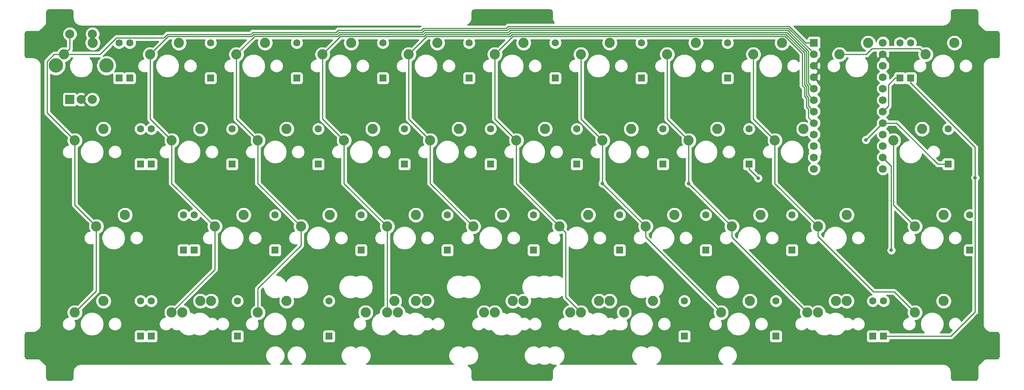
<source format=gbr>
G04 #@! TF.GenerationSoftware,KiCad,Pcbnew,(5.1.4)-1*
G04 #@! TF.CreationDate,2021-03-11T19:24:59-08:00*
G04 #@! TF.ProjectId,Rosies Board,526f7369-6573-4204-926f-6172642e6b69,rev?*
G04 #@! TF.SameCoordinates,Original*
G04 #@! TF.FileFunction,Copper,L1,Top*
G04 #@! TF.FilePolarity,Positive*
%FSLAX46Y46*%
G04 Gerber Fmt 4.6, Leading zero omitted, Abs format (unit mm)*
G04 Created by KiCad (PCBNEW (5.1.4)-1) date 2021-03-11 19:24:59*
%MOMM*%
%LPD*%
G04 APERTURE LIST*
%ADD10C,2.250000*%
%ADD11R,2.000000X2.000000*%
%ADD12C,2.000000*%
%ADD13C,3.200000*%
%ADD14C,1.752600*%
%ADD15R,1.752600X1.752600*%
%ADD16R,1.600000X1.600000*%
%ADD17C,1.600000*%
%ADD18C,0.800000*%
%ADD19C,0.250000*%
%ADD20C,0.254000*%
G04 APERTURE END LIST*
D10*
X228759700Y-78264100D03*
X222409700Y-80804100D03*
X212090880Y-21113860D03*
X205740880Y-23653860D03*
X164465680Y-78264100D03*
X158115680Y-80804100D03*
X107315440Y-78264100D03*
X100965440Y-80804100D03*
X129540560Y-80804100D03*
X135890560Y-78264100D03*
X133509300Y-78264100D03*
X127159300Y-80804100D03*
X204947100Y-78264100D03*
X198597100Y-80804100D03*
X66834020Y-78264100D03*
X60484020Y-80804100D03*
X154940640Y-78264100D03*
X148590640Y-80804100D03*
X114459220Y-78264100D03*
X108109220Y-80804100D03*
D11*
X35572860Y-33625900D03*
D12*
X38072860Y-33625900D03*
X40572860Y-33625900D03*
D13*
X32472860Y-26125900D03*
X43672860Y-26125900D03*
D12*
X35572860Y-19125900D03*
X40572860Y-19125900D03*
D14*
X215333580Y-21046440D03*
X200093580Y-48986440D03*
X215333580Y-23586440D03*
X215333580Y-26126440D03*
X215333580Y-28666440D03*
X215333580Y-31206440D03*
X215333580Y-33746440D03*
X215333580Y-36286440D03*
X215333580Y-38826440D03*
X215333580Y-41366440D03*
X215333580Y-43906440D03*
X215333580Y-46446440D03*
X215333580Y-48986440D03*
X200093580Y-46446440D03*
X200093580Y-43906440D03*
X200093580Y-41366440D03*
X200093580Y-38826440D03*
X200093580Y-36286440D03*
X200093580Y-33746440D03*
X200093580Y-31206440D03*
X200093580Y-28666440D03*
X200093580Y-26126440D03*
X200093580Y-23586440D03*
D15*
X200093580Y-21046440D03*
D10*
X231140960Y-21113860D03*
X224790960Y-23653860D03*
X207328360Y-78264100D03*
X200978360Y-80804100D03*
X185897020Y-78264100D03*
X179547020Y-80804100D03*
X152559380Y-78264100D03*
X146209380Y-80804100D03*
X112077960Y-78264100D03*
X105727960Y-80804100D03*
X83502840Y-78264100D03*
X77152840Y-80804100D03*
X64452760Y-78264100D03*
X58102760Y-80804100D03*
X43021420Y-78264100D03*
X36671420Y-80804100D03*
X228759700Y-59214020D03*
X222409700Y-61754020D03*
X207328360Y-59214020D03*
X200978360Y-61754020D03*
X188278280Y-59214020D03*
X181928280Y-61754020D03*
X169228200Y-59214020D03*
X162878200Y-61754020D03*
X150178120Y-59214020D03*
X143828120Y-61754020D03*
X131128040Y-59214020D03*
X124778040Y-61754020D03*
X112077960Y-59214020D03*
X105727960Y-61754020D03*
X93027880Y-59214020D03*
X86677880Y-61754020D03*
X73977800Y-59214020D03*
X67627800Y-61754020D03*
X47783940Y-59214020D03*
X41433940Y-61754020D03*
X223997180Y-40163940D03*
X217647180Y-42703940D03*
X197803320Y-40163940D03*
X191453320Y-42703940D03*
X178753240Y-40163940D03*
X172403240Y-42703940D03*
X159703160Y-40163940D03*
X153353160Y-42703940D03*
X140653080Y-40163940D03*
X134303080Y-42703940D03*
X121603000Y-40163940D03*
X115253000Y-42703940D03*
X102552920Y-40163940D03*
X96202920Y-42703940D03*
X83502840Y-40163940D03*
X77152840Y-42703940D03*
X64452760Y-40163940D03*
X58102760Y-42703940D03*
X43021420Y-40163940D03*
X36671420Y-42703940D03*
X193040800Y-21113860D03*
X186690800Y-23653860D03*
X173990720Y-21113860D03*
X167640720Y-23653860D03*
X154940640Y-21113860D03*
X148590640Y-23653860D03*
X135890560Y-21113860D03*
X129540560Y-23653860D03*
X116840480Y-21113860D03*
X110490480Y-23653860D03*
X97790400Y-21113860D03*
X91440400Y-23653860D03*
X78740320Y-21113860D03*
X72390320Y-23653860D03*
X59690240Y-21113860D03*
X53340240Y-23653860D03*
X40640160Y-21113860D03*
X34290160Y-23653860D03*
D16*
X221457180Y-28903230D03*
D17*
X221457180Y-21103230D03*
D16*
X215504030Y-86053470D03*
D17*
X215504030Y-78253470D03*
D16*
X213122770Y-86053470D03*
D17*
X213122770Y-78253470D03*
D16*
X191691430Y-86053470D03*
D17*
X191691430Y-78253470D03*
D16*
X171450720Y-86053470D03*
D17*
X171450720Y-78253470D03*
D16*
X92869140Y-86053470D03*
D17*
X92869140Y-78253470D03*
D16*
X72628430Y-86053470D03*
D17*
X72628430Y-78253470D03*
D16*
X53578350Y-86053470D03*
D17*
X53578350Y-78253470D03*
D16*
X51197090Y-86053470D03*
D17*
X51197090Y-78253470D03*
D16*
X234554110Y-67003390D03*
D17*
X234554110Y-59203390D03*
D16*
X195263320Y-67003390D03*
D17*
X195263320Y-59203390D03*
D16*
X176213240Y-67003390D03*
D17*
X176213240Y-59203390D03*
D16*
X157163160Y-67003390D03*
D17*
X157163160Y-59203390D03*
D16*
X138113080Y-67003390D03*
D17*
X138113080Y-59203390D03*
D16*
X119063000Y-67003390D03*
D17*
X119063000Y-59203390D03*
D16*
X100012920Y-67003390D03*
D17*
X100012920Y-59203390D03*
D16*
X80962840Y-67003390D03*
D17*
X80962840Y-59203390D03*
D16*
X63103390Y-67003390D03*
D17*
X63103390Y-59203390D03*
D16*
X60722130Y-67003390D03*
D17*
X60722130Y-59203390D03*
D16*
X229791590Y-47953310D03*
D17*
X229791590Y-40153310D03*
D16*
X185738280Y-47953310D03*
D17*
X185738280Y-40153310D03*
D16*
X166688200Y-47953310D03*
D17*
X166688200Y-40153310D03*
D16*
X147638120Y-47953310D03*
D17*
X147638120Y-40153310D03*
D16*
X128588040Y-47953310D03*
D17*
X128588040Y-40153310D03*
D16*
X109537960Y-47953310D03*
D17*
X109537960Y-40153310D03*
D16*
X90487880Y-47953310D03*
D17*
X90487880Y-40153310D03*
D16*
X71437800Y-47953310D03*
D17*
X71437800Y-40153310D03*
D16*
X53578350Y-47953310D03*
D17*
X53578350Y-40153310D03*
D16*
X51197090Y-47953310D03*
D17*
X51197090Y-40153310D03*
D16*
X219075920Y-28903230D03*
D17*
X219075920Y-21103230D03*
D16*
X180975760Y-28903230D03*
D17*
X180975760Y-21103230D03*
D16*
X161925680Y-28903230D03*
D17*
X161925680Y-21103230D03*
D16*
X142875600Y-28903230D03*
D17*
X142875600Y-21103230D03*
D16*
X123825520Y-28903230D03*
D17*
X123825520Y-21103230D03*
D16*
X104775440Y-28903230D03*
D17*
X104775440Y-21103230D03*
D16*
X85725360Y-28903230D03*
D17*
X85725360Y-21103230D03*
D16*
X66675280Y-28903230D03*
D17*
X66675280Y-21103230D03*
D16*
X48815830Y-28903230D03*
D17*
X48815830Y-21103230D03*
D16*
X46434570Y-28903230D03*
D17*
X46434570Y-21103230D03*
D18*
X187754260Y-51053970D03*
X211592279Y-42567741D03*
X217199750Y-67003390D03*
X235744740Y-50937440D03*
X125016150Y-14287560D03*
X141684970Y-14287560D03*
X153353160Y-52228980D03*
X172403240Y-52228980D03*
D19*
X218025920Y-28903230D02*
X219075920Y-28903230D01*
X216534881Y-30394269D02*
X218025920Y-28903230D01*
X216534881Y-35085139D02*
X216534881Y-30394269D01*
X215333580Y-36286440D02*
X216534881Y-35085139D01*
X216572855Y-38826440D02*
X215333580Y-38826440D01*
X218343678Y-38826440D02*
X216572855Y-38826440D01*
X227470548Y-47953310D02*
X218343678Y-38826440D01*
X229791590Y-47953310D02*
X227470548Y-47953310D01*
X185738280Y-49037990D02*
X185738280Y-47953310D01*
X187754260Y-51053970D02*
X185738280Y-49037990D01*
X211592279Y-42567741D02*
X215333580Y-38826440D01*
X217197170Y-67000810D02*
X217199750Y-67003390D01*
X217197170Y-48310030D02*
X217197170Y-67000810D01*
X215333580Y-46446440D02*
X217197170Y-48310030D01*
X221457180Y-29953230D02*
X235744740Y-44240790D01*
X221457180Y-28903230D02*
X221457180Y-29953230D01*
X216554030Y-86053470D02*
X215504030Y-86053470D01*
X230366332Y-86053470D02*
X216554030Y-86053470D01*
X235744740Y-80675062D02*
X230366332Y-86053470D01*
X235744740Y-44240790D02*
X235744740Y-50937440D01*
X235744740Y-50937440D02*
X235744740Y-80675062D01*
X36671420Y-56991500D02*
X41433940Y-61754020D01*
X36671420Y-42703940D02*
X36671420Y-56991500D01*
X41433940Y-76041580D02*
X36671420Y-80804100D01*
X41433940Y-61754020D02*
X41433940Y-76041580D01*
X35546421Y-41578941D02*
X36671420Y-42703940D01*
X30547859Y-36580379D02*
X35546421Y-41578941D01*
X30547859Y-25201899D02*
X30547859Y-36580379D01*
X32095898Y-23653860D02*
X30547859Y-25201899D01*
X34290160Y-23653860D02*
X32095898Y-23653860D01*
X35572860Y-22371160D02*
X34290160Y-23653860D01*
X35572860Y-19125900D02*
X35572860Y-22371160D01*
X132538476Y-17413814D02*
X194668797Y-17413813D01*
X198301428Y-21046440D02*
X200093580Y-21046440D01*
X194668797Y-17413813D02*
X198301428Y-21046440D01*
X113734877Y-17863823D02*
X132088467Y-17863823D01*
X94871198Y-18313832D02*
X113284869Y-18313831D01*
X94421189Y-18763841D02*
X94871198Y-18313832D01*
X76007519Y-18763841D02*
X94421189Y-18763841D01*
X42218938Y-23653860D02*
X45894569Y-19978229D01*
X34290160Y-23653860D02*
X42218938Y-23653860D01*
X113284869Y-18313831D02*
X113734877Y-17863823D01*
X45894569Y-19978229D02*
X56379461Y-19978229D01*
X132088467Y-17863823D02*
X132538476Y-17413814D01*
X56379461Y-19978229D02*
X57143840Y-19213850D01*
X57143840Y-19213850D02*
X75557511Y-19213849D01*
X75557511Y-19213849D02*
X76007519Y-18763841D01*
X53340240Y-37941420D02*
X58102760Y-42703940D01*
X53340240Y-23653860D02*
X53340240Y-37941420D01*
X58102760Y-52228980D02*
X67627800Y-61754020D01*
X58102760Y-42703940D02*
X58102760Y-52228980D01*
X67627800Y-71279060D02*
X58102760Y-80804100D01*
X67627800Y-61754020D02*
X67627800Y-71279060D01*
X95057599Y-18763841D02*
X94607591Y-19213849D01*
X76193920Y-19213850D02*
X75743911Y-19663859D01*
X113471269Y-18763841D02*
X95057599Y-18763841D01*
X113921278Y-18313832D02*
X113471269Y-18763841D01*
X94607591Y-19213849D02*
X76193920Y-19213850D01*
X132274869Y-18313831D02*
X113921278Y-18313832D01*
X132724877Y-17863823D02*
X132274869Y-18313831D01*
X75743911Y-19663859D02*
X57330241Y-19663859D01*
X53340240Y-23653860D02*
X56893000Y-20101100D01*
X200093580Y-23586440D02*
X200093580Y-23474999D01*
X200093580Y-23474999D02*
X199342286Y-22723705D01*
X57330241Y-19663859D02*
X56893000Y-20101100D01*
X199342286Y-22723705D02*
X194482398Y-17863822D01*
X194482398Y-17863822D02*
X132724877Y-17863823D01*
X72390320Y-37941420D02*
X77152840Y-42703940D01*
X72390320Y-23653860D02*
X72390320Y-37941420D01*
X77152840Y-52228980D02*
X86677880Y-61754020D01*
X77152840Y-42703940D02*
X77152840Y-52228980D01*
X77152840Y-79213110D02*
X77152840Y-80804100D01*
X77152840Y-75473686D02*
X77152840Y-79213110D01*
X86677880Y-65948646D02*
X77152840Y-75473686D01*
X86677880Y-61754020D02*
X86677880Y-65948646D01*
X199217281Y-30330141D02*
X200093580Y-31206440D01*
X198892279Y-30005139D02*
X199217281Y-30330141D01*
X198892279Y-23253581D02*
X198892279Y-30005139D01*
X198892279Y-23021549D02*
X198892279Y-23253581D01*
X94793991Y-19663859D02*
X76380321Y-19663859D01*
X95244000Y-19213850D02*
X94793991Y-19663859D01*
X113657671Y-19213849D02*
X95244000Y-19213850D01*
X114107679Y-18763841D02*
X113657671Y-19213849D01*
X76380321Y-19663859D02*
X76167830Y-19876350D01*
X132461269Y-18763841D02*
X114107679Y-18763841D01*
X72390320Y-23653860D02*
X76167830Y-19876350D01*
X198892279Y-23253581D02*
X198892278Y-22910106D01*
X198892278Y-22910106D02*
X194295999Y-18313831D01*
X194295999Y-18313831D02*
X132911278Y-18313832D01*
X132911278Y-18313832D02*
X132461269Y-18763841D01*
X91440400Y-37941420D02*
X96202920Y-42703940D01*
X91440400Y-23653860D02*
X91440400Y-37941420D01*
X96202920Y-52228980D02*
X105727960Y-61754020D01*
X96202920Y-42703940D02*
X96202920Y-52228980D01*
X105727960Y-61754020D02*
X105727960Y-80804100D01*
X113844071Y-19663859D02*
X95430401Y-19663859D01*
X114294080Y-19213850D02*
X113844071Y-19663859D01*
X133097679Y-18763841D02*
X132647671Y-19213849D01*
X194109600Y-18763840D02*
X190896239Y-18763841D01*
X132647671Y-19213849D02*
X114294080Y-19213850D01*
X198442269Y-23096507D02*
X194109600Y-18763840D01*
X190896239Y-18763841D02*
X133097679Y-18763841D01*
X91440400Y-23653860D02*
X95273750Y-19820510D01*
X200093580Y-33746440D02*
X198892279Y-32545139D01*
X95430401Y-19663859D02*
X95273750Y-19820510D01*
X198892279Y-32545139D02*
X198892279Y-30641549D01*
X198892279Y-30641549D02*
X198442270Y-30191540D01*
X198442270Y-30191540D02*
X198442269Y-23096507D01*
X110490480Y-37941420D02*
X115253000Y-42703940D01*
X110490480Y-23653860D02*
X110490480Y-37941420D01*
X115253000Y-52228980D02*
X124778040Y-61754020D01*
X115253000Y-42703940D02*
X115253000Y-52228980D01*
X198892279Y-33181549D02*
X198892279Y-35085139D01*
X198892279Y-35085139D02*
X199217281Y-35410141D01*
X198442270Y-32731540D02*
X198892279Y-33181549D01*
X197992261Y-30377941D02*
X198442269Y-30827949D01*
X199217281Y-35410141D02*
X200093580Y-36286440D01*
X198442269Y-30827949D02*
X198442270Y-32731540D01*
X197992260Y-23936220D02*
X197992261Y-23936221D01*
X197992260Y-23282908D02*
X197992260Y-23936220D01*
X193923201Y-19213849D02*
X197992260Y-23282908D01*
X110490480Y-23653860D02*
X114480481Y-19663859D01*
X114480481Y-19663859D02*
X132894151Y-19663859D01*
X197992261Y-23936221D02*
X197992261Y-30377941D01*
X132894151Y-19663859D02*
X133344160Y-19213850D01*
X197992261Y-23394351D02*
X197992261Y-23936221D01*
X133344160Y-19213850D02*
X193923201Y-19213849D01*
X129540560Y-37941420D02*
X134303080Y-42703940D01*
X129540560Y-23653860D02*
X129540560Y-37941420D01*
X134303080Y-52228980D02*
X143828120Y-61754020D01*
X134303080Y-42703940D02*
X134303080Y-52228980D01*
X147465641Y-79679101D02*
X148590640Y-80804100D01*
X145194581Y-77408041D02*
X147465641Y-79679101D01*
X145194581Y-63120481D02*
X145194581Y-77408041D01*
X143828120Y-61754020D02*
X145194581Y-63120481D01*
X133370020Y-19824400D02*
X129540560Y-23653860D01*
X133530561Y-19663859D02*
X133370020Y-19824400D01*
X193736801Y-19663859D02*
X133530561Y-19663859D01*
X197542251Y-23469309D02*
X196923221Y-22850279D01*
X197542252Y-30564342D02*
X197542251Y-23469309D01*
X197992261Y-31014351D02*
X197542252Y-30564342D01*
X197992261Y-32917941D02*
X197992261Y-31014351D01*
X198442269Y-33367949D02*
X197992261Y-32917941D01*
X196923221Y-22850279D02*
X193736801Y-19663859D01*
X197092243Y-23019301D02*
X196923221Y-22850279D01*
X200093580Y-38826440D02*
X198892279Y-37625139D01*
X198892279Y-37625139D02*
X198892279Y-35721549D01*
X198892279Y-35721549D02*
X198442270Y-35271540D01*
X198442270Y-35271540D02*
X198442269Y-33367949D01*
X153353160Y-52228980D02*
X162878200Y-61754020D01*
X153353160Y-42703940D02*
X153353160Y-52228980D01*
X162878200Y-64135280D02*
X179547020Y-80804100D01*
X162878200Y-61754020D02*
X162878200Y-64135280D01*
X148590640Y-37941420D02*
X153353160Y-42703940D01*
X148590640Y-23653860D02*
X148590640Y-37941420D01*
X172403240Y-52228980D02*
X181928280Y-61754020D01*
X172403240Y-42703940D02*
X172403240Y-52228980D01*
X181928280Y-64135280D02*
X198597100Y-80804100D01*
X181928280Y-61754020D02*
X181928280Y-64135280D01*
X167640720Y-37941420D02*
X172403240Y-42703940D01*
X167640720Y-23653860D02*
X167640720Y-37941420D01*
X191453320Y-52228980D02*
X200978360Y-61754020D01*
X191453320Y-42703940D02*
X191453320Y-52228980D01*
X200978360Y-63915994D02*
X213262686Y-76200320D01*
X200978360Y-61754020D02*
X200978360Y-63915994D01*
X217805920Y-76200320D02*
X222409700Y-80804100D01*
X213262686Y-76200320D02*
X217805920Y-76200320D01*
X186690800Y-37941420D02*
X191453320Y-42703940D01*
X186690800Y-23653860D02*
X186690800Y-37941420D01*
X217647180Y-56991500D02*
X222409700Y-61754020D01*
X217647180Y-42703940D02*
X217647180Y-56991500D01*
X207331870Y-23653860D02*
X205740880Y-23653860D01*
X211696882Y-23653860D02*
X207331870Y-23653860D01*
X212965603Y-22385139D02*
X211696882Y-23653860D01*
X223522239Y-22385139D02*
X212965603Y-22385139D01*
X224790960Y-23653860D02*
X223522239Y-22385139D01*
D20*
G36*
X35821352Y-13770140D02*
G01*
X35919902Y-13799895D01*
X36010796Y-13848224D01*
X36090569Y-13913286D01*
X36156189Y-13992607D01*
X36205150Y-14083158D01*
X36235591Y-14181497D01*
X36249530Y-14314118D01*
X36249531Y-15510609D01*
X36252325Y-15538980D01*
X36252274Y-15546319D01*
X36253173Y-15555490D01*
X36277462Y-15786588D01*
X36289500Y-15845230D01*
X36300700Y-15903946D01*
X36303362Y-15912760D01*
X36303363Y-15912767D01*
X36303364Y-15912769D01*
X36372078Y-16134746D01*
X36395251Y-16189872D01*
X36417667Y-16245354D01*
X36421993Y-16253490D01*
X36532514Y-16457894D01*
X36565959Y-16507478D01*
X36598719Y-16557541D01*
X36604543Y-16564682D01*
X36752662Y-16743727D01*
X36795117Y-16785886D01*
X36836961Y-16828616D01*
X36844061Y-16834490D01*
X37024135Y-16981355D01*
X37073962Y-17014460D01*
X37123318Y-17048255D01*
X37131425Y-17052638D01*
X37336595Y-17161729D01*
X37391912Y-17184529D01*
X37446881Y-17208089D01*
X37455682Y-17210812D01*
X37455686Y-17210814D01*
X37455690Y-17210815D01*
X37678137Y-17277977D01*
X37736829Y-17289598D01*
X37795330Y-17302033D01*
X37804493Y-17302996D01*
X37804495Y-17302996D01*
X38035756Y-17325671D01*
X38035768Y-17325671D01*
X38067741Y-17328820D01*
X113190774Y-17328820D01*
X113171077Y-17352821D01*
X112970067Y-17553831D01*
X94908531Y-17553833D01*
X94871198Y-17550156D01*
X94833865Y-17553833D01*
X94824687Y-17554737D01*
X94722212Y-17564830D01*
X94578951Y-17608286D01*
X94446922Y-17678858D01*
X94378744Y-17734811D01*
X94331197Y-17773832D01*
X94307400Y-17802829D01*
X94106388Y-18003841D01*
X76044841Y-18003841D01*
X76007518Y-18000165D01*
X75970195Y-18003841D01*
X75970186Y-18003841D01*
X75858533Y-18014838D01*
X75715272Y-18058295D01*
X75583243Y-18128867D01*
X75467518Y-18223840D01*
X75443719Y-18252839D01*
X75242709Y-18453849D01*
X57181172Y-18453851D01*
X57143839Y-18450174D01*
X56994853Y-18464848D01*
X56851593Y-18508304D01*
X56719563Y-18578876D01*
X56632837Y-18650051D01*
X56632832Y-18650056D01*
X56603839Y-18673850D01*
X56580045Y-18702843D01*
X56064660Y-19218229D01*
X45931891Y-19218229D01*
X45894568Y-19214553D01*
X45857245Y-19218229D01*
X45857236Y-19218229D01*
X45745583Y-19229226D01*
X45602322Y-19272683D01*
X45470293Y-19343255D01*
X45354568Y-19438228D01*
X45330770Y-19467226D01*
X41904137Y-22893860D01*
X36127060Y-22893860D01*
X36207834Y-22795436D01*
X36278406Y-22663407D01*
X36321863Y-22520146D01*
X36332860Y-22408493D01*
X36332860Y-22408485D01*
X36336536Y-22371160D01*
X36332860Y-22333835D01*
X36332860Y-20940515D01*
X38880160Y-20940515D01*
X38880160Y-21287205D01*
X38947796Y-21627233D01*
X39080468Y-21947533D01*
X39273079Y-22235795D01*
X39518225Y-22480941D01*
X39806487Y-22673552D01*
X40126787Y-22806224D01*
X40466815Y-22873860D01*
X40813505Y-22873860D01*
X41153533Y-22806224D01*
X41473833Y-22673552D01*
X41762095Y-22480941D01*
X42007241Y-22235795D01*
X42199852Y-21947533D01*
X42332524Y-21627233D01*
X42400160Y-21287205D01*
X42400160Y-20940515D01*
X42332524Y-20600487D01*
X42199852Y-20280187D01*
X42007241Y-19991925D01*
X41979281Y-19963965D01*
X42021778Y-19900363D01*
X42145028Y-19602812D01*
X42207860Y-19286933D01*
X42207860Y-18964867D01*
X42145028Y-18648988D01*
X42021778Y-18351437D01*
X41842847Y-18083648D01*
X41615112Y-17855913D01*
X41347323Y-17676982D01*
X41049772Y-17553732D01*
X40733893Y-17490900D01*
X40411827Y-17490900D01*
X40095948Y-17553732D01*
X39798397Y-17676982D01*
X39530608Y-17855913D01*
X39302873Y-18083648D01*
X39123942Y-18351437D01*
X39000692Y-18648988D01*
X38937860Y-18964867D01*
X38937860Y-19286933D01*
X39000692Y-19602812D01*
X39123942Y-19900363D01*
X39229100Y-20057744D01*
X39080468Y-20280187D01*
X38947796Y-20600487D01*
X38880160Y-20940515D01*
X36332860Y-20940515D01*
X36332860Y-20580809D01*
X36347323Y-20574818D01*
X36615112Y-20395887D01*
X36842847Y-20168152D01*
X37021778Y-19900363D01*
X37145028Y-19602812D01*
X37207860Y-19286933D01*
X37207860Y-18964867D01*
X37145028Y-18648988D01*
X37021778Y-18351437D01*
X36842847Y-18083648D01*
X36615112Y-17855913D01*
X36347323Y-17676982D01*
X36049772Y-17553732D01*
X35733893Y-17490900D01*
X35411827Y-17490900D01*
X35095948Y-17553732D01*
X34798397Y-17676982D01*
X34530608Y-17855913D01*
X34302873Y-18083648D01*
X34123942Y-18351437D01*
X34000692Y-18648988D01*
X33937860Y-18964867D01*
X33937860Y-19286933D01*
X34000692Y-19602812D01*
X34123942Y-19900363D01*
X34302873Y-20168152D01*
X34530608Y-20395887D01*
X34798397Y-20574818D01*
X34812860Y-20580809D01*
X34812861Y-21965360D01*
X34803533Y-21961496D01*
X34463505Y-21893860D01*
X34116815Y-21893860D01*
X33776787Y-21961496D01*
X33456487Y-22094168D01*
X33168225Y-22286779D01*
X32923079Y-22531925D01*
X32730468Y-22820187D01*
X32699952Y-22893860D01*
X32133223Y-22893860D01*
X32095898Y-22890184D01*
X32058573Y-22893860D01*
X32058565Y-22893860D01*
X31946912Y-22904857D01*
X31803651Y-22948314D01*
X31671622Y-23018886D01*
X31555897Y-23113859D01*
X31532100Y-23142856D01*
X30036862Y-24638095D01*
X30007858Y-24661898D01*
X29963488Y-24715964D01*
X29912885Y-24777623D01*
X29866671Y-24864083D01*
X29842313Y-24909653D01*
X29798856Y-25052914D01*
X29787859Y-25164567D01*
X29787859Y-25164577D01*
X29784183Y-25201899D01*
X29787859Y-25239221D01*
X29787860Y-36543047D01*
X29784183Y-36580379D01*
X29798857Y-36729364D01*
X29842313Y-36872625D01*
X29912885Y-37004655D01*
X29984060Y-37091381D01*
X30007859Y-37120380D01*
X30036857Y-37144178D01*
X35009572Y-42116894D01*
X34979056Y-42190567D01*
X34911420Y-42530595D01*
X34911420Y-42877285D01*
X34979056Y-43217313D01*
X35111728Y-43537613D01*
X35244058Y-43735659D01*
X34960969Y-43791969D01*
X34686167Y-43905796D01*
X34438851Y-44071047D01*
X34228527Y-44281371D01*
X34063276Y-44528687D01*
X33949449Y-44803489D01*
X33891420Y-45095218D01*
X33891420Y-45392662D01*
X33949449Y-45684391D01*
X34063276Y-45959193D01*
X34228527Y-46206509D01*
X34438851Y-46416833D01*
X34686167Y-46582084D01*
X34960969Y-46695911D01*
X35252698Y-46753940D01*
X35550142Y-46753940D01*
X35841871Y-46695911D01*
X35911420Y-46667103D01*
X35911421Y-56954168D01*
X35907744Y-56991500D01*
X35922418Y-57140485D01*
X35965874Y-57283746D01*
X36036446Y-57415776D01*
X36107621Y-57502502D01*
X36131420Y-57531501D01*
X36160418Y-57555299D01*
X39772092Y-61166975D01*
X39741576Y-61240647D01*
X39673940Y-61580675D01*
X39673940Y-61927365D01*
X39741576Y-62267393D01*
X39874248Y-62587693D01*
X40006578Y-62785739D01*
X39723489Y-62842049D01*
X39448687Y-62955876D01*
X39201371Y-63121127D01*
X38991047Y-63331451D01*
X38825796Y-63578767D01*
X38711969Y-63853569D01*
X38653940Y-64145298D01*
X38653940Y-64442742D01*
X38711969Y-64734471D01*
X38825796Y-65009273D01*
X38991047Y-65256589D01*
X39201371Y-65466913D01*
X39448687Y-65632164D01*
X39723489Y-65745991D01*
X40015218Y-65804020D01*
X40312662Y-65804020D01*
X40604391Y-65745991D01*
X40673940Y-65717183D01*
X40673941Y-75726776D01*
X37258466Y-79142252D01*
X37184793Y-79111736D01*
X36844765Y-79044100D01*
X36498075Y-79044100D01*
X36158047Y-79111736D01*
X35837747Y-79244408D01*
X35549485Y-79437019D01*
X35304339Y-79682165D01*
X35111728Y-79970427D01*
X34979056Y-80290727D01*
X34911420Y-80630755D01*
X34911420Y-80977445D01*
X34979056Y-81317473D01*
X35111728Y-81637773D01*
X35244058Y-81835819D01*
X34960969Y-81892129D01*
X34686167Y-82005956D01*
X34438851Y-82171207D01*
X34228527Y-82381531D01*
X34063276Y-82628847D01*
X33949449Y-82903649D01*
X33891420Y-83195378D01*
X33891420Y-83492822D01*
X33949449Y-83784551D01*
X34063276Y-84059353D01*
X34228527Y-84306669D01*
X34438851Y-84516993D01*
X34686167Y-84682244D01*
X34960969Y-84796071D01*
X35252698Y-84854100D01*
X35550142Y-84854100D01*
X35841871Y-84796071D01*
X36116673Y-84682244D01*
X36363989Y-84516993D01*
X36574313Y-84306669D01*
X36739564Y-84059353D01*
X36853391Y-83784551D01*
X36911420Y-83492822D01*
X36911420Y-83195378D01*
X36889500Y-83085176D01*
X37852520Y-83085176D01*
X37852520Y-83603024D01*
X37953547Y-84110922D01*
X38151719Y-84589351D01*
X38439420Y-85019926D01*
X38805594Y-85386100D01*
X39236169Y-85673801D01*
X39714598Y-85871973D01*
X40222496Y-85973000D01*
X40740344Y-85973000D01*
X41248242Y-85871973D01*
X41726671Y-85673801D01*
X42157246Y-85386100D01*
X42289876Y-85253470D01*
X49759018Y-85253470D01*
X49759018Y-86853470D01*
X49771278Y-86977952D01*
X49807588Y-87097650D01*
X49866553Y-87207964D01*
X49945905Y-87304655D01*
X50042596Y-87384007D01*
X50152910Y-87442972D01*
X50272608Y-87479282D01*
X50397090Y-87491542D01*
X51997090Y-87491542D01*
X52121572Y-87479282D01*
X52241270Y-87442972D01*
X52351584Y-87384007D01*
X52387720Y-87354351D01*
X52423856Y-87384007D01*
X52534170Y-87442972D01*
X52653868Y-87479282D01*
X52778350Y-87491542D01*
X54378350Y-87491542D01*
X54502832Y-87479282D01*
X54622530Y-87442972D01*
X54732844Y-87384007D01*
X54829535Y-87304655D01*
X54908887Y-87207964D01*
X54967852Y-87097650D01*
X55004162Y-86977952D01*
X55016422Y-86853470D01*
X55016422Y-85253470D01*
X55004162Y-85128988D01*
X54967852Y-85009290D01*
X54908887Y-84898976D01*
X54829535Y-84802285D01*
X54732844Y-84722933D01*
X54622530Y-84663968D01*
X54502832Y-84627658D01*
X54378350Y-84615398D01*
X52778350Y-84615398D01*
X52653868Y-84627658D01*
X52534170Y-84663968D01*
X52423856Y-84722933D01*
X52387720Y-84752589D01*
X52351584Y-84722933D01*
X52241270Y-84663968D01*
X52121572Y-84627658D01*
X51997090Y-84615398D01*
X50397090Y-84615398D01*
X50272608Y-84627658D01*
X50152910Y-84663968D01*
X50042596Y-84722933D01*
X49945905Y-84802285D01*
X49866553Y-84898976D01*
X49807588Y-85009290D01*
X49771278Y-85128988D01*
X49759018Y-85253470D01*
X42289876Y-85253470D01*
X42523420Y-85019926D01*
X42811121Y-84589351D01*
X43009293Y-84110922D01*
X43110320Y-83603024D01*
X43110320Y-83195378D01*
X44051420Y-83195378D01*
X44051420Y-83492822D01*
X44109449Y-83784551D01*
X44223276Y-84059353D01*
X44388527Y-84306669D01*
X44598851Y-84516993D01*
X44846167Y-84682244D01*
X45120969Y-84796071D01*
X45412698Y-84854100D01*
X45710142Y-84854100D01*
X46001871Y-84796071D01*
X46276673Y-84682244D01*
X46523989Y-84516993D01*
X46734313Y-84306669D01*
X46899564Y-84059353D01*
X47013391Y-83784551D01*
X47071420Y-83492822D01*
X47071420Y-83195378D01*
X47013391Y-82903649D01*
X46899564Y-82628847D01*
X46734313Y-82381531D01*
X46523989Y-82171207D01*
X46276673Y-82005956D01*
X46001871Y-81892129D01*
X45710142Y-81834100D01*
X45412698Y-81834100D01*
X45120969Y-81892129D01*
X44846167Y-82005956D01*
X44598851Y-82171207D01*
X44388527Y-82381531D01*
X44223276Y-82628847D01*
X44109449Y-82903649D01*
X44051420Y-83195378D01*
X43110320Y-83195378D01*
X43110320Y-83085176D01*
X43009293Y-82577278D01*
X42811121Y-82098849D01*
X42523420Y-81668274D01*
X42157246Y-81302100D01*
X41726671Y-81014399D01*
X41248242Y-80816227D01*
X40740344Y-80715200D01*
X40222496Y-80715200D01*
X39714598Y-80816227D01*
X39236169Y-81014399D01*
X38805594Y-81302100D01*
X38439420Y-81668274D01*
X38151719Y-82098849D01*
X37953547Y-82577278D01*
X37852520Y-83085176D01*
X36889500Y-83085176D01*
X36853391Y-82903649D01*
X36739564Y-82628847D01*
X36696302Y-82564100D01*
X36844765Y-82564100D01*
X37184793Y-82496464D01*
X37505093Y-82363792D01*
X37793355Y-82171181D01*
X38038501Y-81926035D01*
X38231112Y-81637773D01*
X38363784Y-81317473D01*
X38431420Y-80977445D01*
X38431420Y-80630755D01*
X38363784Y-80290727D01*
X38333268Y-80217054D01*
X40459567Y-78090755D01*
X41261420Y-78090755D01*
X41261420Y-78437445D01*
X41329056Y-78777473D01*
X41461728Y-79097773D01*
X41654339Y-79386035D01*
X41899485Y-79631181D01*
X42187747Y-79823792D01*
X42508047Y-79956464D01*
X42848075Y-80024100D01*
X43194765Y-80024100D01*
X43534793Y-79956464D01*
X43855093Y-79823792D01*
X44143355Y-79631181D01*
X44388501Y-79386035D01*
X44581112Y-79097773D01*
X44713784Y-78777473D01*
X44781420Y-78437445D01*
X44781420Y-78112135D01*
X49762090Y-78112135D01*
X49762090Y-78394805D01*
X49817237Y-78672044D01*
X49925410Y-78933197D01*
X50082453Y-79168229D01*
X50282331Y-79368107D01*
X50517363Y-79525150D01*
X50778516Y-79633323D01*
X51055755Y-79688470D01*
X51338425Y-79688470D01*
X51615664Y-79633323D01*
X51876817Y-79525150D01*
X52111849Y-79368107D01*
X52311727Y-79168229D01*
X52387720Y-79054497D01*
X52463713Y-79168229D01*
X52663591Y-79368107D01*
X52898623Y-79525150D01*
X53159776Y-79633323D01*
X53437015Y-79688470D01*
X53719685Y-79688470D01*
X53996924Y-79633323D01*
X54258077Y-79525150D01*
X54493109Y-79368107D01*
X54692987Y-79168229D01*
X54850030Y-78933197D01*
X54958203Y-78672044D01*
X55013350Y-78394805D01*
X55013350Y-78112135D01*
X54958203Y-77834896D01*
X54850030Y-77573743D01*
X54692987Y-77338711D01*
X54493109Y-77138833D01*
X54258077Y-76981790D01*
X53996924Y-76873617D01*
X53719685Y-76818470D01*
X53437015Y-76818470D01*
X53159776Y-76873617D01*
X52898623Y-76981790D01*
X52663591Y-77138833D01*
X52463713Y-77338711D01*
X52387720Y-77452443D01*
X52311727Y-77338711D01*
X52111849Y-77138833D01*
X51876817Y-76981790D01*
X51615664Y-76873617D01*
X51338425Y-76818470D01*
X51055755Y-76818470D01*
X50778516Y-76873617D01*
X50517363Y-76981790D01*
X50282331Y-77138833D01*
X50082453Y-77338711D01*
X49925410Y-77573743D01*
X49817237Y-77834896D01*
X49762090Y-78112135D01*
X44781420Y-78112135D01*
X44781420Y-78090755D01*
X44713784Y-77750727D01*
X44581112Y-77430427D01*
X44388501Y-77142165D01*
X44143355Y-76897019D01*
X43855093Y-76704408D01*
X43534793Y-76571736D01*
X43194765Y-76504100D01*
X42848075Y-76504100D01*
X42508047Y-76571736D01*
X42187747Y-76704408D01*
X41899485Y-76897019D01*
X41654339Y-77142165D01*
X41461728Y-77430427D01*
X41329056Y-77750727D01*
X41261420Y-78090755D01*
X40459567Y-78090755D01*
X41944948Y-76605375D01*
X41973941Y-76581581D01*
X41997735Y-76552588D01*
X41997739Y-76552584D01*
X42068913Y-76465857D01*
X42068914Y-76465856D01*
X42139486Y-76333827D01*
X42182943Y-76190566D01*
X42193940Y-76078913D01*
X42193940Y-76078904D01*
X42197616Y-76041581D01*
X42193940Y-76004258D01*
X42193940Y-64035096D01*
X42615040Y-64035096D01*
X42615040Y-64552944D01*
X42716067Y-65060842D01*
X42914239Y-65539271D01*
X43201940Y-65969846D01*
X43568114Y-66336020D01*
X43998689Y-66623721D01*
X44477118Y-66821893D01*
X44985016Y-66922920D01*
X45502864Y-66922920D01*
X46010762Y-66821893D01*
X46489191Y-66623721D01*
X46919766Y-66336020D01*
X47052396Y-66203390D01*
X59284058Y-66203390D01*
X59284058Y-67803390D01*
X59296318Y-67927872D01*
X59332628Y-68047570D01*
X59391593Y-68157884D01*
X59470945Y-68254575D01*
X59567636Y-68333927D01*
X59677950Y-68392892D01*
X59797648Y-68429202D01*
X59922130Y-68441462D01*
X61522130Y-68441462D01*
X61646612Y-68429202D01*
X61766310Y-68392892D01*
X61876624Y-68333927D01*
X61912760Y-68304271D01*
X61948896Y-68333927D01*
X62059210Y-68392892D01*
X62178908Y-68429202D01*
X62303390Y-68441462D01*
X63903390Y-68441462D01*
X64027872Y-68429202D01*
X64147570Y-68392892D01*
X64257884Y-68333927D01*
X64354575Y-68254575D01*
X64433927Y-68157884D01*
X64492892Y-68047570D01*
X64529202Y-67927872D01*
X64541462Y-67803390D01*
X64541462Y-66203390D01*
X64529202Y-66078908D01*
X64492892Y-65959210D01*
X64433927Y-65848896D01*
X64354575Y-65752205D01*
X64257884Y-65672853D01*
X64147570Y-65613888D01*
X64027872Y-65577578D01*
X63903390Y-65565318D01*
X62303390Y-65565318D01*
X62178908Y-65577578D01*
X62059210Y-65613888D01*
X61948896Y-65672853D01*
X61912760Y-65702509D01*
X61876624Y-65672853D01*
X61766310Y-65613888D01*
X61646612Y-65577578D01*
X61522130Y-65565318D01*
X59922130Y-65565318D01*
X59797648Y-65577578D01*
X59677950Y-65613888D01*
X59567636Y-65672853D01*
X59470945Y-65752205D01*
X59391593Y-65848896D01*
X59332628Y-65959210D01*
X59296318Y-66078908D01*
X59284058Y-66203390D01*
X47052396Y-66203390D01*
X47285940Y-65969846D01*
X47573641Y-65539271D01*
X47771813Y-65060842D01*
X47872840Y-64552944D01*
X47872840Y-64145298D01*
X48813940Y-64145298D01*
X48813940Y-64442742D01*
X48871969Y-64734471D01*
X48985796Y-65009273D01*
X49151047Y-65256589D01*
X49361371Y-65466913D01*
X49608687Y-65632164D01*
X49883489Y-65745991D01*
X50175218Y-65804020D01*
X50472662Y-65804020D01*
X50764391Y-65745991D01*
X51039193Y-65632164D01*
X51286509Y-65466913D01*
X51496833Y-65256589D01*
X51662084Y-65009273D01*
X51775911Y-64734471D01*
X51833940Y-64442742D01*
X51833940Y-64145298D01*
X51775911Y-63853569D01*
X51662084Y-63578767D01*
X51496833Y-63331451D01*
X51286509Y-63121127D01*
X51039193Y-62955876D01*
X50764391Y-62842049D01*
X50472662Y-62784020D01*
X50175218Y-62784020D01*
X49883489Y-62842049D01*
X49608687Y-62955876D01*
X49361371Y-63121127D01*
X49151047Y-63331451D01*
X48985796Y-63578767D01*
X48871969Y-63853569D01*
X48813940Y-64145298D01*
X47872840Y-64145298D01*
X47872840Y-64035096D01*
X47771813Y-63527198D01*
X47573641Y-63048769D01*
X47285940Y-62618194D01*
X46919766Y-62252020D01*
X46489191Y-61964319D01*
X46010762Y-61766147D01*
X45502864Y-61665120D01*
X44985016Y-61665120D01*
X44477118Y-61766147D01*
X43998689Y-61964319D01*
X43568114Y-62252020D01*
X43201940Y-62618194D01*
X42914239Y-63048769D01*
X42716067Y-63527198D01*
X42615040Y-64035096D01*
X42193940Y-64035096D01*
X42193940Y-63344228D01*
X42267613Y-63313712D01*
X42555875Y-63121101D01*
X42801021Y-62875955D01*
X42993632Y-62587693D01*
X43126304Y-62267393D01*
X43193940Y-61927365D01*
X43193940Y-61580675D01*
X43126304Y-61240647D01*
X42993632Y-60920347D01*
X42801021Y-60632085D01*
X42555875Y-60386939D01*
X42267613Y-60194328D01*
X41947313Y-60061656D01*
X41607285Y-59994020D01*
X41260595Y-59994020D01*
X40920567Y-60061656D01*
X40846895Y-60092172D01*
X39795398Y-59040675D01*
X46023940Y-59040675D01*
X46023940Y-59387365D01*
X46091576Y-59727393D01*
X46224248Y-60047693D01*
X46416859Y-60335955D01*
X46662005Y-60581101D01*
X46950267Y-60773712D01*
X47270567Y-60906384D01*
X47610595Y-60974020D01*
X47957285Y-60974020D01*
X48297313Y-60906384D01*
X48617613Y-60773712D01*
X48905875Y-60581101D01*
X49151021Y-60335955D01*
X49343632Y-60047693D01*
X49476304Y-59727393D01*
X49543940Y-59387365D01*
X49543940Y-59040675D01*
X49476304Y-58700647D01*
X49343632Y-58380347D01*
X49151021Y-58092085D01*
X48905875Y-57846939D01*
X48617613Y-57654328D01*
X48297313Y-57521656D01*
X47957285Y-57454020D01*
X47610595Y-57454020D01*
X47270567Y-57521656D01*
X46950267Y-57654328D01*
X46662005Y-57846939D01*
X46416859Y-58092085D01*
X46224248Y-58380347D01*
X46091576Y-58700647D01*
X46023940Y-59040675D01*
X39795398Y-59040675D01*
X37431420Y-56676699D01*
X37431420Y-44985016D01*
X37852520Y-44985016D01*
X37852520Y-45502864D01*
X37953547Y-46010762D01*
X38151719Y-46489191D01*
X38439420Y-46919766D01*
X38805594Y-47285940D01*
X39236169Y-47573641D01*
X39714598Y-47771813D01*
X40222496Y-47872840D01*
X40740344Y-47872840D01*
X41248242Y-47771813D01*
X41726671Y-47573641D01*
X42157246Y-47285940D01*
X42289876Y-47153310D01*
X49759018Y-47153310D01*
X49759018Y-48753310D01*
X49771278Y-48877792D01*
X49807588Y-48997490D01*
X49866553Y-49107804D01*
X49945905Y-49204495D01*
X50042596Y-49283847D01*
X50152910Y-49342812D01*
X50272608Y-49379122D01*
X50397090Y-49391382D01*
X51997090Y-49391382D01*
X52121572Y-49379122D01*
X52241270Y-49342812D01*
X52351584Y-49283847D01*
X52387720Y-49254191D01*
X52423856Y-49283847D01*
X52534170Y-49342812D01*
X52653868Y-49379122D01*
X52778350Y-49391382D01*
X54378350Y-49391382D01*
X54502832Y-49379122D01*
X54622530Y-49342812D01*
X54732844Y-49283847D01*
X54829535Y-49204495D01*
X54908887Y-49107804D01*
X54967852Y-48997490D01*
X55004162Y-48877792D01*
X55016422Y-48753310D01*
X55016422Y-47153310D01*
X55004162Y-47028828D01*
X54967852Y-46909130D01*
X54908887Y-46798816D01*
X54829535Y-46702125D01*
X54732844Y-46622773D01*
X54622530Y-46563808D01*
X54502832Y-46527498D01*
X54378350Y-46515238D01*
X52778350Y-46515238D01*
X52653868Y-46527498D01*
X52534170Y-46563808D01*
X52423856Y-46622773D01*
X52387720Y-46652429D01*
X52351584Y-46622773D01*
X52241270Y-46563808D01*
X52121572Y-46527498D01*
X51997090Y-46515238D01*
X50397090Y-46515238D01*
X50272608Y-46527498D01*
X50152910Y-46563808D01*
X50042596Y-46622773D01*
X49945905Y-46702125D01*
X49866553Y-46798816D01*
X49807588Y-46909130D01*
X49771278Y-47028828D01*
X49759018Y-47153310D01*
X42289876Y-47153310D01*
X42523420Y-46919766D01*
X42811121Y-46489191D01*
X43009293Y-46010762D01*
X43110320Y-45502864D01*
X43110320Y-45095218D01*
X44051420Y-45095218D01*
X44051420Y-45392662D01*
X44109449Y-45684391D01*
X44223276Y-45959193D01*
X44388527Y-46206509D01*
X44598851Y-46416833D01*
X44846167Y-46582084D01*
X45120969Y-46695911D01*
X45412698Y-46753940D01*
X45710142Y-46753940D01*
X46001871Y-46695911D01*
X46276673Y-46582084D01*
X46523989Y-46416833D01*
X46734313Y-46206509D01*
X46899564Y-45959193D01*
X47013391Y-45684391D01*
X47071420Y-45392662D01*
X47071420Y-45095218D01*
X47013391Y-44803489D01*
X46899564Y-44528687D01*
X46734313Y-44281371D01*
X46523989Y-44071047D01*
X46276673Y-43905796D01*
X46001871Y-43791969D01*
X45710142Y-43733940D01*
X45412698Y-43733940D01*
X45120969Y-43791969D01*
X44846167Y-43905796D01*
X44598851Y-44071047D01*
X44388527Y-44281371D01*
X44223276Y-44528687D01*
X44109449Y-44803489D01*
X44051420Y-45095218D01*
X43110320Y-45095218D01*
X43110320Y-44985016D01*
X43009293Y-44477118D01*
X42811121Y-43998689D01*
X42523420Y-43568114D01*
X42157246Y-43201940D01*
X41726671Y-42914239D01*
X41248242Y-42716067D01*
X40740344Y-42615040D01*
X40222496Y-42615040D01*
X39714598Y-42716067D01*
X39236169Y-42914239D01*
X38805594Y-43201940D01*
X38439420Y-43568114D01*
X38151719Y-43998689D01*
X37953547Y-44477118D01*
X37852520Y-44985016D01*
X37431420Y-44985016D01*
X37431420Y-44294148D01*
X37505093Y-44263632D01*
X37793355Y-44071021D01*
X38038501Y-43825875D01*
X38231112Y-43537613D01*
X38363784Y-43217313D01*
X38431420Y-42877285D01*
X38431420Y-42530595D01*
X38363784Y-42190567D01*
X38231112Y-41870267D01*
X38038501Y-41582005D01*
X37793355Y-41336859D01*
X37505093Y-41144248D01*
X37184793Y-41011576D01*
X36844765Y-40943940D01*
X36498075Y-40943940D01*
X36158047Y-41011576D01*
X36084374Y-41042092D01*
X35032877Y-39990595D01*
X41261420Y-39990595D01*
X41261420Y-40337285D01*
X41329056Y-40677313D01*
X41461728Y-40997613D01*
X41654339Y-41285875D01*
X41899485Y-41531021D01*
X42187747Y-41723632D01*
X42508047Y-41856304D01*
X42848075Y-41923940D01*
X43194765Y-41923940D01*
X43534793Y-41856304D01*
X43855093Y-41723632D01*
X44143355Y-41531021D01*
X44388501Y-41285875D01*
X44581112Y-40997613D01*
X44713784Y-40677313D01*
X44781420Y-40337285D01*
X44781420Y-39990595D01*
X44713784Y-39650567D01*
X44581112Y-39330267D01*
X44388501Y-39042005D01*
X44143355Y-38796859D01*
X43855093Y-38604248D01*
X43534793Y-38471576D01*
X43194765Y-38403940D01*
X42848075Y-38403940D01*
X42508047Y-38471576D01*
X42187747Y-38604248D01*
X41899485Y-38796859D01*
X41654339Y-39042005D01*
X41461728Y-39330267D01*
X41329056Y-39650567D01*
X41261420Y-39990595D01*
X35032877Y-39990595D01*
X31307859Y-36265578D01*
X31307859Y-32625900D01*
X33934788Y-32625900D01*
X33934788Y-34625900D01*
X33947048Y-34750382D01*
X33983358Y-34870080D01*
X34042323Y-34980394D01*
X34121675Y-35077085D01*
X34218366Y-35156437D01*
X34328680Y-35215402D01*
X34448378Y-35251712D01*
X34572860Y-35263972D01*
X36572860Y-35263972D01*
X36697342Y-35251712D01*
X36817040Y-35215402D01*
X36927354Y-35156437D01*
X37024045Y-35077085D01*
X37103397Y-34980394D01*
X37158836Y-34876677D01*
X37212816Y-35025714D01*
X37502431Y-35166604D01*
X37813968Y-35248284D01*
X38135455Y-35267618D01*
X38454535Y-35223861D01*
X38758948Y-35118695D01*
X38932904Y-35025714D01*
X39028668Y-34761313D01*
X38072860Y-33805505D01*
X38058718Y-33819648D01*
X37879113Y-33640043D01*
X37893255Y-33625900D01*
X38252465Y-33625900D01*
X39208273Y-34581708D01*
X39237935Y-34570965D01*
X39302873Y-34668152D01*
X39530608Y-34895887D01*
X39798397Y-35074818D01*
X40095948Y-35198068D01*
X40411827Y-35260900D01*
X40733893Y-35260900D01*
X41049772Y-35198068D01*
X41347323Y-35074818D01*
X41615112Y-34895887D01*
X41842847Y-34668152D01*
X42021778Y-34400363D01*
X42145028Y-34102812D01*
X42207860Y-33786933D01*
X42207860Y-33464867D01*
X42145028Y-33148988D01*
X42021778Y-32851437D01*
X41842847Y-32583648D01*
X41615112Y-32355913D01*
X41347323Y-32176982D01*
X41049772Y-32053732D01*
X40733893Y-31990900D01*
X40411827Y-31990900D01*
X40095948Y-32053732D01*
X39798397Y-32176982D01*
X39530608Y-32355913D01*
X39302873Y-32583648D01*
X39237935Y-32680835D01*
X39208273Y-32670092D01*
X38252465Y-33625900D01*
X37893255Y-33625900D01*
X37879113Y-33611758D01*
X38058718Y-33432153D01*
X38072860Y-33446295D01*
X39028668Y-32490487D01*
X38932904Y-32226086D01*
X38643289Y-32085196D01*
X38331752Y-32003516D01*
X38010265Y-31984182D01*
X37691185Y-32027939D01*
X37386772Y-32133105D01*
X37212816Y-32226086D01*
X37158836Y-32375123D01*
X37103397Y-32271406D01*
X37024045Y-32174715D01*
X36927354Y-32095363D01*
X36817040Y-32036398D01*
X36697342Y-32000088D01*
X36572860Y-31987828D01*
X34572860Y-31987828D01*
X34448378Y-32000088D01*
X34328680Y-32036398D01*
X34218366Y-32095363D01*
X34121675Y-32174715D01*
X34042323Y-32271406D01*
X33983358Y-32381720D01*
X33947048Y-32501418D01*
X33934788Y-32625900D01*
X31307859Y-32625900D01*
X31307859Y-28035482D01*
X31414191Y-28106531D01*
X31820935Y-28275010D01*
X32252732Y-28360900D01*
X32692988Y-28360900D01*
X33124785Y-28275010D01*
X33531529Y-28106531D01*
X33897589Y-27861938D01*
X34208898Y-27550629D01*
X34453491Y-27184569D01*
X34621970Y-26777825D01*
X34707860Y-26346028D01*
X34707860Y-25905772D01*
X34621970Y-25473975D01*
X34586903Y-25389315D01*
X34803533Y-25346224D01*
X35123833Y-25213552D01*
X35412095Y-25020941D01*
X35657241Y-24775795D01*
X35849852Y-24487533D01*
X35880368Y-24413860D01*
X36162334Y-24413860D01*
X36058160Y-24518034D01*
X35770459Y-24948609D01*
X35572287Y-25427038D01*
X35471260Y-25934936D01*
X35471260Y-26452784D01*
X35572287Y-26960682D01*
X35770459Y-27439111D01*
X36058160Y-27869686D01*
X36424334Y-28235860D01*
X36854909Y-28523561D01*
X37333338Y-28721733D01*
X37841236Y-28822760D01*
X38359084Y-28822760D01*
X38866982Y-28721733D01*
X39345411Y-28523561D01*
X39775986Y-28235860D01*
X40142160Y-27869686D01*
X40429861Y-27439111D01*
X40628033Y-26960682D01*
X40729060Y-26452784D01*
X40729060Y-25934936D01*
X40628033Y-25427038D01*
X40429861Y-24948609D01*
X40142160Y-24518034D01*
X40037986Y-24413860D01*
X42181616Y-24413860D01*
X42218938Y-24417536D01*
X42220623Y-24417370D01*
X41936822Y-24701171D01*
X41692229Y-25067231D01*
X41523750Y-25473975D01*
X41437860Y-25905772D01*
X41437860Y-26346028D01*
X41523750Y-26777825D01*
X41692229Y-27184569D01*
X41936822Y-27550629D01*
X42248131Y-27861938D01*
X42614191Y-28106531D01*
X43020935Y-28275010D01*
X43452732Y-28360900D01*
X43892988Y-28360900D01*
X44324785Y-28275010D01*
X44731529Y-28106531D01*
X45030618Y-27906687D01*
X45008758Y-27978748D01*
X44996498Y-28103230D01*
X44996498Y-29703230D01*
X45008758Y-29827712D01*
X45045068Y-29947410D01*
X45104033Y-30057724D01*
X45183385Y-30154415D01*
X45280076Y-30233767D01*
X45390390Y-30292732D01*
X45510088Y-30329042D01*
X45634570Y-30341302D01*
X47234570Y-30341302D01*
X47359052Y-30329042D01*
X47478750Y-30292732D01*
X47589064Y-30233767D01*
X47625200Y-30204111D01*
X47661336Y-30233767D01*
X47771650Y-30292732D01*
X47891348Y-30329042D01*
X48015830Y-30341302D01*
X49615830Y-30341302D01*
X49740312Y-30329042D01*
X49860010Y-30292732D01*
X49970324Y-30233767D01*
X50067015Y-30154415D01*
X50146367Y-30057724D01*
X50205332Y-29947410D01*
X50241642Y-29827712D01*
X50253902Y-29703230D01*
X50253902Y-28103230D01*
X50241642Y-27978748D01*
X50205332Y-27859050D01*
X50146367Y-27748736D01*
X50067015Y-27652045D01*
X49970324Y-27572693D01*
X49860010Y-27513728D01*
X49740312Y-27477418D01*
X49615830Y-27465158D01*
X48015830Y-27465158D01*
X47891348Y-27477418D01*
X47771650Y-27513728D01*
X47661336Y-27572693D01*
X47625200Y-27602349D01*
X47589064Y-27572693D01*
X47478750Y-27513728D01*
X47359052Y-27477418D01*
X47234570Y-27465158D01*
X45634570Y-27465158D01*
X45510088Y-27477418D01*
X45444528Y-27497306D01*
X45653491Y-27184569D01*
X45821970Y-26777825D01*
X45907860Y-26346028D01*
X45907860Y-25905772D01*
X45821970Y-25473975D01*
X45653491Y-25067231D01*
X45408898Y-24701171D01*
X45097589Y-24389862D01*
X44731529Y-24145269D01*
X44324785Y-23976790D01*
X43892988Y-23890900D01*
X43452732Y-23890900D01*
X43020935Y-23976790D01*
X42935365Y-24012234D01*
X45163592Y-21784008D01*
X45319933Y-22017989D01*
X45519811Y-22217867D01*
X45754843Y-22374910D01*
X46015996Y-22483083D01*
X46293235Y-22538230D01*
X46575905Y-22538230D01*
X46853144Y-22483083D01*
X47114297Y-22374910D01*
X47349329Y-22217867D01*
X47549207Y-22017989D01*
X47625200Y-21904257D01*
X47701193Y-22017989D01*
X47901071Y-22217867D01*
X48136103Y-22374910D01*
X48397256Y-22483083D01*
X48674495Y-22538230D01*
X48957165Y-22538230D01*
X49234404Y-22483083D01*
X49495557Y-22374910D01*
X49730589Y-22217867D01*
X49930467Y-22017989D01*
X50087510Y-21782957D01*
X50195683Y-21521804D01*
X50250830Y-21244565D01*
X50250830Y-20961895D01*
X50206339Y-20738229D01*
X55181069Y-20738229D01*
X53927286Y-21992012D01*
X53853613Y-21961496D01*
X53513585Y-21893860D01*
X53166895Y-21893860D01*
X52826867Y-21961496D01*
X52506567Y-22094168D01*
X52218305Y-22286779D01*
X51973159Y-22531925D01*
X51780548Y-22820187D01*
X51647876Y-23140487D01*
X51580240Y-23480515D01*
X51580240Y-23827205D01*
X51647876Y-24167233D01*
X51780548Y-24487533D01*
X51912878Y-24685579D01*
X51629789Y-24741889D01*
X51354987Y-24855716D01*
X51107671Y-25020967D01*
X50897347Y-25231291D01*
X50732096Y-25478607D01*
X50618269Y-25753409D01*
X50560240Y-26045138D01*
X50560240Y-26342582D01*
X50618269Y-26634311D01*
X50732096Y-26909113D01*
X50897347Y-27156429D01*
X51107671Y-27366753D01*
X51354987Y-27532004D01*
X51629789Y-27645831D01*
X51921518Y-27703860D01*
X52218962Y-27703860D01*
X52510691Y-27645831D01*
X52580240Y-27617023D01*
X52580241Y-37904088D01*
X52576564Y-37941420D01*
X52580241Y-37978753D01*
X52588516Y-38062764D01*
X52591238Y-38090405D01*
X52634694Y-38233666D01*
X52705266Y-38365696D01*
X52776441Y-38452422D01*
X52800240Y-38481421D01*
X52829238Y-38505219D01*
X53115723Y-38791704D01*
X52898623Y-38881630D01*
X52663591Y-39038673D01*
X52463713Y-39238551D01*
X52387720Y-39352283D01*
X52311727Y-39238551D01*
X52111849Y-39038673D01*
X51876817Y-38881630D01*
X51615664Y-38773457D01*
X51338425Y-38718310D01*
X51055755Y-38718310D01*
X50778516Y-38773457D01*
X50517363Y-38881630D01*
X50282331Y-39038673D01*
X50082453Y-39238551D01*
X49925410Y-39473583D01*
X49817237Y-39734736D01*
X49762090Y-40011975D01*
X49762090Y-40294645D01*
X49817237Y-40571884D01*
X49925410Y-40833037D01*
X50082453Y-41068069D01*
X50282331Y-41267947D01*
X50517363Y-41424990D01*
X50778516Y-41533163D01*
X51055755Y-41588310D01*
X51338425Y-41588310D01*
X51615664Y-41533163D01*
X51876817Y-41424990D01*
X52111849Y-41267947D01*
X52311727Y-41068069D01*
X52387720Y-40954337D01*
X52463713Y-41068069D01*
X52663591Y-41267947D01*
X52898623Y-41424990D01*
X53159776Y-41533163D01*
X53437015Y-41588310D01*
X53719685Y-41588310D01*
X53996924Y-41533163D01*
X54258077Y-41424990D01*
X54493109Y-41267947D01*
X54692987Y-41068069D01*
X54850030Y-40833037D01*
X54939956Y-40615937D01*
X56440912Y-42116895D01*
X56410396Y-42190567D01*
X56342760Y-42530595D01*
X56342760Y-42877285D01*
X56410396Y-43217313D01*
X56543068Y-43537613D01*
X56675398Y-43735659D01*
X56392309Y-43791969D01*
X56117507Y-43905796D01*
X55870191Y-44071047D01*
X55659867Y-44281371D01*
X55494616Y-44528687D01*
X55380789Y-44803489D01*
X55322760Y-45095218D01*
X55322760Y-45392662D01*
X55380789Y-45684391D01*
X55494616Y-45959193D01*
X55659867Y-46206509D01*
X55870191Y-46416833D01*
X56117507Y-46582084D01*
X56392309Y-46695911D01*
X56684038Y-46753940D01*
X56981482Y-46753940D01*
X57273211Y-46695911D01*
X57342760Y-46667103D01*
X57342761Y-52191648D01*
X57339084Y-52228980D01*
X57353758Y-52377965D01*
X57397214Y-52521226D01*
X57467786Y-52653256D01*
X57521935Y-52719236D01*
X57562760Y-52768981D01*
X57591758Y-52792779D01*
X62640763Y-57841784D01*
X62423663Y-57931710D01*
X62188631Y-58088753D01*
X61988753Y-58288631D01*
X61912760Y-58402363D01*
X61836767Y-58288631D01*
X61636889Y-58088753D01*
X61401857Y-57931710D01*
X61140704Y-57823537D01*
X60863465Y-57768390D01*
X60580795Y-57768390D01*
X60303556Y-57823537D01*
X60042403Y-57931710D01*
X59807371Y-58088753D01*
X59607493Y-58288631D01*
X59450450Y-58523663D01*
X59342277Y-58784816D01*
X59287130Y-59062055D01*
X59287130Y-59344725D01*
X59342277Y-59621964D01*
X59450450Y-59883117D01*
X59607493Y-60118149D01*
X59807371Y-60318027D01*
X60042403Y-60475070D01*
X60303556Y-60583243D01*
X60580795Y-60638390D01*
X60863465Y-60638390D01*
X61140704Y-60583243D01*
X61401857Y-60475070D01*
X61636889Y-60318027D01*
X61836767Y-60118149D01*
X61912760Y-60004417D01*
X61988753Y-60118149D01*
X62188631Y-60318027D01*
X62423663Y-60475070D01*
X62684816Y-60583243D01*
X62962055Y-60638390D01*
X63244725Y-60638390D01*
X63521964Y-60583243D01*
X63783117Y-60475070D01*
X64018149Y-60318027D01*
X64218027Y-60118149D01*
X64375070Y-59883117D01*
X64464996Y-59666017D01*
X65965952Y-61166974D01*
X65935436Y-61240647D01*
X65867800Y-61580675D01*
X65867800Y-61927365D01*
X65935436Y-62267393D01*
X66068108Y-62587693D01*
X66200438Y-62785739D01*
X65917349Y-62842049D01*
X65642547Y-62955876D01*
X65395231Y-63121127D01*
X65184907Y-63331451D01*
X65019656Y-63578767D01*
X64905829Y-63853569D01*
X64847800Y-64145298D01*
X64847800Y-64442742D01*
X64905829Y-64734471D01*
X65019656Y-65009273D01*
X65184907Y-65256589D01*
X65395231Y-65466913D01*
X65642547Y-65632164D01*
X65917349Y-65745991D01*
X66209078Y-65804020D01*
X66506522Y-65804020D01*
X66798251Y-65745991D01*
X66867800Y-65717183D01*
X66867801Y-70964257D01*
X58689806Y-79142252D01*
X58616133Y-79111736D01*
X58276105Y-79044100D01*
X57929415Y-79044100D01*
X57589387Y-79111736D01*
X57269087Y-79244408D01*
X56980825Y-79437019D01*
X56735679Y-79682165D01*
X56543068Y-79970427D01*
X56410396Y-80290727D01*
X56342760Y-80630755D01*
X56342760Y-80977445D01*
X56410396Y-81317473D01*
X56543068Y-81637773D01*
X56675398Y-81835819D01*
X56392309Y-81892129D01*
X56117507Y-82005956D01*
X55870191Y-82171207D01*
X55659867Y-82381531D01*
X55494616Y-82628847D01*
X55380789Y-82903649D01*
X55322760Y-83195378D01*
X55322760Y-83492822D01*
X55380789Y-83784551D01*
X55494616Y-84059353D01*
X55659867Y-84306669D01*
X55870191Y-84516993D01*
X56117507Y-84682244D01*
X56392309Y-84796071D01*
X56684038Y-84854100D01*
X56981482Y-84854100D01*
X57273211Y-84796071D01*
X57548013Y-84682244D01*
X57795329Y-84516993D01*
X58005653Y-84306669D01*
X58023390Y-84280124D01*
X58041127Y-84306669D01*
X58251451Y-84516993D01*
X58498767Y-84682244D01*
X58773569Y-84796071D01*
X59065298Y-84854100D01*
X59362742Y-84854100D01*
X59654471Y-84796071D01*
X59706723Y-84774427D01*
X59870760Y-85019926D01*
X60236934Y-85386100D01*
X60667509Y-85673801D01*
X61145938Y-85871973D01*
X61653836Y-85973000D01*
X62171684Y-85973000D01*
X62679582Y-85871973D01*
X63103390Y-85696426D01*
X63527198Y-85871973D01*
X64035096Y-85973000D01*
X64552944Y-85973000D01*
X65060842Y-85871973D01*
X65539271Y-85673801D01*
X65969846Y-85386100D01*
X66102476Y-85253470D01*
X71190358Y-85253470D01*
X71190358Y-86853470D01*
X71202618Y-86977952D01*
X71238928Y-87097650D01*
X71297893Y-87207964D01*
X71377245Y-87304655D01*
X71473936Y-87384007D01*
X71584250Y-87442972D01*
X71703948Y-87479282D01*
X71828430Y-87491542D01*
X73428430Y-87491542D01*
X73552912Y-87479282D01*
X73672610Y-87442972D01*
X73782924Y-87384007D01*
X73879615Y-87304655D01*
X73958967Y-87207964D01*
X74017932Y-87097650D01*
X74054242Y-86977952D01*
X74066502Y-86853470D01*
X74066502Y-85253470D01*
X74054242Y-85128988D01*
X74017932Y-85009290D01*
X73958967Y-84898976D01*
X73879615Y-84802285D01*
X73782924Y-84722933D01*
X73672610Y-84663968D01*
X73552912Y-84627658D01*
X73428430Y-84615398D01*
X71828430Y-84615398D01*
X71703948Y-84627658D01*
X71584250Y-84663968D01*
X71473936Y-84722933D01*
X71377245Y-84802285D01*
X71297893Y-84898976D01*
X71238928Y-85009290D01*
X71202618Y-85128988D01*
X71190358Y-85253470D01*
X66102476Y-85253470D01*
X66336020Y-85019926D01*
X66500057Y-84774427D01*
X66552309Y-84796071D01*
X66844038Y-84854100D01*
X67141482Y-84854100D01*
X67433211Y-84796071D01*
X67708013Y-84682244D01*
X67955329Y-84516993D01*
X68165653Y-84306669D01*
X68183390Y-84280124D01*
X68201127Y-84306669D01*
X68411451Y-84516993D01*
X68658767Y-84682244D01*
X68933569Y-84796071D01*
X69225298Y-84854100D01*
X69522742Y-84854100D01*
X69814471Y-84796071D01*
X70089273Y-84682244D01*
X70336589Y-84516993D01*
X70546913Y-84306669D01*
X70712164Y-84059353D01*
X70825991Y-83784551D01*
X70884020Y-83492822D01*
X70884020Y-83195378D01*
X70825991Y-82903649D01*
X70712164Y-82628847D01*
X70546913Y-82381531D01*
X70336589Y-82171207D01*
X70089273Y-82005956D01*
X69814471Y-81892129D01*
X69522742Y-81834100D01*
X69225298Y-81834100D01*
X68933569Y-81892129D01*
X68658767Y-82005956D01*
X68411451Y-82171207D01*
X68201127Y-82381531D01*
X68183390Y-82408076D01*
X68165653Y-82381531D01*
X67955329Y-82171207D01*
X67708013Y-82005956D01*
X67433211Y-81892129D01*
X67141482Y-81834100D01*
X66844038Y-81834100D01*
X66552309Y-81892129D01*
X66500057Y-81913773D01*
X66336020Y-81668274D01*
X65969846Y-81302100D01*
X65539271Y-81014399D01*
X65060842Y-80816227D01*
X64552944Y-80715200D01*
X64035096Y-80715200D01*
X63527198Y-80816227D01*
X63103390Y-80991774D01*
X62679582Y-80816227D01*
X62244020Y-80729588D01*
X62244020Y-80630755D01*
X62176384Y-80290727D01*
X62043712Y-79970427D01*
X61851101Y-79682165D01*
X61605955Y-79437019D01*
X61317693Y-79244408D01*
X60997393Y-79111736D01*
X60891074Y-79090588D01*
X61890907Y-78090755D01*
X62692760Y-78090755D01*
X62692760Y-78437445D01*
X62760396Y-78777473D01*
X62893068Y-79097773D01*
X63085679Y-79386035D01*
X63330825Y-79631181D01*
X63619087Y-79823792D01*
X63939387Y-79956464D01*
X64279415Y-80024100D01*
X64626105Y-80024100D01*
X64966133Y-79956464D01*
X65286433Y-79823792D01*
X65574695Y-79631181D01*
X65643390Y-79562486D01*
X65712085Y-79631181D01*
X66000347Y-79823792D01*
X66320647Y-79956464D01*
X66660675Y-80024100D01*
X67007365Y-80024100D01*
X67347393Y-79956464D01*
X67667693Y-79823792D01*
X67955955Y-79631181D01*
X68201101Y-79386035D01*
X68393712Y-79097773D01*
X68526384Y-78777473D01*
X68594020Y-78437445D01*
X68594020Y-78112135D01*
X71193430Y-78112135D01*
X71193430Y-78394805D01*
X71248577Y-78672044D01*
X71356750Y-78933197D01*
X71513793Y-79168229D01*
X71713671Y-79368107D01*
X71948703Y-79525150D01*
X72209856Y-79633323D01*
X72487095Y-79688470D01*
X72769765Y-79688470D01*
X73047004Y-79633323D01*
X73308157Y-79525150D01*
X73543189Y-79368107D01*
X73743067Y-79168229D01*
X73900110Y-78933197D01*
X74008283Y-78672044D01*
X74063430Y-78394805D01*
X74063430Y-78112135D01*
X74008283Y-77834896D01*
X73900110Y-77573743D01*
X73743067Y-77338711D01*
X73543189Y-77138833D01*
X73308157Y-76981790D01*
X73047004Y-76873617D01*
X72769765Y-76818470D01*
X72487095Y-76818470D01*
X72209856Y-76873617D01*
X71948703Y-76981790D01*
X71713671Y-77138833D01*
X71513793Y-77338711D01*
X71356750Y-77573743D01*
X71248577Y-77834896D01*
X71193430Y-78112135D01*
X68594020Y-78112135D01*
X68594020Y-78090755D01*
X68526384Y-77750727D01*
X68393712Y-77430427D01*
X68201101Y-77142165D01*
X67955955Y-76897019D01*
X67667693Y-76704408D01*
X67347393Y-76571736D01*
X67007365Y-76504100D01*
X66660675Y-76504100D01*
X66320647Y-76571736D01*
X66000347Y-76704408D01*
X65712085Y-76897019D01*
X65643390Y-76965714D01*
X65574695Y-76897019D01*
X65286433Y-76704408D01*
X64966133Y-76571736D01*
X64626105Y-76504100D01*
X64279415Y-76504100D01*
X63939387Y-76571736D01*
X63619087Y-76704408D01*
X63330825Y-76897019D01*
X63085679Y-77142165D01*
X62893068Y-77430427D01*
X62760396Y-77750727D01*
X62692760Y-78090755D01*
X61890907Y-78090755D01*
X68138803Y-71842859D01*
X68167801Y-71819061D01*
X68262774Y-71703336D01*
X68333346Y-71571307D01*
X68376803Y-71428046D01*
X68387800Y-71316393D01*
X68387800Y-71316385D01*
X68391476Y-71279060D01*
X68387800Y-71241735D01*
X68387800Y-64035096D01*
X68808900Y-64035096D01*
X68808900Y-64552944D01*
X68909927Y-65060842D01*
X69108099Y-65539271D01*
X69395800Y-65969846D01*
X69761974Y-66336020D01*
X70192549Y-66623721D01*
X70670978Y-66821893D01*
X71178876Y-66922920D01*
X71696724Y-66922920D01*
X72204622Y-66821893D01*
X72683051Y-66623721D01*
X73113626Y-66336020D01*
X73246256Y-66203390D01*
X79524768Y-66203390D01*
X79524768Y-67803390D01*
X79537028Y-67927872D01*
X79573338Y-68047570D01*
X79632303Y-68157884D01*
X79711655Y-68254575D01*
X79808346Y-68333927D01*
X79918660Y-68392892D01*
X80038358Y-68429202D01*
X80162840Y-68441462D01*
X81762840Y-68441462D01*
X81887322Y-68429202D01*
X82007020Y-68392892D01*
X82117334Y-68333927D01*
X82214025Y-68254575D01*
X82293377Y-68157884D01*
X82352342Y-68047570D01*
X82388652Y-67927872D01*
X82400912Y-67803390D01*
X82400912Y-66203390D01*
X82388652Y-66078908D01*
X82352342Y-65959210D01*
X82293377Y-65848896D01*
X82214025Y-65752205D01*
X82117334Y-65672853D01*
X82007020Y-65613888D01*
X81887322Y-65577578D01*
X81762840Y-65565318D01*
X80162840Y-65565318D01*
X80038358Y-65577578D01*
X79918660Y-65613888D01*
X79808346Y-65672853D01*
X79711655Y-65752205D01*
X79632303Y-65848896D01*
X79573338Y-65959210D01*
X79537028Y-66078908D01*
X79524768Y-66203390D01*
X73246256Y-66203390D01*
X73479800Y-65969846D01*
X73767501Y-65539271D01*
X73965673Y-65060842D01*
X74066700Y-64552944D01*
X74066700Y-64145298D01*
X75007800Y-64145298D01*
X75007800Y-64442742D01*
X75065829Y-64734471D01*
X75179656Y-65009273D01*
X75344907Y-65256589D01*
X75555231Y-65466913D01*
X75802547Y-65632164D01*
X76077349Y-65745991D01*
X76369078Y-65804020D01*
X76666522Y-65804020D01*
X76958251Y-65745991D01*
X77233053Y-65632164D01*
X77480369Y-65466913D01*
X77690693Y-65256589D01*
X77855944Y-65009273D01*
X77969771Y-64734471D01*
X78027800Y-64442742D01*
X78027800Y-64145298D01*
X77969771Y-63853569D01*
X77855944Y-63578767D01*
X77690693Y-63331451D01*
X77480369Y-63121127D01*
X77233053Y-62955876D01*
X76958251Y-62842049D01*
X76666522Y-62784020D01*
X76369078Y-62784020D01*
X76077349Y-62842049D01*
X75802547Y-62955876D01*
X75555231Y-63121127D01*
X75344907Y-63331451D01*
X75179656Y-63578767D01*
X75065829Y-63853569D01*
X75007800Y-64145298D01*
X74066700Y-64145298D01*
X74066700Y-64035096D01*
X73965673Y-63527198D01*
X73767501Y-63048769D01*
X73479800Y-62618194D01*
X73113626Y-62252020D01*
X72683051Y-61964319D01*
X72204622Y-61766147D01*
X71696724Y-61665120D01*
X71178876Y-61665120D01*
X70670978Y-61766147D01*
X70192549Y-61964319D01*
X69761974Y-62252020D01*
X69395800Y-62618194D01*
X69108099Y-63048769D01*
X68909927Y-63527198D01*
X68808900Y-64035096D01*
X68387800Y-64035096D01*
X68387800Y-63344228D01*
X68461473Y-63313712D01*
X68749735Y-63121101D01*
X68994881Y-62875955D01*
X69187492Y-62587693D01*
X69320164Y-62267393D01*
X69387800Y-61927365D01*
X69387800Y-61580675D01*
X69320164Y-61240647D01*
X69187492Y-60920347D01*
X68994881Y-60632085D01*
X68749735Y-60386939D01*
X68461473Y-60194328D01*
X68141173Y-60061656D01*
X67801145Y-59994020D01*
X67454455Y-59994020D01*
X67114427Y-60061656D01*
X67040754Y-60092172D01*
X65989257Y-59040675D01*
X72217800Y-59040675D01*
X72217800Y-59387365D01*
X72285436Y-59727393D01*
X72418108Y-60047693D01*
X72610719Y-60335955D01*
X72855865Y-60581101D01*
X73144127Y-60773712D01*
X73464427Y-60906384D01*
X73804455Y-60974020D01*
X74151145Y-60974020D01*
X74491173Y-60906384D01*
X74811473Y-60773712D01*
X75099735Y-60581101D01*
X75344881Y-60335955D01*
X75537492Y-60047693D01*
X75670164Y-59727393D01*
X75737800Y-59387365D01*
X75737800Y-59062055D01*
X79527840Y-59062055D01*
X79527840Y-59344725D01*
X79582987Y-59621964D01*
X79691160Y-59883117D01*
X79848203Y-60118149D01*
X80048081Y-60318027D01*
X80283113Y-60475070D01*
X80544266Y-60583243D01*
X80821505Y-60638390D01*
X81104175Y-60638390D01*
X81381414Y-60583243D01*
X81642567Y-60475070D01*
X81877599Y-60318027D01*
X82077477Y-60118149D01*
X82234520Y-59883117D01*
X82342693Y-59621964D01*
X82397840Y-59344725D01*
X82397840Y-59062055D01*
X82342693Y-58784816D01*
X82234520Y-58523663D01*
X82077477Y-58288631D01*
X81877599Y-58088753D01*
X81642567Y-57931710D01*
X81381414Y-57823537D01*
X81104175Y-57768390D01*
X80821505Y-57768390D01*
X80544266Y-57823537D01*
X80283113Y-57931710D01*
X80048081Y-58088753D01*
X79848203Y-58288631D01*
X79691160Y-58523663D01*
X79582987Y-58784816D01*
X79527840Y-59062055D01*
X75737800Y-59062055D01*
X75737800Y-59040675D01*
X75670164Y-58700647D01*
X75537492Y-58380347D01*
X75344881Y-58092085D01*
X75099735Y-57846939D01*
X74811473Y-57654328D01*
X74491173Y-57521656D01*
X74151145Y-57454020D01*
X73804455Y-57454020D01*
X73464427Y-57521656D01*
X73144127Y-57654328D01*
X72855865Y-57846939D01*
X72610719Y-58092085D01*
X72418108Y-58380347D01*
X72285436Y-58700647D01*
X72217800Y-59040675D01*
X65989257Y-59040675D01*
X58862760Y-51914179D01*
X58862760Y-44985016D01*
X59283860Y-44985016D01*
X59283860Y-45502864D01*
X59384887Y-46010762D01*
X59583059Y-46489191D01*
X59870760Y-46919766D01*
X60236934Y-47285940D01*
X60667509Y-47573641D01*
X61145938Y-47771813D01*
X61653836Y-47872840D01*
X62171684Y-47872840D01*
X62679582Y-47771813D01*
X63158011Y-47573641D01*
X63588586Y-47285940D01*
X63721216Y-47153310D01*
X69999728Y-47153310D01*
X69999728Y-48753310D01*
X70011988Y-48877792D01*
X70048298Y-48997490D01*
X70107263Y-49107804D01*
X70186615Y-49204495D01*
X70283306Y-49283847D01*
X70393620Y-49342812D01*
X70513318Y-49379122D01*
X70637800Y-49391382D01*
X72237800Y-49391382D01*
X72362282Y-49379122D01*
X72481980Y-49342812D01*
X72592294Y-49283847D01*
X72688985Y-49204495D01*
X72768337Y-49107804D01*
X72827302Y-48997490D01*
X72863612Y-48877792D01*
X72875872Y-48753310D01*
X72875872Y-47153310D01*
X72863612Y-47028828D01*
X72827302Y-46909130D01*
X72768337Y-46798816D01*
X72688985Y-46702125D01*
X72592294Y-46622773D01*
X72481980Y-46563808D01*
X72362282Y-46527498D01*
X72237800Y-46515238D01*
X70637800Y-46515238D01*
X70513318Y-46527498D01*
X70393620Y-46563808D01*
X70283306Y-46622773D01*
X70186615Y-46702125D01*
X70107263Y-46798816D01*
X70048298Y-46909130D01*
X70011988Y-47028828D01*
X69999728Y-47153310D01*
X63721216Y-47153310D01*
X63954760Y-46919766D01*
X64242461Y-46489191D01*
X64440633Y-46010762D01*
X64541660Y-45502864D01*
X64541660Y-45095218D01*
X65482760Y-45095218D01*
X65482760Y-45392662D01*
X65540789Y-45684391D01*
X65654616Y-45959193D01*
X65819867Y-46206509D01*
X66030191Y-46416833D01*
X66277507Y-46582084D01*
X66552309Y-46695911D01*
X66844038Y-46753940D01*
X67141482Y-46753940D01*
X67433211Y-46695911D01*
X67708013Y-46582084D01*
X67955329Y-46416833D01*
X68165653Y-46206509D01*
X68330904Y-45959193D01*
X68444731Y-45684391D01*
X68502760Y-45392662D01*
X68502760Y-45095218D01*
X68444731Y-44803489D01*
X68330904Y-44528687D01*
X68165653Y-44281371D01*
X67955329Y-44071047D01*
X67708013Y-43905796D01*
X67433211Y-43791969D01*
X67141482Y-43733940D01*
X66844038Y-43733940D01*
X66552309Y-43791969D01*
X66277507Y-43905796D01*
X66030191Y-44071047D01*
X65819867Y-44281371D01*
X65654616Y-44528687D01*
X65540789Y-44803489D01*
X65482760Y-45095218D01*
X64541660Y-45095218D01*
X64541660Y-44985016D01*
X64440633Y-44477118D01*
X64242461Y-43998689D01*
X63954760Y-43568114D01*
X63588586Y-43201940D01*
X63158011Y-42914239D01*
X62679582Y-42716067D01*
X62171684Y-42615040D01*
X61653836Y-42615040D01*
X61145938Y-42716067D01*
X60667509Y-42914239D01*
X60236934Y-43201940D01*
X59870760Y-43568114D01*
X59583059Y-43998689D01*
X59384887Y-44477118D01*
X59283860Y-44985016D01*
X58862760Y-44985016D01*
X58862760Y-44294148D01*
X58936433Y-44263632D01*
X59224695Y-44071021D01*
X59469841Y-43825875D01*
X59662452Y-43537613D01*
X59795124Y-43217313D01*
X59862760Y-42877285D01*
X59862760Y-42530595D01*
X59795124Y-42190567D01*
X59662452Y-41870267D01*
X59469841Y-41582005D01*
X59224695Y-41336859D01*
X58936433Y-41144248D01*
X58616133Y-41011576D01*
X58276105Y-40943940D01*
X57929415Y-40943940D01*
X57589387Y-41011576D01*
X57515715Y-41042092D01*
X56464218Y-39990595D01*
X62692760Y-39990595D01*
X62692760Y-40337285D01*
X62760396Y-40677313D01*
X62893068Y-40997613D01*
X63085679Y-41285875D01*
X63330825Y-41531021D01*
X63619087Y-41723632D01*
X63939387Y-41856304D01*
X64279415Y-41923940D01*
X64626105Y-41923940D01*
X64966133Y-41856304D01*
X65286433Y-41723632D01*
X65574695Y-41531021D01*
X65819841Y-41285875D01*
X66012452Y-40997613D01*
X66145124Y-40677313D01*
X66212760Y-40337285D01*
X66212760Y-40011975D01*
X70002800Y-40011975D01*
X70002800Y-40294645D01*
X70057947Y-40571884D01*
X70166120Y-40833037D01*
X70323163Y-41068069D01*
X70523041Y-41267947D01*
X70758073Y-41424990D01*
X71019226Y-41533163D01*
X71296465Y-41588310D01*
X71579135Y-41588310D01*
X71856374Y-41533163D01*
X72117527Y-41424990D01*
X72352559Y-41267947D01*
X72552437Y-41068069D01*
X72709480Y-40833037D01*
X72817653Y-40571884D01*
X72872800Y-40294645D01*
X72872800Y-40011975D01*
X72817653Y-39734736D01*
X72709480Y-39473583D01*
X72552437Y-39238551D01*
X72352559Y-39038673D01*
X72117527Y-38881630D01*
X71856374Y-38773457D01*
X71579135Y-38718310D01*
X71296465Y-38718310D01*
X71019226Y-38773457D01*
X70758073Y-38881630D01*
X70523041Y-39038673D01*
X70323163Y-39238551D01*
X70166120Y-39473583D01*
X70057947Y-39734736D01*
X70002800Y-40011975D01*
X66212760Y-40011975D01*
X66212760Y-39990595D01*
X66145124Y-39650567D01*
X66012452Y-39330267D01*
X65819841Y-39042005D01*
X65574695Y-38796859D01*
X65286433Y-38604248D01*
X64966133Y-38471576D01*
X64626105Y-38403940D01*
X64279415Y-38403940D01*
X63939387Y-38471576D01*
X63619087Y-38604248D01*
X63330825Y-38796859D01*
X63085679Y-39042005D01*
X62893068Y-39330267D01*
X62760396Y-39650567D01*
X62692760Y-39990595D01*
X56464218Y-39990595D01*
X54100240Y-37626619D01*
X54100240Y-25934936D01*
X54521340Y-25934936D01*
X54521340Y-26452784D01*
X54622367Y-26960682D01*
X54820539Y-27439111D01*
X55108240Y-27869686D01*
X55474414Y-28235860D01*
X55904989Y-28523561D01*
X56383418Y-28721733D01*
X56891316Y-28822760D01*
X57409164Y-28822760D01*
X57917062Y-28721733D01*
X58395491Y-28523561D01*
X58826066Y-28235860D01*
X58958696Y-28103230D01*
X65237208Y-28103230D01*
X65237208Y-29703230D01*
X65249468Y-29827712D01*
X65285778Y-29947410D01*
X65344743Y-30057724D01*
X65424095Y-30154415D01*
X65520786Y-30233767D01*
X65631100Y-30292732D01*
X65750798Y-30329042D01*
X65875280Y-30341302D01*
X67475280Y-30341302D01*
X67599762Y-30329042D01*
X67719460Y-30292732D01*
X67829774Y-30233767D01*
X67926465Y-30154415D01*
X68005817Y-30057724D01*
X68064782Y-29947410D01*
X68101092Y-29827712D01*
X68113352Y-29703230D01*
X68113352Y-28103230D01*
X68101092Y-27978748D01*
X68064782Y-27859050D01*
X68005817Y-27748736D01*
X67926465Y-27652045D01*
X67829774Y-27572693D01*
X67719460Y-27513728D01*
X67599762Y-27477418D01*
X67475280Y-27465158D01*
X65875280Y-27465158D01*
X65750798Y-27477418D01*
X65631100Y-27513728D01*
X65520786Y-27572693D01*
X65424095Y-27652045D01*
X65344743Y-27748736D01*
X65285778Y-27859050D01*
X65249468Y-27978748D01*
X65237208Y-28103230D01*
X58958696Y-28103230D01*
X59192240Y-27869686D01*
X59479941Y-27439111D01*
X59678113Y-26960682D01*
X59779140Y-26452784D01*
X59779140Y-26045138D01*
X60720240Y-26045138D01*
X60720240Y-26342582D01*
X60778269Y-26634311D01*
X60892096Y-26909113D01*
X61057347Y-27156429D01*
X61267671Y-27366753D01*
X61514987Y-27532004D01*
X61789789Y-27645831D01*
X62081518Y-27703860D01*
X62378962Y-27703860D01*
X62670691Y-27645831D01*
X62945493Y-27532004D01*
X63192809Y-27366753D01*
X63403133Y-27156429D01*
X63568384Y-26909113D01*
X63682211Y-26634311D01*
X63740240Y-26342582D01*
X63740240Y-26045138D01*
X63682211Y-25753409D01*
X63568384Y-25478607D01*
X63403133Y-25231291D01*
X63192809Y-25020967D01*
X62945493Y-24855716D01*
X62670691Y-24741889D01*
X62378962Y-24683860D01*
X62081518Y-24683860D01*
X61789789Y-24741889D01*
X61514987Y-24855716D01*
X61267671Y-25020967D01*
X61057347Y-25231291D01*
X60892096Y-25478607D01*
X60778269Y-25753409D01*
X60720240Y-26045138D01*
X59779140Y-26045138D01*
X59779140Y-25934936D01*
X59678113Y-25427038D01*
X59479941Y-24948609D01*
X59192240Y-24518034D01*
X58826066Y-24151860D01*
X58395491Y-23864159D01*
X57917062Y-23665987D01*
X57409164Y-23564960D01*
X56891316Y-23564960D01*
X56383418Y-23665987D01*
X55904989Y-23864159D01*
X55474414Y-24151860D01*
X55108240Y-24518034D01*
X54820539Y-24948609D01*
X54622367Y-25427038D01*
X54521340Y-25934936D01*
X54100240Y-25934936D01*
X54100240Y-25244068D01*
X54173913Y-25213552D01*
X54462175Y-25020941D01*
X54707321Y-24775795D01*
X54899932Y-24487533D01*
X55032604Y-24167233D01*
X55100240Y-23827205D01*
X55100240Y-23480515D01*
X55032604Y-23140487D01*
X55002088Y-23066814D01*
X57456799Y-20612104D01*
X57456808Y-20612093D01*
X57645042Y-20423859D01*
X58071037Y-20423859D01*
X57997876Y-20600487D01*
X57930240Y-20940515D01*
X57930240Y-21287205D01*
X57997876Y-21627233D01*
X58130548Y-21947533D01*
X58323159Y-22235795D01*
X58568305Y-22480941D01*
X58856567Y-22673552D01*
X59176867Y-22806224D01*
X59516895Y-22873860D01*
X59863585Y-22873860D01*
X60203613Y-22806224D01*
X60523913Y-22673552D01*
X60812175Y-22480941D01*
X61057321Y-22235795D01*
X61249932Y-21947533D01*
X61382604Y-21627233D01*
X61450240Y-21287205D01*
X61450240Y-20940515D01*
X61382604Y-20600487D01*
X61309443Y-20423859D01*
X65403453Y-20423859D01*
X65295427Y-20684656D01*
X65240280Y-20961895D01*
X65240280Y-21244565D01*
X65295427Y-21521804D01*
X65403600Y-21782957D01*
X65560643Y-22017989D01*
X65760521Y-22217867D01*
X65995553Y-22374910D01*
X66256706Y-22483083D01*
X66533945Y-22538230D01*
X66816615Y-22538230D01*
X67093854Y-22483083D01*
X67355007Y-22374910D01*
X67590039Y-22217867D01*
X67789917Y-22017989D01*
X67946960Y-21782957D01*
X68055133Y-21521804D01*
X68110280Y-21244565D01*
X68110280Y-20961895D01*
X68055133Y-20684656D01*
X67947107Y-20423859D01*
X74545519Y-20423859D01*
X72977366Y-21992012D01*
X72903693Y-21961496D01*
X72563665Y-21893860D01*
X72216975Y-21893860D01*
X71876947Y-21961496D01*
X71556647Y-22094168D01*
X71268385Y-22286779D01*
X71023239Y-22531925D01*
X70830628Y-22820187D01*
X70697956Y-23140487D01*
X70630320Y-23480515D01*
X70630320Y-23827205D01*
X70697956Y-24167233D01*
X70830628Y-24487533D01*
X70962958Y-24685579D01*
X70679869Y-24741889D01*
X70405067Y-24855716D01*
X70157751Y-25020967D01*
X69947427Y-25231291D01*
X69782176Y-25478607D01*
X69668349Y-25753409D01*
X69610320Y-26045138D01*
X69610320Y-26342582D01*
X69668349Y-26634311D01*
X69782176Y-26909113D01*
X69947427Y-27156429D01*
X70157751Y-27366753D01*
X70405067Y-27532004D01*
X70679869Y-27645831D01*
X70971598Y-27703860D01*
X71269042Y-27703860D01*
X71560771Y-27645831D01*
X71630320Y-27617023D01*
X71630321Y-37904088D01*
X71626644Y-37941420D01*
X71630321Y-37978753D01*
X71638596Y-38062764D01*
X71641318Y-38090405D01*
X71684774Y-38233666D01*
X71755346Y-38365696D01*
X71826521Y-38452422D01*
X71850320Y-38481421D01*
X71879318Y-38505219D01*
X75490992Y-42116895D01*
X75460476Y-42190567D01*
X75392840Y-42530595D01*
X75392840Y-42877285D01*
X75460476Y-43217313D01*
X75593148Y-43537613D01*
X75725478Y-43735659D01*
X75442389Y-43791969D01*
X75167587Y-43905796D01*
X74920271Y-44071047D01*
X74709947Y-44281371D01*
X74544696Y-44528687D01*
X74430869Y-44803489D01*
X74372840Y-45095218D01*
X74372840Y-45392662D01*
X74430869Y-45684391D01*
X74544696Y-45959193D01*
X74709947Y-46206509D01*
X74920271Y-46416833D01*
X75167587Y-46582084D01*
X75442389Y-46695911D01*
X75734118Y-46753940D01*
X76031562Y-46753940D01*
X76323291Y-46695911D01*
X76392840Y-46667103D01*
X76392841Y-52191648D01*
X76389164Y-52228980D01*
X76403838Y-52377965D01*
X76447294Y-52521226D01*
X76517866Y-52653256D01*
X76572015Y-52719236D01*
X76612840Y-52768981D01*
X76641838Y-52792779D01*
X85016032Y-61166974D01*
X84985516Y-61240647D01*
X84917880Y-61580675D01*
X84917880Y-61927365D01*
X84985516Y-62267393D01*
X85118188Y-62587693D01*
X85250518Y-62785739D01*
X84967429Y-62842049D01*
X84692627Y-62955876D01*
X84445311Y-63121127D01*
X84234987Y-63331451D01*
X84069736Y-63578767D01*
X83955909Y-63853569D01*
X83897880Y-64145298D01*
X83897880Y-64442742D01*
X83955909Y-64734471D01*
X84069736Y-65009273D01*
X84234987Y-65256589D01*
X84445311Y-65466913D01*
X84692627Y-65632164D01*
X84967429Y-65745991D01*
X85259158Y-65804020D01*
X85556602Y-65804020D01*
X85795156Y-65756568D01*
X76641843Y-74909882D01*
X76612839Y-74933685D01*
X76557711Y-75000860D01*
X76517866Y-75049410D01*
X76447295Y-75181439D01*
X76447294Y-75181440D01*
X76403837Y-75324701D01*
X76392840Y-75436354D01*
X76392840Y-75436364D01*
X76389164Y-75473686D01*
X76392840Y-75511009D01*
X76392841Y-79175768D01*
X76392840Y-79175778D01*
X76392840Y-79213892D01*
X76319167Y-79244408D01*
X76030905Y-79437019D01*
X75785759Y-79682165D01*
X75593148Y-79970427D01*
X75460476Y-80290727D01*
X75392840Y-80630755D01*
X75392840Y-80977445D01*
X75460476Y-81317473D01*
X75593148Y-81637773D01*
X75725478Y-81835819D01*
X75442389Y-81892129D01*
X75167587Y-82005956D01*
X74920271Y-82171207D01*
X74709947Y-82381531D01*
X74544696Y-82628847D01*
X74430869Y-82903649D01*
X74372840Y-83195378D01*
X74372840Y-83492822D01*
X74430869Y-83784551D01*
X74544696Y-84059353D01*
X74709947Y-84306669D01*
X74920271Y-84516993D01*
X75167587Y-84682244D01*
X75442389Y-84796071D01*
X75734118Y-84854100D01*
X76031562Y-84854100D01*
X76323291Y-84796071D01*
X76598093Y-84682244D01*
X76845409Y-84516993D01*
X77055733Y-84306669D01*
X77220984Y-84059353D01*
X77334811Y-83784551D01*
X77392840Y-83492822D01*
X77392840Y-83195378D01*
X77370920Y-83085176D01*
X78333940Y-83085176D01*
X78333940Y-83603024D01*
X78434967Y-84110922D01*
X78633139Y-84589351D01*
X78920840Y-85019926D01*
X79287014Y-85386100D01*
X79717589Y-85673801D01*
X80196018Y-85871973D01*
X80703916Y-85973000D01*
X81221764Y-85973000D01*
X81729662Y-85871973D01*
X82208091Y-85673801D01*
X82638666Y-85386100D01*
X82771296Y-85253470D01*
X91431068Y-85253470D01*
X91431068Y-86853470D01*
X91443328Y-86977952D01*
X91479638Y-87097650D01*
X91538603Y-87207964D01*
X91617955Y-87304655D01*
X91714646Y-87384007D01*
X91824960Y-87442972D01*
X91944658Y-87479282D01*
X92069140Y-87491542D01*
X93669140Y-87491542D01*
X93793622Y-87479282D01*
X93913320Y-87442972D01*
X94023634Y-87384007D01*
X94120325Y-87304655D01*
X94199677Y-87207964D01*
X94258642Y-87097650D01*
X94294952Y-86977952D01*
X94307212Y-86853470D01*
X94307212Y-85253470D01*
X94294952Y-85128988D01*
X94258642Y-85009290D01*
X94199677Y-84898976D01*
X94120325Y-84802285D01*
X94023634Y-84722933D01*
X93913320Y-84663968D01*
X93793622Y-84627658D01*
X93669140Y-84615398D01*
X92069140Y-84615398D01*
X91944658Y-84627658D01*
X91824960Y-84663968D01*
X91714646Y-84722933D01*
X91617955Y-84802285D01*
X91538603Y-84898976D01*
X91479638Y-85009290D01*
X91443328Y-85128988D01*
X91431068Y-85253470D01*
X82771296Y-85253470D01*
X83004840Y-85019926D01*
X83292541Y-84589351D01*
X83490713Y-84110922D01*
X83591740Y-83603024D01*
X83591740Y-83195378D01*
X84532840Y-83195378D01*
X84532840Y-83492822D01*
X84590869Y-83784551D01*
X84704696Y-84059353D01*
X84869947Y-84306669D01*
X85080271Y-84516993D01*
X85327587Y-84682244D01*
X85602389Y-84796071D01*
X85894118Y-84854100D01*
X86191562Y-84854100D01*
X86483291Y-84796071D01*
X86758093Y-84682244D01*
X87005409Y-84516993D01*
X87215733Y-84306669D01*
X87380984Y-84059353D01*
X87494811Y-83784551D01*
X87552840Y-83492822D01*
X87552840Y-83195378D01*
X98185440Y-83195378D01*
X98185440Y-83492822D01*
X98243469Y-83784551D01*
X98357296Y-84059353D01*
X98522547Y-84306669D01*
X98732871Y-84516993D01*
X98980187Y-84682244D01*
X99254989Y-84796071D01*
X99546718Y-84854100D01*
X99844162Y-84854100D01*
X100135891Y-84796071D01*
X100410693Y-84682244D01*
X100658009Y-84516993D01*
X100868333Y-84306669D01*
X101033584Y-84059353D01*
X101147411Y-83784551D01*
X101205440Y-83492822D01*
X101205440Y-83195378D01*
X101147411Y-82903649D01*
X101033584Y-82628847D01*
X100990322Y-82564100D01*
X101138785Y-82564100D01*
X101478813Y-82496464D01*
X101799113Y-82363792D01*
X102087375Y-82171181D01*
X102332521Y-81926035D01*
X102525132Y-81637773D01*
X102657804Y-81317473D01*
X102725440Y-80977445D01*
X102725440Y-80630755D01*
X102657804Y-80290727D01*
X102525132Y-79970427D01*
X102332521Y-79682165D01*
X102087375Y-79437019D01*
X101799113Y-79244408D01*
X101478813Y-79111736D01*
X101138785Y-79044100D01*
X100792095Y-79044100D01*
X100452067Y-79111736D01*
X100131767Y-79244408D01*
X99843505Y-79437019D01*
X99598359Y-79682165D01*
X99405748Y-79970427D01*
X99273076Y-80290727D01*
X99205440Y-80630755D01*
X99205440Y-80977445D01*
X99273076Y-81317473D01*
X99405748Y-81637773D01*
X99538078Y-81835819D01*
X99254989Y-81892129D01*
X98980187Y-82005956D01*
X98732871Y-82171207D01*
X98522547Y-82381531D01*
X98357296Y-82628847D01*
X98243469Y-82903649D01*
X98185440Y-83195378D01*
X87552840Y-83195378D01*
X87494811Y-82903649D01*
X87380984Y-82628847D01*
X87215733Y-82381531D01*
X87005409Y-82171207D01*
X86758093Y-82005956D01*
X86483291Y-81892129D01*
X86191562Y-81834100D01*
X85894118Y-81834100D01*
X85602389Y-81892129D01*
X85327587Y-82005956D01*
X85080271Y-82171207D01*
X84869947Y-82381531D01*
X84704696Y-82628847D01*
X84590869Y-82903649D01*
X84532840Y-83195378D01*
X83591740Y-83195378D01*
X83591740Y-83085176D01*
X83490713Y-82577278D01*
X83292541Y-82098849D01*
X83004840Y-81668274D01*
X82638666Y-81302100D01*
X82208091Y-81014399D01*
X81729662Y-80816227D01*
X81221764Y-80715200D01*
X80703916Y-80715200D01*
X80196018Y-80816227D01*
X79717589Y-81014399D01*
X79287014Y-81302100D01*
X78920840Y-81668274D01*
X78633139Y-82098849D01*
X78434967Y-82577278D01*
X78333940Y-83085176D01*
X77370920Y-83085176D01*
X77334811Y-82903649D01*
X77220984Y-82628847D01*
X77177722Y-82564100D01*
X77326185Y-82564100D01*
X77666213Y-82496464D01*
X77986513Y-82363792D01*
X78274775Y-82171181D01*
X78519921Y-81926035D01*
X78712532Y-81637773D01*
X78845204Y-81317473D01*
X78912840Y-80977445D01*
X78912840Y-80630755D01*
X78845204Y-80290727D01*
X78712532Y-79970427D01*
X78519921Y-79682165D01*
X78274775Y-79437019D01*
X77986513Y-79244408D01*
X77912840Y-79213892D01*
X77912840Y-75788487D01*
X78342624Y-75358703D01*
X78441527Y-75855922D01*
X78639699Y-76334351D01*
X78927400Y-76764926D01*
X79293574Y-77131100D01*
X79724149Y-77418801D01*
X80202578Y-77616973D01*
X80710476Y-77718000D01*
X81228324Y-77718000D01*
X81736222Y-77616973D01*
X81892731Y-77552145D01*
X81810476Y-77750727D01*
X81742840Y-78090755D01*
X81742840Y-78437445D01*
X81810476Y-78777473D01*
X81943148Y-79097773D01*
X82135759Y-79386035D01*
X82380905Y-79631181D01*
X82669167Y-79823792D01*
X82989467Y-79956464D01*
X83329495Y-80024100D01*
X83676185Y-80024100D01*
X84016213Y-79956464D01*
X84336513Y-79823792D01*
X84624775Y-79631181D01*
X84869921Y-79386035D01*
X85062532Y-79097773D01*
X85195204Y-78777473D01*
X85262840Y-78437445D01*
X85262840Y-78112135D01*
X91434140Y-78112135D01*
X91434140Y-78394805D01*
X91489287Y-78672044D01*
X91597460Y-78933197D01*
X91754503Y-79168229D01*
X91954381Y-79368107D01*
X92189413Y-79525150D01*
X92450566Y-79633323D01*
X92727805Y-79688470D01*
X93010475Y-79688470D01*
X93287714Y-79633323D01*
X93548867Y-79525150D01*
X93783899Y-79368107D01*
X93983777Y-79168229D01*
X94140820Y-78933197D01*
X94248993Y-78672044D01*
X94304140Y-78394805D01*
X94304140Y-78112135D01*
X94248993Y-77834896D01*
X94140820Y-77573743D01*
X93983777Y-77338711D01*
X93783899Y-77138833D01*
X93548867Y-76981790D01*
X93287714Y-76873617D01*
X93010475Y-76818470D01*
X92727805Y-76818470D01*
X92450566Y-76873617D01*
X92189413Y-76981790D01*
X91954381Y-77138833D01*
X91754503Y-77338711D01*
X91597460Y-77573743D01*
X91489287Y-77834896D01*
X91434140Y-78112135D01*
X85262840Y-78112135D01*
X85262840Y-78090755D01*
X85195204Y-77750727D01*
X85156070Y-77656249D01*
X85466516Y-77718000D01*
X85984484Y-77718000D01*
X86492382Y-77616973D01*
X86970811Y-77418801D01*
X87401386Y-77131100D01*
X87767560Y-76764926D01*
X88055261Y-76334351D01*
X88253433Y-75855922D01*
X88354460Y-75348024D01*
X88354460Y-74830176D01*
X95002810Y-74830176D01*
X95002810Y-75348024D01*
X95103837Y-75855922D01*
X95302009Y-76334351D01*
X95589710Y-76764926D01*
X95955884Y-77131100D01*
X96386459Y-77418801D01*
X96864888Y-77616973D01*
X97372786Y-77718000D01*
X97890634Y-77718000D01*
X98398532Y-77616973D01*
X98822340Y-77441426D01*
X99246148Y-77616973D01*
X99754046Y-77718000D01*
X100271894Y-77718000D01*
X100779792Y-77616973D01*
X101258221Y-77418801D01*
X101688796Y-77131100D01*
X102054970Y-76764926D01*
X102342671Y-76334351D01*
X102540843Y-75855922D01*
X102641870Y-75348024D01*
X102641870Y-74830176D01*
X102540843Y-74322278D01*
X102342671Y-73843849D01*
X102054970Y-73413274D01*
X101688796Y-73047100D01*
X101258221Y-72759399D01*
X100779792Y-72561227D01*
X100271894Y-72460200D01*
X99754046Y-72460200D01*
X99246148Y-72561227D01*
X98822340Y-72736774D01*
X98398532Y-72561227D01*
X97890634Y-72460200D01*
X97372786Y-72460200D01*
X96864888Y-72561227D01*
X96386459Y-72759399D01*
X95955884Y-73047100D01*
X95589710Y-73413274D01*
X95302009Y-73843849D01*
X95103837Y-74322278D01*
X95002810Y-74830176D01*
X88354460Y-74830176D01*
X88253433Y-74322278D01*
X88055261Y-73843849D01*
X87767560Y-73413274D01*
X87401386Y-73047100D01*
X86970811Y-72759399D01*
X86492382Y-72561227D01*
X85984484Y-72460200D01*
X85466516Y-72460200D01*
X84958618Y-72561227D01*
X84480189Y-72759399D01*
X84049614Y-73047100D01*
X83683440Y-73413274D01*
X83395739Y-73843849D01*
X83347420Y-73960501D01*
X83299101Y-73843849D01*
X83011400Y-73413274D01*
X82645226Y-73047100D01*
X82214651Y-72759399D01*
X81736222Y-72561227D01*
X81239003Y-72462324D01*
X87188883Y-66512445D01*
X87217881Y-66488647D01*
X87312854Y-66372922D01*
X87383426Y-66240893D01*
X87426883Y-66097632D01*
X87437880Y-65985979D01*
X87437880Y-65985971D01*
X87441556Y-65948646D01*
X87437880Y-65911321D01*
X87437880Y-64035096D01*
X87858980Y-64035096D01*
X87858980Y-64552944D01*
X87960007Y-65060842D01*
X88158179Y-65539271D01*
X88445880Y-65969846D01*
X88812054Y-66336020D01*
X89242629Y-66623721D01*
X89721058Y-66821893D01*
X90228956Y-66922920D01*
X90746804Y-66922920D01*
X91254702Y-66821893D01*
X91733131Y-66623721D01*
X92163706Y-66336020D01*
X92296336Y-66203390D01*
X98574848Y-66203390D01*
X98574848Y-67803390D01*
X98587108Y-67927872D01*
X98623418Y-68047570D01*
X98682383Y-68157884D01*
X98761735Y-68254575D01*
X98858426Y-68333927D01*
X98968740Y-68392892D01*
X99088438Y-68429202D01*
X99212920Y-68441462D01*
X100812920Y-68441462D01*
X100937402Y-68429202D01*
X101057100Y-68392892D01*
X101167414Y-68333927D01*
X101264105Y-68254575D01*
X101343457Y-68157884D01*
X101402422Y-68047570D01*
X101438732Y-67927872D01*
X101450992Y-67803390D01*
X101450992Y-66203390D01*
X101438732Y-66078908D01*
X101402422Y-65959210D01*
X101343457Y-65848896D01*
X101264105Y-65752205D01*
X101167414Y-65672853D01*
X101057100Y-65613888D01*
X100937402Y-65577578D01*
X100812920Y-65565318D01*
X99212920Y-65565318D01*
X99088438Y-65577578D01*
X98968740Y-65613888D01*
X98858426Y-65672853D01*
X98761735Y-65752205D01*
X98682383Y-65848896D01*
X98623418Y-65959210D01*
X98587108Y-66078908D01*
X98574848Y-66203390D01*
X92296336Y-66203390D01*
X92529880Y-65969846D01*
X92817581Y-65539271D01*
X93015753Y-65060842D01*
X93116780Y-64552944D01*
X93116780Y-64145298D01*
X94057880Y-64145298D01*
X94057880Y-64442742D01*
X94115909Y-64734471D01*
X94229736Y-65009273D01*
X94394987Y-65256589D01*
X94605311Y-65466913D01*
X94852627Y-65632164D01*
X95127429Y-65745991D01*
X95419158Y-65804020D01*
X95716602Y-65804020D01*
X96008331Y-65745991D01*
X96283133Y-65632164D01*
X96530449Y-65466913D01*
X96740773Y-65256589D01*
X96906024Y-65009273D01*
X97019851Y-64734471D01*
X97077880Y-64442742D01*
X97077880Y-64145298D01*
X97019851Y-63853569D01*
X96906024Y-63578767D01*
X96740773Y-63331451D01*
X96530449Y-63121127D01*
X96283133Y-62955876D01*
X96008331Y-62842049D01*
X95716602Y-62784020D01*
X95419158Y-62784020D01*
X95127429Y-62842049D01*
X94852627Y-62955876D01*
X94605311Y-63121127D01*
X94394987Y-63331451D01*
X94229736Y-63578767D01*
X94115909Y-63853569D01*
X94057880Y-64145298D01*
X93116780Y-64145298D01*
X93116780Y-64035096D01*
X93015753Y-63527198D01*
X92817581Y-63048769D01*
X92529880Y-62618194D01*
X92163706Y-62252020D01*
X91733131Y-61964319D01*
X91254702Y-61766147D01*
X90746804Y-61665120D01*
X90228956Y-61665120D01*
X89721058Y-61766147D01*
X89242629Y-61964319D01*
X88812054Y-62252020D01*
X88445880Y-62618194D01*
X88158179Y-63048769D01*
X87960007Y-63527198D01*
X87858980Y-64035096D01*
X87437880Y-64035096D01*
X87437880Y-63344228D01*
X87511553Y-63313712D01*
X87799815Y-63121101D01*
X88044961Y-62875955D01*
X88237572Y-62587693D01*
X88370244Y-62267393D01*
X88437880Y-61927365D01*
X88437880Y-61580675D01*
X88370244Y-61240647D01*
X88237572Y-60920347D01*
X88044961Y-60632085D01*
X87799815Y-60386939D01*
X87511553Y-60194328D01*
X87191253Y-60061656D01*
X86851225Y-59994020D01*
X86504535Y-59994020D01*
X86164507Y-60061656D01*
X86090834Y-60092172D01*
X85039337Y-59040675D01*
X91267880Y-59040675D01*
X91267880Y-59387365D01*
X91335516Y-59727393D01*
X91468188Y-60047693D01*
X91660799Y-60335955D01*
X91905945Y-60581101D01*
X92194207Y-60773712D01*
X92514507Y-60906384D01*
X92854535Y-60974020D01*
X93201225Y-60974020D01*
X93541253Y-60906384D01*
X93861553Y-60773712D01*
X94149815Y-60581101D01*
X94394961Y-60335955D01*
X94587572Y-60047693D01*
X94720244Y-59727393D01*
X94787880Y-59387365D01*
X94787880Y-59062055D01*
X98577920Y-59062055D01*
X98577920Y-59344725D01*
X98633067Y-59621964D01*
X98741240Y-59883117D01*
X98898283Y-60118149D01*
X99098161Y-60318027D01*
X99333193Y-60475070D01*
X99594346Y-60583243D01*
X99871585Y-60638390D01*
X100154255Y-60638390D01*
X100431494Y-60583243D01*
X100692647Y-60475070D01*
X100927679Y-60318027D01*
X101127557Y-60118149D01*
X101284600Y-59883117D01*
X101392773Y-59621964D01*
X101447920Y-59344725D01*
X101447920Y-59062055D01*
X101392773Y-58784816D01*
X101284600Y-58523663D01*
X101127557Y-58288631D01*
X100927679Y-58088753D01*
X100692647Y-57931710D01*
X100431494Y-57823537D01*
X100154255Y-57768390D01*
X99871585Y-57768390D01*
X99594346Y-57823537D01*
X99333193Y-57931710D01*
X99098161Y-58088753D01*
X98898283Y-58288631D01*
X98741240Y-58523663D01*
X98633067Y-58784816D01*
X98577920Y-59062055D01*
X94787880Y-59062055D01*
X94787880Y-59040675D01*
X94720244Y-58700647D01*
X94587572Y-58380347D01*
X94394961Y-58092085D01*
X94149815Y-57846939D01*
X93861553Y-57654328D01*
X93541253Y-57521656D01*
X93201225Y-57454020D01*
X92854535Y-57454020D01*
X92514507Y-57521656D01*
X92194207Y-57654328D01*
X91905945Y-57846939D01*
X91660799Y-58092085D01*
X91468188Y-58380347D01*
X91335516Y-58700647D01*
X91267880Y-59040675D01*
X85039337Y-59040675D01*
X77912840Y-51914179D01*
X77912840Y-44985016D01*
X78333940Y-44985016D01*
X78333940Y-45502864D01*
X78434967Y-46010762D01*
X78633139Y-46489191D01*
X78920840Y-46919766D01*
X79287014Y-47285940D01*
X79717589Y-47573641D01*
X80196018Y-47771813D01*
X80703916Y-47872840D01*
X81221764Y-47872840D01*
X81729662Y-47771813D01*
X82208091Y-47573641D01*
X82638666Y-47285940D01*
X82771296Y-47153310D01*
X89049808Y-47153310D01*
X89049808Y-48753310D01*
X89062068Y-48877792D01*
X89098378Y-48997490D01*
X89157343Y-49107804D01*
X89236695Y-49204495D01*
X89333386Y-49283847D01*
X89443700Y-49342812D01*
X89563398Y-49379122D01*
X89687880Y-49391382D01*
X91287880Y-49391382D01*
X91412362Y-49379122D01*
X91532060Y-49342812D01*
X91642374Y-49283847D01*
X91739065Y-49204495D01*
X91818417Y-49107804D01*
X91877382Y-48997490D01*
X91913692Y-48877792D01*
X91925952Y-48753310D01*
X91925952Y-47153310D01*
X91913692Y-47028828D01*
X91877382Y-46909130D01*
X91818417Y-46798816D01*
X91739065Y-46702125D01*
X91642374Y-46622773D01*
X91532060Y-46563808D01*
X91412362Y-46527498D01*
X91287880Y-46515238D01*
X89687880Y-46515238D01*
X89563398Y-46527498D01*
X89443700Y-46563808D01*
X89333386Y-46622773D01*
X89236695Y-46702125D01*
X89157343Y-46798816D01*
X89098378Y-46909130D01*
X89062068Y-47028828D01*
X89049808Y-47153310D01*
X82771296Y-47153310D01*
X83004840Y-46919766D01*
X83292541Y-46489191D01*
X83490713Y-46010762D01*
X83591740Y-45502864D01*
X83591740Y-45095218D01*
X84532840Y-45095218D01*
X84532840Y-45392662D01*
X84590869Y-45684391D01*
X84704696Y-45959193D01*
X84869947Y-46206509D01*
X85080271Y-46416833D01*
X85327587Y-46582084D01*
X85602389Y-46695911D01*
X85894118Y-46753940D01*
X86191562Y-46753940D01*
X86483291Y-46695911D01*
X86758093Y-46582084D01*
X87005409Y-46416833D01*
X87215733Y-46206509D01*
X87380984Y-45959193D01*
X87494811Y-45684391D01*
X87552840Y-45392662D01*
X87552840Y-45095218D01*
X87494811Y-44803489D01*
X87380984Y-44528687D01*
X87215733Y-44281371D01*
X87005409Y-44071047D01*
X86758093Y-43905796D01*
X86483291Y-43791969D01*
X86191562Y-43733940D01*
X85894118Y-43733940D01*
X85602389Y-43791969D01*
X85327587Y-43905796D01*
X85080271Y-44071047D01*
X84869947Y-44281371D01*
X84704696Y-44528687D01*
X84590869Y-44803489D01*
X84532840Y-45095218D01*
X83591740Y-45095218D01*
X83591740Y-44985016D01*
X83490713Y-44477118D01*
X83292541Y-43998689D01*
X83004840Y-43568114D01*
X82638666Y-43201940D01*
X82208091Y-42914239D01*
X81729662Y-42716067D01*
X81221764Y-42615040D01*
X80703916Y-42615040D01*
X80196018Y-42716067D01*
X79717589Y-42914239D01*
X79287014Y-43201940D01*
X78920840Y-43568114D01*
X78633139Y-43998689D01*
X78434967Y-44477118D01*
X78333940Y-44985016D01*
X77912840Y-44985016D01*
X77912840Y-44294148D01*
X77986513Y-44263632D01*
X78274775Y-44071021D01*
X78519921Y-43825875D01*
X78712532Y-43537613D01*
X78845204Y-43217313D01*
X78912840Y-42877285D01*
X78912840Y-42530595D01*
X78845204Y-42190567D01*
X78712532Y-41870267D01*
X78519921Y-41582005D01*
X78274775Y-41336859D01*
X77986513Y-41144248D01*
X77666213Y-41011576D01*
X77326185Y-40943940D01*
X76979495Y-40943940D01*
X76639467Y-41011576D01*
X76565795Y-41042092D01*
X75514298Y-39990595D01*
X81742840Y-39990595D01*
X81742840Y-40337285D01*
X81810476Y-40677313D01*
X81943148Y-40997613D01*
X82135759Y-41285875D01*
X82380905Y-41531021D01*
X82669167Y-41723632D01*
X82989467Y-41856304D01*
X83329495Y-41923940D01*
X83676185Y-41923940D01*
X84016213Y-41856304D01*
X84336513Y-41723632D01*
X84624775Y-41531021D01*
X84869921Y-41285875D01*
X85062532Y-40997613D01*
X85195204Y-40677313D01*
X85262840Y-40337285D01*
X85262840Y-40011975D01*
X89052880Y-40011975D01*
X89052880Y-40294645D01*
X89108027Y-40571884D01*
X89216200Y-40833037D01*
X89373243Y-41068069D01*
X89573121Y-41267947D01*
X89808153Y-41424990D01*
X90069306Y-41533163D01*
X90346545Y-41588310D01*
X90629215Y-41588310D01*
X90906454Y-41533163D01*
X91167607Y-41424990D01*
X91402639Y-41267947D01*
X91602517Y-41068069D01*
X91759560Y-40833037D01*
X91867733Y-40571884D01*
X91922880Y-40294645D01*
X91922880Y-40011975D01*
X91867733Y-39734736D01*
X91759560Y-39473583D01*
X91602517Y-39238551D01*
X91402639Y-39038673D01*
X91167607Y-38881630D01*
X90906454Y-38773457D01*
X90629215Y-38718310D01*
X90346545Y-38718310D01*
X90069306Y-38773457D01*
X89808153Y-38881630D01*
X89573121Y-39038673D01*
X89373243Y-39238551D01*
X89216200Y-39473583D01*
X89108027Y-39734736D01*
X89052880Y-40011975D01*
X85262840Y-40011975D01*
X85262840Y-39990595D01*
X85195204Y-39650567D01*
X85062532Y-39330267D01*
X84869921Y-39042005D01*
X84624775Y-38796859D01*
X84336513Y-38604248D01*
X84016213Y-38471576D01*
X83676185Y-38403940D01*
X83329495Y-38403940D01*
X82989467Y-38471576D01*
X82669167Y-38604248D01*
X82380905Y-38796859D01*
X82135759Y-39042005D01*
X81943148Y-39330267D01*
X81810476Y-39650567D01*
X81742840Y-39990595D01*
X75514298Y-39990595D01*
X73150320Y-37626619D01*
X73150320Y-25934936D01*
X73571420Y-25934936D01*
X73571420Y-26452784D01*
X73672447Y-26960682D01*
X73870619Y-27439111D01*
X74158320Y-27869686D01*
X74524494Y-28235860D01*
X74955069Y-28523561D01*
X75433498Y-28721733D01*
X75941396Y-28822760D01*
X76459244Y-28822760D01*
X76967142Y-28721733D01*
X77445571Y-28523561D01*
X77876146Y-28235860D01*
X78008776Y-28103230D01*
X84287288Y-28103230D01*
X84287288Y-29703230D01*
X84299548Y-29827712D01*
X84335858Y-29947410D01*
X84394823Y-30057724D01*
X84474175Y-30154415D01*
X84570866Y-30233767D01*
X84681180Y-30292732D01*
X84800878Y-30329042D01*
X84925360Y-30341302D01*
X86525360Y-30341302D01*
X86649842Y-30329042D01*
X86769540Y-30292732D01*
X86879854Y-30233767D01*
X86976545Y-30154415D01*
X87055897Y-30057724D01*
X87114862Y-29947410D01*
X87151172Y-29827712D01*
X87163432Y-29703230D01*
X87163432Y-28103230D01*
X87151172Y-27978748D01*
X87114862Y-27859050D01*
X87055897Y-27748736D01*
X86976545Y-27652045D01*
X86879854Y-27572693D01*
X86769540Y-27513728D01*
X86649842Y-27477418D01*
X86525360Y-27465158D01*
X84925360Y-27465158D01*
X84800878Y-27477418D01*
X84681180Y-27513728D01*
X84570866Y-27572693D01*
X84474175Y-27652045D01*
X84394823Y-27748736D01*
X84335858Y-27859050D01*
X84299548Y-27978748D01*
X84287288Y-28103230D01*
X78008776Y-28103230D01*
X78242320Y-27869686D01*
X78530021Y-27439111D01*
X78728193Y-26960682D01*
X78829220Y-26452784D01*
X78829220Y-26045138D01*
X79770320Y-26045138D01*
X79770320Y-26342582D01*
X79828349Y-26634311D01*
X79942176Y-26909113D01*
X80107427Y-27156429D01*
X80317751Y-27366753D01*
X80565067Y-27532004D01*
X80839869Y-27645831D01*
X81131598Y-27703860D01*
X81429042Y-27703860D01*
X81720771Y-27645831D01*
X81995573Y-27532004D01*
X82242889Y-27366753D01*
X82453213Y-27156429D01*
X82618464Y-26909113D01*
X82732291Y-26634311D01*
X82790320Y-26342582D01*
X82790320Y-26045138D01*
X82732291Y-25753409D01*
X82618464Y-25478607D01*
X82453213Y-25231291D01*
X82242889Y-25020967D01*
X81995573Y-24855716D01*
X81720771Y-24741889D01*
X81429042Y-24683860D01*
X81131598Y-24683860D01*
X80839869Y-24741889D01*
X80565067Y-24855716D01*
X80317751Y-25020967D01*
X80107427Y-25231291D01*
X79942176Y-25478607D01*
X79828349Y-25753409D01*
X79770320Y-26045138D01*
X78829220Y-26045138D01*
X78829220Y-25934936D01*
X78728193Y-25427038D01*
X78530021Y-24948609D01*
X78242320Y-24518034D01*
X77876146Y-24151860D01*
X77445571Y-23864159D01*
X76967142Y-23665987D01*
X76459244Y-23564960D01*
X75941396Y-23564960D01*
X75433498Y-23665987D01*
X74955069Y-23864159D01*
X74524494Y-24151860D01*
X74158320Y-24518034D01*
X73870619Y-24948609D01*
X73672447Y-25427038D01*
X73571420Y-25934936D01*
X73150320Y-25934936D01*
X73150320Y-25244068D01*
X73223993Y-25213552D01*
X73512255Y-25020941D01*
X73757401Y-24775795D01*
X73950012Y-24487533D01*
X74082684Y-24167233D01*
X74150320Y-23827205D01*
X74150320Y-23480515D01*
X74082684Y-23140487D01*
X74052168Y-23066814D01*
X76695123Y-20423859D01*
X77121117Y-20423859D01*
X77047956Y-20600487D01*
X76980320Y-20940515D01*
X76980320Y-21287205D01*
X77047956Y-21627233D01*
X77180628Y-21947533D01*
X77373239Y-22235795D01*
X77618385Y-22480941D01*
X77906647Y-22673552D01*
X78226947Y-22806224D01*
X78566975Y-22873860D01*
X78913665Y-22873860D01*
X79253693Y-22806224D01*
X79573993Y-22673552D01*
X79862255Y-22480941D01*
X80107401Y-22235795D01*
X80300012Y-21947533D01*
X80432684Y-21627233D01*
X80500320Y-21287205D01*
X80500320Y-20940515D01*
X80432684Y-20600487D01*
X80359523Y-20423859D01*
X84453533Y-20423859D01*
X84345507Y-20684656D01*
X84290360Y-20961895D01*
X84290360Y-21244565D01*
X84345507Y-21521804D01*
X84453680Y-21782957D01*
X84610723Y-22017989D01*
X84810601Y-22217867D01*
X85045633Y-22374910D01*
X85306786Y-22483083D01*
X85584025Y-22538230D01*
X85866695Y-22538230D01*
X86143934Y-22483083D01*
X86405087Y-22374910D01*
X86640119Y-22217867D01*
X86839997Y-22017989D01*
X86997040Y-21782957D01*
X87105213Y-21521804D01*
X87160360Y-21244565D01*
X87160360Y-20961895D01*
X87105213Y-20684656D01*
X86997187Y-20423859D01*
X93595599Y-20423859D01*
X92027446Y-21992012D01*
X91953773Y-21961496D01*
X91613745Y-21893860D01*
X91267055Y-21893860D01*
X90927027Y-21961496D01*
X90606727Y-22094168D01*
X90318465Y-22286779D01*
X90073319Y-22531925D01*
X89880708Y-22820187D01*
X89748036Y-23140487D01*
X89680400Y-23480515D01*
X89680400Y-23827205D01*
X89748036Y-24167233D01*
X89880708Y-24487533D01*
X90013038Y-24685579D01*
X89729949Y-24741889D01*
X89455147Y-24855716D01*
X89207831Y-25020967D01*
X88997507Y-25231291D01*
X88832256Y-25478607D01*
X88718429Y-25753409D01*
X88660400Y-26045138D01*
X88660400Y-26342582D01*
X88718429Y-26634311D01*
X88832256Y-26909113D01*
X88997507Y-27156429D01*
X89207831Y-27366753D01*
X89455147Y-27532004D01*
X89729949Y-27645831D01*
X90021678Y-27703860D01*
X90319122Y-27703860D01*
X90610851Y-27645831D01*
X90680400Y-27617023D01*
X90680401Y-37904088D01*
X90676724Y-37941420D01*
X90680401Y-37978753D01*
X90688676Y-38062764D01*
X90691398Y-38090405D01*
X90734854Y-38233666D01*
X90805426Y-38365696D01*
X90876601Y-38452422D01*
X90900400Y-38481421D01*
X90929398Y-38505219D01*
X94541072Y-42116895D01*
X94510556Y-42190567D01*
X94442920Y-42530595D01*
X94442920Y-42877285D01*
X94510556Y-43217313D01*
X94643228Y-43537613D01*
X94775558Y-43735659D01*
X94492469Y-43791969D01*
X94217667Y-43905796D01*
X93970351Y-44071047D01*
X93760027Y-44281371D01*
X93594776Y-44528687D01*
X93480949Y-44803489D01*
X93422920Y-45095218D01*
X93422920Y-45392662D01*
X93480949Y-45684391D01*
X93594776Y-45959193D01*
X93760027Y-46206509D01*
X93970351Y-46416833D01*
X94217667Y-46582084D01*
X94492469Y-46695911D01*
X94784198Y-46753940D01*
X95081642Y-46753940D01*
X95373371Y-46695911D01*
X95442920Y-46667103D01*
X95442921Y-52191648D01*
X95439244Y-52228980D01*
X95453918Y-52377965D01*
X95497374Y-52521226D01*
X95567946Y-52653256D01*
X95622095Y-52719236D01*
X95662920Y-52768981D01*
X95691918Y-52792779D01*
X104066112Y-61166974D01*
X104035596Y-61240647D01*
X103967960Y-61580675D01*
X103967960Y-61927365D01*
X104035596Y-62267393D01*
X104168268Y-62587693D01*
X104300598Y-62785739D01*
X104017509Y-62842049D01*
X103742707Y-62955876D01*
X103495391Y-63121127D01*
X103285067Y-63331451D01*
X103119816Y-63578767D01*
X103005989Y-63853569D01*
X102947960Y-64145298D01*
X102947960Y-64442742D01*
X103005989Y-64734471D01*
X103119816Y-65009273D01*
X103285067Y-65256589D01*
X103495391Y-65466913D01*
X103742707Y-65632164D01*
X104017509Y-65745991D01*
X104309238Y-65804020D01*
X104606682Y-65804020D01*
X104898411Y-65745991D01*
X104967960Y-65717183D01*
X104967961Y-79213891D01*
X104894287Y-79244408D01*
X104606025Y-79437019D01*
X104360879Y-79682165D01*
X104168268Y-79970427D01*
X104035596Y-80290727D01*
X103967960Y-80630755D01*
X103967960Y-80833068D01*
X103530189Y-81014399D01*
X103099614Y-81302100D01*
X102733440Y-81668274D01*
X102445739Y-82098849D01*
X102247567Y-82577278D01*
X102146540Y-83085176D01*
X102146540Y-83603024D01*
X102247567Y-84110922D01*
X102445739Y-84589351D01*
X102733440Y-85019926D01*
X103099614Y-85386100D01*
X103530189Y-85673801D01*
X104008618Y-85871973D01*
X104516516Y-85973000D01*
X105034364Y-85973000D01*
X105542262Y-85871973D01*
X106020691Y-85673801D01*
X106451266Y-85386100D01*
X106817440Y-85019926D01*
X106928241Y-84854100D01*
X106987942Y-84854100D01*
X107279671Y-84796071D01*
X107331923Y-84774427D01*
X107495960Y-85019926D01*
X107862134Y-85386100D01*
X108292709Y-85673801D01*
X108771138Y-85871973D01*
X109279036Y-85973000D01*
X109796884Y-85973000D01*
X110304782Y-85871973D01*
X110728590Y-85696426D01*
X111152398Y-85871973D01*
X111660296Y-85973000D01*
X112178144Y-85973000D01*
X112686042Y-85871973D01*
X113164471Y-85673801D01*
X113595046Y-85386100D01*
X113961220Y-85019926D01*
X114125257Y-84774427D01*
X114177509Y-84796071D01*
X114469238Y-84854100D01*
X114766682Y-84854100D01*
X115058411Y-84796071D01*
X115333213Y-84682244D01*
X115580529Y-84516993D01*
X115790853Y-84306669D01*
X115808590Y-84280124D01*
X115826327Y-84306669D01*
X116036651Y-84516993D01*
X116283967Y-84682244D01*
X116558769Y-84796071D01*
X116850498Y-84854100D01*
X117147942Y-84854100D01*
X117439671Y-84796071D01*
X117714473Y-84682244D01*
X117961789Y-84516993D01*
X118172113Y-84306669D01*
X118337364Y-84059353D01*
X118451191Y-83784551D01*
X118509220Y-83492822D01*
X118509220Y-83195378D01*
X124379300Y-83195378D01*
X124379300Y-83492822D01*
X124437329Y-83784551D01*
X124551156Y-84059353D01*
X124716407Y-84306669D01*
X124926731Y-84516993D01*
X125174047Y-84682244D01*
X125448849Y-84796071D01*
X125740578Y-84854100D01*
X126038022Y-84854100D01*
X126329751Y-84796071D01*
X126604553Y-84682244D01*
X126851869Y-84516993D01*
X127062193Y-84306669D01*
X127079930Y-84280124D01*
X127097667Y-84306669D01*
X127307991Y-84516993D01*
X127555307Y-84682244D01*
X127830109Y-84796071D01*
X128121838Y-84854100D01*
X128419282Y-84854100D01*
X128711011Y-84796071D01*
X128763263Y-84774427D01*
X128927300Y-85019926D01*
X129293474Y-85386100D01*
X129724049Y-85673801D01*
X130202478Y-85871973D01*
X130710376Y-85973000D01*
X131228224Y-85973000D01*
X131736122Y-85871973D01*
X132159930Y-85696426D01*
X132583738Y-85871973D01*
X133091636Y-85973000D01*
X133609484Y-85973000D01*
X134117382Y-85871973D01*
X134595811Y-85673801D01*
X135026386Y-85386100D01*
X135392560Y-85019926D01*
X135556597Y-84774427D01*
X135608849Y-84796071D01*
X135900578Y-84854100D01*
X136198022Y-84854100D01*
X136489751Y-84796071D01*
X136764553Y-84682244D01*
X137011869Y-84516993D01*
X137222193Y-84306669D01*
X137239930Y-84280124D01*
X137257667Y-84306669D01*
X137467991Y-84516993D01*
X137715307Y-84682244D01*
X137990109Y-84796071D01*
X138281838Y-84854100D01*
X138579282Y-84854100D01*
X138871011Y-84796071D01*
X139145813Y-84682244D01*
X139393129Y-84516993D01*
X139603453Y-84306669D01*
X139768704Y-84059353D01*
X139882531Y-83784551D01*
X139940560Y-83492822D01*
X139940560Y-83195378D01*
X139882531Y-82903649D01*
X139768704Y-82628847D01*
X139603453Y-82381531D01*
X139393129Y-82171207D01*
X139145813Y-82005956D01*
X138871011Y-81892129D01*
X138579282Y-81834100D01*
X138281838Y-81834100D01*
X137990109Y-81892129D01*
X137715307Y-82005956D01*
X137467991Y-82171207D01*
X137257667Y-82381531D01*
X137239930Y-82408076D01*
X137222193Y-82381531D01*
X137011869Y-82171207D01*
X136764553Y-82005956D01*
X136489751Y-81892129D01*
X136198022Y-81834100D01*
X135900578Y-81834100D01*
X135608849Y-81892129D01*
X135556597Y-81913773D01*
X135392560Y-81668274D01*
X135026386Y-81302100D01*
X134595811Y-81014399D01*
X134117382Y-80816227D01*
X133609484Y-80715200D01*
X133091636Y-80715200D01*
X132583738Y-80816227D01*
X132159930Y-80991774D01*
X131736122Y-80816227D01*
X131300560Y-80729588D01*
X131300560Y-80630755D01*
X131232924Y-80290727D01*
X131100252Y-79970427D01*
X130907641Y-79682165D01*
X130662495Y-79437019D01*
X130374233Y-79244408D01*
X130053933Y-79111736D01*
X129713905Y-79044100D01*
X129367215Y-79044100D01*
X129027187Y-79111736D01*
X128706887Y-79244408D01*
X128418625Y-79437019D01*
X128349930Y-79505714D01*
X128281235Y-79437019D01*
X127992973Y-79244408D01*
X127672673Y-79111736D01*
X127332645Y-79044100D01*
X126985955Y-79044100D01*
X126645927Y-79111736D01*
X126325627Y-79244408D01*
X126037365Y-79437019D01*
X125792219Y-79682165D01*
X125599608Y-79970427D01*
X125466936Y-80290727D01*
X125399300Y-80630755D01*
X125399300Y-80977445D01*
X125466936Y-81317473D01*
X125599608Y-81637773D01*
X125731938Y-81835819D01*
X125448849Y-81892129D01*
X125174047Y-82005956D01*
X124926731Y-82171207D01*
X124716407Y-82381531D01*
X124551156Y-82628847D01*
X124437329Y-82903649D01*
X124379300Y-83195378D01*
X118509220Y-83195378D01*
X118451191Y-82903649D01*
X118337364Y-82628847D01*
X118172113Y-82381531D01*
X117961789Y-82171207D01*
X117714473Y-82005956D01*
X117439671Y-81892129D01*
X117147942Y-81834100D01*
X116850498Y-81834100D01*
X116558769Y-81892129D01*
X116283967Y-82005956D01*
X116036651Y-82171207D01*
X115826327Y-82381531D01*
X115808590Y-82408076D01*
X115790853Y-82381531D01*
X115580529Y-82171207D01*
X115333213Y-82005956D01*
X115058411Y-81892129D01*
X114766682Y-81834100D01*
X114469238Y-81834100D01*
X114177509Y-81892129D01*
X114125257Y-81913773D01*
X113961220Y-81668274D01*
X113595046Y-81302100D01*
X113164471Y-81014399D01*
X112686042Y-80816227D01*
X112178144Y-80715200D01*
X111660296Y-80715200D01*
X111152398Y-80816227D01*
X110728590Y-80991774D01*
X110304782Y-80816227D01*
X109869220Y-80729588D01*
X109869220Y-80630755D01*
X109801584Y-80290727D01*
X109668912Y-79970427D01*
X109476301Y-79682165D01*
X109231155Y-79437019D01*
X108942893Y-79244408D01*
X108813081Y-79190638D01*
X108875132Y-79097773D01*
X109007804Y-78777473D01*
X109075440Y-78437445D01*
X109075440Y-78090755D01*
X110317960Y-78090755D01*
X110317960Y-78437445D01*
X110385596Y-78777473D01*
X110518268Y-79097773D01*
X110710879Y-79386035D01*
X110956025Y-79631181D01*
X111244287Y-79823792D01*
X111564587Y-79956464D01*
X111904615Y-80024100D01*
X112251305Y-80024100D01*
X112591333Y-79956464D01*
X112911633Y-79823792D01*
X113199895Y-79631181D01*
X113268590Y-79562486D01*
X113337285Y-79631181D01*
X113625547Y-79823792D01*
X113945847Y-79956464D01*
X114285875Y-80024100D01*
X114632565Y-80024100D01*
X114972593Y-79956464D01*
X115292893Y-79823792D01*
X115581155Y-79631181D01*
X115826301Y-79386035D01*
X116018912Y-79097773D01*
X116151584Y-78777473D01*
X116219220Y-78437445D01*
X116219220Y-78090755D01*
X116151584Y-77750727D01*
X116018912Y-77430427D01*
X115826301Y-77142165D01*
X115581155Y-76897019D01*
X115292893Y-76704408D01*
X114972593Y-76571736D01*
X114632565Y-76504100D01*
X114285875Y-76504100D01*
X113945847Y-76571736D01*
X113625547Y-76704408D01*
X113337285Y-76897019D01*
X113268590Y-76965714D01*
X113199895Y-76897019D01*
X112911633Y-76704408D01*
X112591333Y-76571736D01*
X112251305Y-76504100D01*
X111904615Y-76504100D01*
X111564587Y-76571736D01*
X111244287Y-76704408D01*
X110956025Y-76897019D01*
X110710879Y-77142165D01*
X110518268Y-77430427D01*
X110385596Y-77750727D01*
X110317960Y-78090755D01*
X109075440Y-78090755D01*
X109007804Y-77750727D01*
X108875132Y-77430427D01*
X108682521Y-77142165D01*
X108437375Y-76897019D01*
X108149113Y-76704408D01*
X107828813Y-76571736D01*
X107488785Y-76504100D01*
X107142095Y-76504100D01*
X106802067Y-76571736D01*
X106487960Y-76701843D01*
X106487960Y-74830176D01*
X118815310Y-74830176D01*
X118815310Y-75348024D01*
X118916337Y-75855922D01*
X119114509Y-76334351D01*
X119402210Y-76764926D01*
X119768384Y-77131100D01*
X120198959Y-77418801D01*
X120677388Y-77616973D01*
X121185286Y-77718000D01*
X121703134Y-77718000D01*
X122211032Y-77616973D01*
X122634825Y-77441432D01*
X123058618Y-77616973D01*
X123566516Y-77718000D01*
X124084394Y-77718000D01*
X124592292Y-77616973D01*
X125070721Y-77418801D01*
X125501296Y-77131100D01*
X125867470Y-76764926D01*
X126155171Y-76334351D01*
X126353343Y-75855922D01*
X126454370Y-75348024D01*
X126454370Y-74830176D01*
X126353343Y-74322278D01*
X126155171Y-73843849D01*
X125867470Y-73413274D01*
X125501296Y-73047100D01*
X125070721Y-72759399D01*
X124592292Y-72561227D01*
X124084394Y-72460200D01*
X123566516Y-72460200D01*
X123058618Y-72561227D01*
X122634825Y-72736768D01*
X122211032Y-72561227D01*
X121703134Y-72460200D01*
X121185286Y-72460200D01*
X120677388Y-72561227D01*
X120198959Y-72759399D01*
X119768384Y-73047100D01*
X119402210Y-73413274D01*
X119114509Y-73843849D01*
X118916337Y-74322278D01*
X118815310Y-74830176D01*
X106487960Y-74830176D01*
X106487960Y-64035096D01*
X106909060Y-64035096D01*
X106909060Y-64552944D01*
X107010087Y-65060842D01*
X107208259Y-65539271D01*
X107495960Y-65969846D01*
X107862134Y-66336020D01*
X108292709Y-66623721D01*
X108771138Y-66821893D01*
X109279036Y-66922920D01*
X109796884Y-66922920D01*
X110304782Y-66821893D01*
X110783211Y-66623721D01*
X111213786Y-66336020D01*
X111346416Y-66203390D01*
X117624928Y-66203390D01*
X117624928Y-67803390D01*
X117637188Y-67927872D01*
X117673498Y-68047570D01*
X117732463Y-68157884D01*
X117811815Y-68254575D01*
X117908506Y-68333927D01*
X118018820Y-68392892D01*
X118138518Y-68429202D01*
X118263000Y-68441462D01*
X119863000Y-68441462D01*
X119987482Y-68429202D01*
X120107180Y-68392892D01*
X120217494Y-68333927D01*
X120314185Y-68254575D01*
X120393537Y-68157884D01*
X120452502Y-68047570D01*
X120488812Y-67927872D01*
X120501072Y-67803390D01*
X120501072Y-66203390D01*
X120488812Y-66078908D01*
X120452502Y-65959210D01*
X120393537Y-65848896D01*
X120314185Y-65752205D01*
X120217494Y-65672853D01*
X120107180Y-65613888D01*
X119987482Y-65577578D01*
X119863000Y-65565318D01*
X118263000Y-65565318D01*
X118138518Y-65577578D01*
X118018820Y-65613888D01*
X117908506Y-65672853D01*
X117811815Y-65752205D01*
X117732463Y-65848896D01*
X117673498Y-65959210D01*
X117637188Y-66078908D01*
X117624928Y-66203390D01*
X111346416Y-66203390D01*
X111579960Y-65969846D01*
X111867661Y-65539271D01*
X112065833Y-65060842D01*
X112166860Y-64552944D01*
X112166860Y-64145298D01*
X113107960Y-64145298D01*
X113107960Y-64442742D01*
X113165989Y-64734471D01*
X113279816Y-65009273D01*
X113445067Y-65256589D01*
X113655391Y-65466913D01*
X113902707Y-65632164D01*
X114177509Y-65745991D01*
X114469238Y-65804020D01*
X114766682Y-65804020D01*
X115058411Y-65745991D01*
X115333213Y-65632164D01*
X115580529Y-65466913D01*
X115790853Y-65256589D01*
X115956104Y-65009273D01*
X116069931Y-64734471D01*
X116127960Y-64442742D01*
X116127960Y-64145298D01*
X116069931Y-63853569D01*
X115956104Y-63578767D01*
X115790853Y-63331451D01*
X115580529Y-63121127D01*
X115333213Y-62955876D01*
X115058411Y-62842049D01*
X114766682Y-62784020D01*
X114469238Y-62784020D01*
X114177509Y-62842049D01*
X113902707Y-62955876D01*
X113655391Y-63121127D01*
X113445067Y-63331451D01*
X113279816Y-63578767D01*
X113165989Y-63853569D01*
X113107960Y-64145298D01*
X112166860Y-64145298D01*
X112166860Y-64035096D01*
X112065833Y-63527198D01*
X111867661Y-63048769D01*
X111579960Y-62618194D01*
X111213786Y-62252020D01*
X110783211Y-61964319D01*
X110304782Y-61766147D01*
X109796884Y-61665120D01*
X109279036Y-61665120D01*
X108771138Y-61766147D01*
X108292709Y-61964319D01*
X107862134Y-62252020D01*
X107495960Y-62618194D01*
X107208259Y-63048769D01*
X107010087Y-63527198D01*
X106909060Y-64035096D01*
X106487960Y-64035096D01*
X106487960Y-63344228D01*
X106561633Y-63313712D01*
X106849895Y-63121101D01*
X107095041Y-62875955D01*
X107287652Y-62587693D01*
X107420324Y-62267393D01*
X107487960Y-61927365D01*
X107487960Y-61580675D01*
X107420324Y-61240647D01*
X107287652Y-60920347D01*
X107095041Y-60632085D01*
X106849895Y-60386939D01*
X106561633Y-60194328D01*
X106241333Y-60061656D01*
X105901305Y-59994020D01*
X105554615Y-59994020D01*
X105214587Y-60061656D01*
X105140914Y-60092172D01*
X104089417Y-59040675D01*
X110317960Y-59040675D01*
X110317960Y-59387365D01*
X110385596Y-59727393D01*
X110518268Y-60047693D01*
X110710879Y-60335955D01*
X110956025Y-60581101D01*
X111244287Y-60773712D01*
X111564587Y-60906384D01*
X111904615Y-60974020D01*
X112251305Y-60974020D01*
X112591333Y-60906384D01*
X112911633Y-60773712D01*
X113199895Y-60581101D01*
X113445041Y-60335955D01*
X113637652Y-60047693D01*
X113770324Y-59727393D01*
X113837960Y-59387365D01*
X113837960Y-59062055D01*
X117628000Y-59062055D01*
X117628000Y-59344725D01*
X117683147Y-59621964D01*
X117791320Y-59883117D01*
X117948363Y-60118149D01*
X118148241Y-60318027D01*
X118383273Y-60475070D01*
X118644426Y-60583243D01*
X118921665Y-60638390D01*
X119204335Y-60638390D01*
X119481574Y-60583243D01*
X119742727Y-60475070D01*
X119977759Y-60318027D01*
X120177637Y-60118149D01*
X120334680Y-59883117D01*
X120442853Y-59621964D01*
X120498000Y-59344725D01*
X120498000Y-59062055D01*
X120442853Y-58784816D01*
X120334680Y-58523663D01*
X120177637Y-58288631D01*
X119977759Y-58088753D01*
X119742727Y-57931710D01*
X119481574Y-57823537D01*
X119204335Y-57768390D01*
X118921665Y-57768390D01*
X118644426Y-57823537D01*
X118383273Y-57931710D01*
X118148241Y-58088753D01*
X117948363Y-58288631D01*
X117791320Y-58523663D01*
X117683147Y-58784816D01*
X117628000Y-59062055D01*
X113837960Y-59062055D01*
X113837960Y-59040675D01*
X113770324Y-58700647D01*
X113637652Y-58380347D01*
X113445041Y-58092085D01*
X113199895Y-57846939D01*
X112911633Y-57654328D01*
X112591333Y-57521656D01*
X112251305Y-57454020D01*
X111904615Y-57454020D01*
X111564587Y-57521656D01*
X111244287Y-57654328D01*
X110956025Y-57846939D01*
X110710879Y-58092085D01*
X110518268Y-58380347D01*
X110385596Y-58700647D01*
X110317960Y-59040675D01*
X104089417Y-59040675D01*
X96962920Y-51914179D01*
X96962920Y-44985016D01*
X97384020Y-44985016D01*
X97384020Y-45502864D01*
X97485047Y-46010762D01*
X97683219Y-46489191D01*
X97970920Y-46919766D01*
X98337094Y-47285940D01*
X98767669Y-47573641D01*
X99246098Y-47771813D01*
X99753996Y-47872840D01*
X100271844Y-47872840D01*
X100779742Y-47771813D01*
X101258171Y-47573641D01*
X101688746Y-47285940D01*
X101821376Y-47153310D01*
X108099888Y-47153310D01*
X108099888Y-48753310D01*
X108112148Y-48877792D01*
X108148458Y-48997490D01*
X108207423Y-49107804D01*
X108286775Y-49204495D01*
X108383466Y-49283847D01*
X108493780Y-49342812D01*
X108613478Y-49379122D01*
X108737960Y-49391382D01*
X110337960Y-49391382D01*
X110462442Y-49379122D01*
X110582140Y-49342812D01*
X110692454Y-49283847D01*
X110789145Y-49204495D01*
X110868497Y-49107804D01*
X110927462Y-48997490D01*
X110963772Y-48877792D01*
X110976032Y-48753310D01*
X110976032Y-47153310D01*
X110963772Y-47028828D01*
X110927462Y-46909130D01*
X110868497Y-46798816D01*
X110789145Y-46702125D01*
X110692454Y-46622773D01*
X110582140Y-46563808D01*
X110462442Y-46527498D01*
X110337960Y-46515238D01*
X108737960Y-46515238D01*
X108613478Y-46527498D01*
X108493780Y-46563808D01*
X108383466Y-46622773D01*
X108286775Y-46702125D01*
X108207423Y-46798816D01*
X108148458Y-46909130D01*
X108112148Y-47028828D01*
X108099888Y-47153310D01*
X101821376Y-47153310D01*
X102054920Y-46919766D01*
X102342621Y-46489191D01*
X102540793Y-46010762D01*
X102641820Y-45502864D01*
X102641820Y-45095218D01*
X103582920Y-45095218D01*
X103582920Y-45392662D01*
X103640949Y-45684391D01*
X103754776Y-45959193D01*
X103920027Y-46206509D01*
X104130351Y-46416833D01*
X104377667Y-46582084D01*
X104652469Y-46695911D01*
X104944198Y-46753940D01*
X105241642Y-46753940D01*
X105533371Y-46695911D01*
X105808173Y-46582084D01*
X106055489Y-46416833D01*
X106265813Y-46206509D01*
X106431064Y-45959193D01*
X106544891Y-45684391D01*
X106602920Y-45392662D01*
X106602920Y-45095218D01*
X106544891Y-44803489D01*
X106431064Y-44528687D01*
X106265813Y-44281371D01*
X106055489Y-44071047D01*
X105808173Y-43905796D01*
X105533371Y-43791969D01*
X105241642Y-43733940D01*
X104944198Y-43733940D01*
X104652469Y-43791969D01*
X104377667Y-43905796D01*
X104130351Y-44071047D01*
X103920027Y-44281371D01*
X103754776Y-44528687D01*
X103640949Y-44803489D01*
X103582920Y-45095218D01*
X102641820Y-45095218D01*
X102641820Y-44985016D01*
X102540793Y-44477118D01*
X102342621Y-43998689D01*
X102054920Y-43568114D01*
X101688746Y-43201940D01*
X101258171Y-42914239D01*
X100779742Y-42716067D01*
X100271844Y-42615040D01*
X99753996Y-42615040D01*
X99246098Y-42716067D01*
X98767669Y-42914239D01*
X98337094Y-43201940D01*
X97970920Y-43568114D01*
X97683219Y-43998689D01*
X97485047Y-44477118D01*
X97384020Y-44985016D01*
X96962920Y-44985016D01*
X96962920Y-44294148D01*
X97036593Y-44263632D01*
X97324855Y-44071021D01*
X97570001Y-43825875D01*
X97762612Y-43537613D01*
X97895284Y-43217313D01*
X97962920Y-42877285D01*
X97962920Y-42530595D01*
X97895284Y-42190567D01*
X97762612Y-41870267D01*
X97570001Y-41582005D01*
X97324855Y-41336859D01*
X97036593Y-41144248D01*
X96716293Y-41011576D01*
X96376265Y-40943940D01*
X96029575Y-40943940D01*
X95689547Y-41011576D01*
X95615875Y-41042092D01*
X94564378Y-39990595D01*
X100792920Y-39990595D01*
X100792920Y-40337285D01*
X100860556Y-40677313D01*
X100993228Y-40997613D01*
X101185839Y-41285875D01*
X101430985Y-41531021D01*
X101719247Y-41723632D01*
X102039547Y-41856304D01*
X102379575Y-41923940D01*
X102726265Y-41923940D01*
X103066293Y-41856304D01*
X103386593Y-41723632D01*
X103674855Y-41531021D01*
X103920001Y-41285875D01*
X104112612Y-40997613D01*
X104245284Y-40677313D01*
X104312920Y-40337285D01*
X104312920Y-40011975D01*
X108102960Y-40011975D01*
X108102960Y-40294645D01*
X108158107Y-40571884D01*
X108266280Y-40833037D01*
X108423323Y-41068069D01*
X108623201Y-41267947D01*
X108858233Y-41424990D01*
X109119386Y-41533163D01*
X109396625Y-41588310D01*
X109679295Y-41588310D01*
X109956534Y-41533163D01*
X110217687Y-41424990D01*
X110452719Y-41267947D01*
X110652597Y-41068069D01*
X110809640Y-40833037D01*
X110917813Y-40571884D01*
X110972960Y-40294645D01*
X110972960Y-40011975D01*
X110917813Y-39734736D01*
X110809640Y-39473583D01*
X110652597Y-39238551D01*
X110452719Y-39038673D01*
X110217687Y-38881630D01*
X109956534Y-38773457D01*
X109679295Y-38718310D01*
X109396625Y-38718310D01*
X109119386Y-38773457D01*
X108858233Y-38881630D01*
X108623201Y-39038673D01*
X108423323Y-39238551D01*
X108266280Y-39473583D01*
X108158107Y-39734736D01*
X108102960Y-40011975D01*
X104312920Y-40011975D01*
X104312920Y-39990595D01*
X104245284Y-39650567D01*
X104112612Y-39330267D01*
X103920001Y-39042005D01*
X103674855Y-38796859D01*
X103386593Y-38604248D01*
X103066293Y-38471576D01*
X102726265Y-38403940D01*
X102379575Y-38403940D01*
X102039547Y-38471576D01*
X101719247Y-38604248D01*
X101430985Y-38796859D01*
X101185839Y-39042005D01*
X100993228Y-39330267D01*
X100860556Y-39650567D01*
X100792920Y-39990595D01*
X94564378Y-39990595D01*
X92200400Y-37626619D01*
X92200400Y-25934936D01*
X92621500Y-25934936D01*
X92621500Y-26452784D01*
X92722527Y-26960682D01*
X92920699Y-27439111D01*
X93208400Y-27869686D01*
X93574574Y-28235860D01*
X94005149Y-28523561D01*
X94483578Y-28721733D01*
X94991476Y-28822760D01*
X95509324Y-28822760D01*
X96017222Y-28721733D01*
X96495651Y-28523561D01*
X96926226Y-28235860D01*
X97058856Y-28103230D01*
X103337368Y-28103230D01*
X103337368Y-29703230D01*
X103349628Y-29827712D01*
X103385938Y-29947410D01*
X103444903Y-30057724D01*
X103524255Y-30154415D01*
X103620946Y-30233767D01*
X103731260Y-30292732D01*
X103850958Y-30329042D01*
X103975440Y-30341302D01*
X105575440Y-30341302D01*
X105699922Y-30329042D01*
X105819620Y-30292732D01*
X105929934Y-30233767D01*
X106026625Y-30154415D01*
X106105977Y-30057724D01*
X106164942Y-29947410D01*
X106201252Y-29827712D01*
X106213512Y-29703230D01*
X106213512Y-28103230D01*
X106201252Y-27978748D01*
X106164942Y-27859050D01*
X106105977Y-27748736D01*
X106026625Y-27652045D01*
X105929934Y-27572693D01*
X105819620Y-27513728D01*
X105699922Y-27477418D01*
X105575440Y-27465158D01*
X103975440Y-27465158D01*
X103850958Y-27477418D01*
X103731260Y-27513728D01*
X103620946Y-27572693D01*
X103524255Y-27652045D01*
X103444903Y-27748736D01*
X103385938Y-27859050D01*
X103349628Y-27978748D01*
X103337368Y-28103230D01*
X97058856Y-28103230D01*
X97292400Y-27869686D01*
X97580101Y-27439111D01*
X97778273Y-26960682D01*
X97879300Y-26452784D01*
X97879300Y-26045138D01*
X98820400Y-26045138D01*
X98820400Y-26342582D01*
X98878429Y-26634311D01*
X98992256Y-26909113D01*
X99157507Y-27156429D01*
X99367831Y-27366753D01*
X99615147Y-27532004D01*
X99889949Y-27645831D01*
X100181678Y-27703860D01*
X100479122Y-27703860D01*
X100770851Y-27645831D01*
X101045653Y-27532004D01*
X101292969Y-27366753D01*
X101503293Y-27156429D01*
X101668544Y-26909113D01*
X101782371Y-26634311D01*
X101840400Y-26342582D01*
X101840400Y-26045138D01*
X101782371Y-25753409D01*
X101668544Y-25478607D01*
X101503293Y-25231291D01*
X101292969Y-25020967D01*
X101045653Y-24855716D01*
X100770851Y-24741889D01*
X100479122Y-24683860D01*
X100181678Y-24683860D01*
X99889949Y-24741889D01*
X99615147Y-24855716D01*
X99367831Y-25020967D01*
X99157507Y-25231291D01*
X98992256Y-25478607D01*
X98878429Y-25753409D01*
X98820400Y-26045138D01*
X97879300Y-26045138D01*
X97879300Y-25934936D01*
X97778273Y-25427038D01*
X97580101Y-24948609D01*
X97292400Y-24518034D01*
X96926226Y-24151860D01*
X96495651Y-23864159D01*
X96017222Y-23665987D01*
X95509324Y-23564960D01*
X94991476Y-23564960D01*
X94483578Y-23665987D01*
X94005149Y-23864159D01*
X93574574Y-24151860D01*
X93208400Y-24518034D01*
X92920699Y-24948609D01*
X92722527Y-25427038D01*
X92621500Y-25934936D01*
X92200400Y-25934936D01*
X92200400Y-25244068D01*
X92274073Y-25213552D01*
X92562335Y-25020941D01*
X92807481Y-24775795D01*
X93000092Y-24487533D01*
X93132764Y-24167233D01*
X93200400Y-23827205D01*
X93200400Y-23480515D01*
X93132764Y-23140487D01*
X93102248Y-23066814D01*
X95745203Y-20423859D01*
X96171197Y-20423859D01*
X96098036Y-20600487D01*
X96030400Y-20940515D01*
X96030400Y-21287205D01*
X96098036Y-21627233D01*
X96230708Y-21947533D01*
X96423319Y-22235795D01*
X96668465Y-22480941D01*
X96956727Y-22673552D01*
X97277027Y-22806224D01*
X97617055Y-22873860D01*
X97963745Y-22873860D01*
X98303773Y-22806224D01*
X98624073Y-22673552D01*
X98912335Y-22480941D01*
X99157481Y-22235795D01*
X99350092Y-21947533D01*
X99482764Y-21627233D01*
X99550400Y-21287205D01*
X99550400Y-20940515D01*
X99482764Y-20600487D01*
X99409603Y-20423859D01*
X103503613Y-20423859D01*
X103395587Y-20684656D01*
X103340440Y-20961895D01*
X103340440Y-21244565D01*
X103395587Y-21521804D01*
X103503760Y-21782957D01*
X103660803Y-22017989D01*
X103860681Y-22217867D01*
X104095713Y-22374910D01*
X104356866Y-22483083D01*
X104634105Y-22538230D01*
X104916775Y-22538230D01*
X105194014Y-22483083D01*
X105455167Y-22374910D01*
X105690199Y-22217867D01*
X105890077Y-22017989D01*
X106047120Y-21782957D01*
X106155293Y-21521804D01*
X106210440Y-21244565D01*
X106210440Y-20961895D01*
X106155293Y-20684656D01*
X106047267Y-20423859D01*
X112645679Y-20423859D01*
X111077526Y-21992012D01*
X111003853Y-21961496D01*
X110663825Y-21893860D01*
X110317135Y-21893860D01*
X109977107Y-21961496D01*
X109656807Y-22094168D01*
X109368545Y-22286779D01*
X109123399Y-22531925D01*
X108930788Y-22820187D01*
X108798116Y-23140487D01*
X108730480Y-23480515D01*
X108730480Y-23827205D01*
X108798116Y-24167233D01*
X108930788Y-24487533D01*
X109063118Y-24685579D01*
X108780029Y-24741889D01*
X108505227Y-24855716D01*
X108257911Y-25020967D01*
X108047587Y-25231291D01*
X107882336Y-25478607D01*
X107768509Y-25753409D01*
X107710480Y-26045138D01*
X107710480Y-26342582D01*
X107768509Y-26634311D01*
X107882336Y-26909113D01*
X108047587Y-27156429D01*
X108257911Y-27366753D01*
X108505227Y-27532004D01*
X108780029Y-27645831D01*
X109071758Y-27703860D01*
X109369202Y-27703860D01*
X109660931Y-27645831D01*
X109730480Y-27617023D01*
X109730481Y-37904088D01*
X109726804Y-37941420D01*
X109730481Y-37978753D01*
X109738756Y-38062764D01*
X109741478Y-38090405D01*
X109784934Y-38233666D01*
X109855506Y-38365696D01*
X109926681Y-38452422D01*
X109950480Y-38481421D01*
X109979478Y-38505219D01*
X113591152Y-42116895D01*
X113560636Y-42190567D01*
X113493000Y-42530595D01*
X113493000Y-42877285D01*
X113560636Y-43217313D01*
X113693308Y-43537613D01*
X113825638Y-43735659D01*
X113542549Y-43791969D01*
X113267747Y-43905796D01*
X113020431Y-44071047D01*
X112810107Y-44281371D01*
X112644856Y-44528687D01*
X112531029Y-44803489D01*
X112473000Y-45095218D01*
X112473000Y-45392662D01*
X112531029Y-45684391D01*
X112644856Y-45959193D01*
X112810107Y-46206509D01*
X113020431Y-46416833D01*
X113267747Y-46582084D01*
X113542549Y-46695911D01*
X113834278Y-46753940D01*
X114131722Y-46753940D01*
X114423451Y-46695911D01*
X114493000Y-46667103D01*
X114493001Y-52191648D01*
X114489324Y-52228980D01*
X114503998Y-52377965D01*
X114547454Y-52521226D01*
X114618026Y-52653256D01*
X114672175Y-52719236D01*
X114713000Y-52768981D01*
X114741998Y-52792779D01*
X123116192Y-61166974D01*
X123085676Y-61240647D01*
X123018040Y-61580675D01*
X123018040Y-61927365D01*
X123085676Y-62267393D01*
X123218348Y-62587693D01*
X123350678Y-62785739D01*
X123067589Y-62842049D01*
X122792787Y-62955876D01*
X122545471Y-63121127D01*
X122335147Y-63331451D01*
X122169896Y-63578767D01*
X122056069Y-63853569D01*
X121998040Y-64145298D01*
X121998040Y-64442742D01*
X122056069Y-64734471D01*
X122169896Y-65009273D01*
X122335147Y-65256589D01*
X122545471Y-65466913D01*
X122792787Y-65632164D01*
X123067589Y-65745991D01*
X123359318Y-65804020D01*
X123656762Y-65804020D01*
X123948491Y-65745991D01*
X124223293Y-65632164D01*
X124470609Y-65466913D01*
X124680933Y-65256589D01*
X124846184Y-65009273D01*
X124960011Y-64734471D01*
X125018040Y-64442742D01*
X125018040Y-64145298D01*
X124996120Y-64035096D01*
X125959140Y-64035096D01*
X125959140Y-64552944D01*
X126060167Y-65060842D01*
X126258339Y-65539271D01*
X126546040Y-65969846D01*
X126912214Y-66336020D01*
X127342789Y-66623721D01*
X127821218Y-66821893D01*
X128329116Y-66922920D01*
X128846964Y-66922920D01*
X129354862Y-66821893D01*
X129833291Y-66623721D01*
X130263866Y-66336020D01*
X130396496Y-66203390D01*
X136675008Y-66203390D01*
X136675008Y-67803390D01*
X136687268Y-67927872D01*
X136723578Y-68047570D01*
X136782543Y-68157884D01*
X136861895Y-68254575D01*
X136958586Y-68333927D01*
X137068900Y-68392892D01*
X137188598Y-68429202D01*
X137313080Y-68441462D01*
X138913080Y-68441462D01*
X139037562Y-68429202D01*
X139157260Y-68392892D01*
X139267574Y-68333927D01*
X139364265Y-68254575D01*
X139443617Y-68157884D01*
X139502582Y-68047570D01*
X139538892Y-67927872D01*
X139551152Y-67803390D01*
X139551152Y-66203390D01*
X139538892Y-66078908D01*
X139502582Y-65959210D01*
X139443617Y-65848896D01*
X139364265Y-65752205D01*
X139267574Y-65672853D01*
X139157260Y-65613888D01*
X139037562Y-65577578D01*
X138913080Y-65565318D01*
X137313080Y-65565318D01*
X137188598Y-65577578D01*
X137068900Y-65613888D01*
X136958586Y-65672853D01*
X136861895Y-65752205D01*
X136782543Y-65848896D01*
X136723578Y-65959210D01*
X136687268Y-66078908D01*
X136675008Y-66203390D01*
X130396496Y-66203390D01*
X130630040Y-65969846D01*
X130917741Y-65539271D01*
X131115913Y-65060842D01*
X131216940Y-64552944D01*
X131216940Y-64145298D01*
X132158040Y-64145298D01*
X132158040Y-64442742D01*
X132216069Y-64734471D01*
X132329896Y-65009273D01*
X132495147Y-65256589D01*
X132705471Y-65466913D01*
X132952787Y-65632164D01*
X133227589Y-65745991D01*
X133519318Y-65804020D01*
X133816762Y-65804020D01*
X134108491Y-65745991D01*
X134383293Y-65632164D01*
X134630609Y-65466913D01*
X134840933Y-65256589D01*
X135006184Y-65009273D01*
X135120011Y-64734471D01*
X135178040Y-64442742D01*
X135178040Y-64145298D01*
X135120011Y-63853569D01*
X135006184Y-63578767D01*
X134840933Y-63331451D01*
X134630609Y-63121127D01*
X134383293Y-62955876D01*
X134108491Y-62842049D01*
X133816762Y-62784020D01*
X133519318Y-62784020D01*
X133227589Y-62842049D01*
X132952787Y-62955876D01*
X132705471Y-63121127D01*
X132495147Y-63331451D01*
X132329896Y-63578767D01*
X132216069Y-63853569D01*
X132158040Y-64145298D01*
X131216940Y-64145298D01*
X131216940Y-64035096D01*
X131115913Y-63527198D01*
X130917741Y-63048769D01*
X130630040Y-62618194D01*
X130263866Y-62252020D01*
X129833291Y-61964319D01*
X129354862Y-61766147D01*
X128846964Y-61665120D01*
X128329116Y-61665120D01*
X127821218Y-61766147D01*
X127342789Y-61964319D01*
X126912214Y-62252020D01*
X126546040Y-62618194D01*
X126258339Y-63048769D01*
X126060167Y-63527198D01*
X125959140Y-64035096D01*
X124996120Y-64035096D01*
X124960011Y-63853569D01*
X124846184Y-63578767D01*
X124802922Y-63514020D01*
X124951385Y-63514020D01*
X125291413Y-63446384D01*
X125611713Y-63313712D01*
X125899975Y-63121101D01*
X126145121Y-62875955D01*
X126337732Y-62587693D01*
X126470404Y-62267393D01*
X126538040Y-61927365D01*
X126538040Y-61580675D01*
X126470404Y-61240647D01*
X126337732Y-60920347D01*
X126145121Y-60632085D01*
X125899975Y-60386939D01*
X125611713Y-60194328D01*
X125291413Y-60061656D01*
X124951385Y-59994020D01*
X124604695Y-59994020D01*
X124264667Y-60061656D01*
X124190994Y-60092172D01*
X123139497Y-59040675D01*
X129368040Y-59040675D01*
X129368040Y-59387365D01*
X129435676Y-59727393D01*
X129568348Y-60047693D01*
X129760959Y-60335955D01*
X130006105Y-60581101D01*
X130294367Y-60773712D01*
X130614667Y-60906384D01*
X130954695Y-60974020D01*
X131301385Y-60974020D01*
X131641413Y-60906384D01*
X131961713Y-60773712D01*
X132249975Y-60581101D01*
X132495121Y-60335955D01*
X132687732Y-60047693D01*
X132820404Y-59727393D01*
X132888040Y-59387365D01*
X132888040Y-59062055D01*
X136678080Y-59062055D01*
X136678080Y-59344725D01*
X136733227Y-59621964D01*
X136841400Y-59883117D01*
X136998443Y-60118149D01*
X137198321Y-60318027D01*
X137433353Y-60475070D01*
X137694506Y-60583243D01*
X137971745Y-60638390D01*
X138254415Y-60638390D01*
X138531654Y-60583243D01*
X138792807Y-60475070D01*
X139027839Y-60318027D01*
X139227717Y-60118149D01*
X139384760Y-59883117D01*
X139492933Y-59621964D01*
X139548080Y-59344725D01*
X139548080Y-59062055D01*
X139492933Y-58784816D01*
X139384760Y-58523663D01*
X139227717Y-58288631D01*
X139027839Y-58088753D01*
X138792807Y-57931710D01*
X138531654Y-57823537D01*
X138254415Y-57768390D01*
X137971745Y-57768390D01*
X137694506Y-57823537D01*
X137433353Y-57931710D01*
X137198321Y-58088753D01*
X136998443Y-58288631D01*
X136841400Y-58523663D01*
X136733227Y-58784816D01*
X136678080Y-59062055D01*
X132888040Y-59062055D01*
X132888040Y-59040675D01*
X132820404Y-58700647D01*
X132687732Y-58380347D01*
X132495121Y-58092085D01*
X132249975Y-57846939D01*
X131961713Y-57654328D01*
X131641413Y-57521656D01*
X131301385Y-57454020D01*
X130954695Y-57454020D01*
X130614667Y-57521656D01*
X130294367Y-57654328D01*
X130006105Y-57846939D01*
X129760959Y-58092085D01*
X129568348Y-58380347D01*
X129435676Y-58700647D01*
X129368040Y-59040675D01*
X123139497Y-59040675D01*
X116013000Y-51914179D01*
X116013000Y-44985016D01*
X116434100Y-44985016D01*
X116434100Y-45502864D01*
X116535127Y-46010762D01*
X116733299Y-46489191D01*
X117021000Y-46919766D01*
X117387174Y-47285940D01*
X117817749Y-47573641D01*
X118296178Y-47771813D01*
X118804076Y-47872840D01*
X119321924Y-47872840D01*
X119829822Y-47771813D01*
X120308251Y-47573641D01*
X120738826Y-47285940D01*
X120871456Y-47153310D01*
X127149968Y-47153310D01*
X127149968Y-48753310D01*
X127162228Y-48877792D01*
X127198538Y-48997490D01*
X127257503Y-49107804D01*
X127336855Y-49204495D01*
X127433546Y-49283847D01*
X127543860Y-49342812D01*
X127663558Y-49379122D01*
X127788040Y-49391382D01*
X129388040Y-49391382D01*
X129512522Y-49379122D01*
X129632220Y-49342812D01*
X129742534Y-49283847D01*
X129839225Y-49204495D01*
X129918577Y-49107804D01*
X129977542Y-48997490D01*
X130013852Y-48877792D01*
X130026112Y-48753310D01*
X130026112Y-47153310D01*
X130013852Y-47028828D01*
X129977542Y-46909130D01*
X129918577Y-46798816D01*
X129839225Y-46702125D01*
X129742534Y-46622773D01*
X129632220Y-46563808D01*
X129512522Y-46527498D01*
X129388040Y-46515238D01*
X127788040Y-46515238D01*
X127663558Y-46527498D01*
X127543860Y-46563808D01*
X127433546Y-46622773D01*
X127336855Y-46702125D01*
X127257503Y-46798816D01*
X127198538Y-46909130D01*
X127162228Y-47028828D01*
X127149968Y-47153310D01*
X120871456Y-47153310D01*
X121105000Y-46919766D01*
X121392701Y-46489191D01*
X121590873Y-46010762D01*
X121691900Y-45502864D01*
X121691900Y-45095218D01*
X122633000Y-45095218D01*
X122633000Y-45392662D01*
X122691029Y-45684391D01*
X122804856Y-45959193D01*
X122970107Y-46206509D01*
X123180431Y-46416833D01*
X123427747Y-46582084D01*
X123702549Y-46695911D01*
X123994278Y-46753940D01*
X124291722Y-46753940D01*
X124583451Y-46695911D01*
X124858253Y-46582084D01*
X125105569Y-46416833D01*
X125315893Y-46206509D01*
X125481144Y-45959193D01*
X125594971Y-45684391D01*
X125653000Y-45392662D01*
X125653000Y-45095218D01*
X125594971Y-44803489D01*
X125481144Y-44528687D01*
X125315893Y-44281371D01*
X125105569Y-44071047D01*
X124858253Y-43905796D01*
X124583451Y-43791969D01*
X124291722Y-43733940D01*
X123994278Y-43733940D01*
X123702549Y-43791969D01*
X123427747Y-43905796D01*
X123180431Y-44071047D01*
X122970107Y-44281371D01*
X122804856Y-44528687D01*
X122691029Y-44803489D01*
X122633000Y-45095218D01*
X121691900Y-45095218D01*
X121691900Y-44985016D01*
X121590873Y-44477118D01*
X121392701Y-43998689D01*
X121105000Y-43568114D01*
X120738826Y-43201940D01*
X120308251Y-42914239D01*
X119829822Y-42716067D01*
X119321924Y-42615040D01*
X118804076Y-42615040D01*
X118296178Y-42716067D01*
X117817749Y-42914239D01*
X117387174Y-43201940D01*
X117021000Y-43568114D01*
X116733299Y-43998689D01*
X116535127Y-44477118D01*
X116434100Y-44985016D01*
X116013000Y-44985016D01*
X116013000Y-44294148D01*
X116086673Y-44263632D01*
X116374935Y-44071021D01*
X116620081Y-43825875D01*
X116812692Y-43537613D01*
X116945364Y-43217313D01*
X117013000Y-42877285D01*
X117013000Y-42530595D01*
X116945364Y-42190567D01*
X116812692Y-41870267D01*
X116620081Y-41582005D01*
X116374935Y-41336859D01*
X116086673Y-41144248D01*
X115766373Y-41011576D01*
X115426345Y-40943940D01*
X115079655Y-40943940D01*
X114739627Y-41011576D01*
X114665955Y-41042092D01*
X113614458Y-39990595D01*
X119843000Y-39990595D01*
X119843000Y-40337285D01*
X119910636Y-40677313D01*
X120043308Y-40997613D01*
X120235919Y-41285875D01*
X120481065Y-41531021D01*
X120769327Y-41723632D01*
X121089627Y-41856304D01*
X121429655Y-41923940D01*
X121776345Y-41923940D01*
X122116373Y-41856304D01*
X122436673Y-41723632D01*
X122724935Y-41531021D01*
X122970081Y-41285875D01*
X123162692Y-40997613D01*
X123295364Y-40677313D01*
X123363000Y-40337285D01*
X123363000Y-40011975D01*
X127153040Y-40011975D01*
X127153040Y-40294645D01*
X127208187Y-40571884D01*
X127316360Y-40833037D01*
X127473403Y-41068069D01*
X127673281Y-41267947D01*
X127908313Y-41424990D01*
X128169466Y-41533163D01*
X128446705Y-41588310D01*
X128729375Y-41588310D01*
X129006614Y-41533163D01*
X129267767Y-41424990D01*
X129502799Y-41267947D01*
X129702677Y-41068069D01*
X129859720Y-40833037D01*
X129967893Y-40571884D01*
X130023040Y-40294645D01*
X130023040Y-40011975D01*
X129967893Y-39734736D01*
X129859720Y-39473583D01*
X129702677Y-39238551D01*
X129502799Y-39038673D01*
X129267767Y-38881630D01*
X129006614Y-38773457D01*
X128729375Y-38718310D01*
X128446705Y-38718310D01*
X128169466Y-38773457D01*
X127908313Y-38881630D01*
X127673281Y-39038673D01*
X127473403Y-39238551D01*
X127316360Y-39473583D01*
X127208187Y-39734736D01*
X127153040Y-40011975D01*
X123363000Y-40011975D01*
X123363000Y-39990595D01*
X123295364Y-39650567D01*
X123162692Y-39330267D01*
X122970081Y-39042005D01*
X122724935Y-38796859D01*
X122436673Y-38604248D01*
X122116373Y-38471576D01*
X121776345Y-38403940D01*
X121429655Y-38403940D01*
X121089627Y-38471576D01*
X120769327Y-38604248D01*
X120481065Y-38796859D01*
X120235919Y-39042005D01*
X120043308Y-39330267D01*
X119910636Y-39650567D01*
X119843000Y-39990595D01*
X113614458Y-39990595D01*
X111250480Y-37626619D01*
X111250480Y-25934936D01*
X111671580Y-25934936D01*
X111671580Y-26452784D01*
X111772607Y-26960682D01*
X111970779Y-27439111D01*
X112258480Y-27869686D01*
X112624654Y-28235860D01*
X113055229Y-28523561D01*
X113533658Y-28721733D01*
X114041556Y-28822760D01*
X114559404Y-28822760D01*
X115067302Y-28721733D01*
X115545731Y-28523561D01*
X115976306Y-28235860D01*
X116108936Y-28103230D01*
X122387448Y-28103230D01*
X122387448Y-29703230D01*
X122399708Y-29827712D01*
X122436018Y-29947410D01*
X122494983Y-30057724D01*
X122574335Y-30154415D01*
X122671026Y-30233767D01*
X122781340Y-30292732D01*
X122901038Y-30329042D01*
X123025520Y-30341302D01*
X124625520Y-30341302D01*
X124750002Y-30329042D01*
X124869700Y-30292732D01*
X124980014Y-30233767D01*
X125076705Y-30154415D01*
X125156057Y-30057724D01*
X125215022Y-29947410D01*
X125251332Y-29827712D01*
X125263592Y-29703230D01*
X125263592Y-28103230D01*
X125251332Y-27978748D01*
X125215022Y-27859050D01*
X125156057Y-27748736D01*
X125076705Y-27652045D01*
X124980014Y-27572693D01*
X124869700Y-27513728D01*
X124750002Y-27477418D01*
X124625520Y-27465158D01*
X123025520Y-27465158D01*
X122901038Y-27477418D01*
X122781340Y-27513728D01*
X122671026Y-27572693D01*
X122574335Y-27652045D01*
X122494983Y-27748736D01*
X122436018Y-27859050D01*
X122399708Y-27978748D01*
X122387448Y-28103230D01*
X116108936Y-28103230D01*
X116342480Y-27869686D01*
X116630181Y-27439111D01*
X116828353Y-26960682D01*
X116929380Y-26452784D01*
X116929380Y-26045138D01*
X117870480Y-26045138D01*
X117870480Y-26342582D01*
X117928509Y-26634311D01*
X118042336Y-26909113D01*
X118207587Y-27156429D01*
X118417911Y-27366753D01*
X118665227Y-27532004D01*
X118940029Y-27645831D01*
X119231758Y-27703860D01*
X119529202Y-27703860D01*
X119820931Y-27645831D01*
X120095733Y-27532004D01*
X120343049Y-27366753D01*
X120553373Y-27156429D01*
X120718624Y-26909113D01*
X120832451Y-26634311D01*
X120890480Y-26342582D01*
X120890480Y-26045138D01*
X120832451Y-25753409D01*
X120718624Y-25478607D01*
X120553373Y-25231291D01*
X120343049Y-25020967D01*
X120095733Y-24855716D01*
X119820931Y-24741889D01*
X119529202Y-24683860D01*
X119231758Y-24683860D01*
X118940029Y-24741889D01*
X118665227Y-24855716D01*
X118417911Y-25020967D01*
X118207587Y-25231291D01*
X118042336Y-25478607D01*
X117928509Y-25753409D01*
X117870480Y-26045138D01*
X116929380Y-26045138D01*
X116929380Y-25934936D01*
X116828353Y-25427038D01*
X116630181Y-24948609D01*
X116342480Y-24518034D01*
X115976306Y-24151860D01*
X115545731Y-23864159D01*
X115067302Y-23665987D01*
X114559404Y-23564960D01*
X114041556Y-23564960D01*
X113533658Y-23665987D01*
X113055229Y-23864159D01*
X112624654Y-24151860D01*
X112258480Y-24518034D01*
X111970779Y-24948609D01*
X111772607Y-25427038D01*
X111671580Y-25934936D01*
X111250480Y-25934936D01*
X111250480Y-25244068D01*
X111324153Y-25213552D01*
X111612415Y-25020941D01*
X111857561Y-24775795D01*
X112050172Y-24487533D01*
X112182844Y-24167233D01*
X112250480Y-23827205D01*
X112250480Y-23480515D01*
X112182844Y-23140487D01*
X112152328Y-23066814D01*
X114795283Y-20423859D01*
X115221277Y-20423859D01*
X115148116Y-20600487D01*
X115080480Y-20940515D01*
X115080480Y-21287205D01*
X115148116Y-21627233D01*
X115280788Y-21947533D01*
X115473399Y-22235795D01*
X115718545Y-22480941D01*
X116006807Y-22673552D01*
X116327107Y-22806224D01*
X116667135Y-22873860D01*
X117013825Y-22873860D01*
X117353853Y-22806224D01*
X117674153Y-22673552D01*
X117962415Y-22480941D01*
X118207561Y-22235795D01*
X118400172Y-21947533D01*
X118532844Y-21627233D01*
X118600480Y-21287205D01*
X118600480Y-20940515D01*
X118532844Y-20600487D01*
X118459683Y-20423859D01*
X122553693Y-20423859D01*
X122445667Y-20684656D01*
X122390520Y-20961895D01*
X122390520Y-21244565D01*
X122445667Y-21521804D01*
X122553840Y-21782957D01*
X122710883Y-22017989D01*
X122910761Y-22217867D01*
X123145793Y-22374910D01*
X123406946Y-22483083D01*
X123684185Y-22538230D01*
X123966855Y-22538230D01*
X124244094Y-22483083D01*
X124505247Y-22374910D01*
X124740279Y-22217867D01*
X124940157Y-22017989D01*
X125097200Y-21782957D01*
X125205373Y-21521804D01*
X125260520Y-21244565D01*
X125260520Y-20961895D01*
X125205373Y-20684656D01*
X125097347Y-20423859D01*
X131695759Y-20423859D01*
X130127606Y-21992012D01*
X130053933Y-21961496D01*
X129713905Y-21893860D01*
X129367215Y-21893860D01*
X129027187Y-21961496D01*
X128706887Y-22094168D01*
X128418625Y-22286779D01*
X128173479Y-22531925D01*
X127980868Y-22820187D01*
X127848196Y-23140487D01*
X127780560Y-23480515D01*
X127780560Y-23827205D01*
X127848196Y-24167233D01*
X127980868Y-24487533D01*
X128113198Y-24685579D01*
X127830109Y-24741889D01*
X127555307Y-24855716D01*
X127307991Y-25020967D01*
X127097667Y-25231291D01*
X126932416Y-25478607D01*
X126818589Y-25753409D01*
X126760560Y-26045138D01*
X126760560Y-26342582D01*
X126818589Y-26634311D01*
X126932416Y-26909113D01*
X127097667Y-27156429D01*
X127307991Y-27366753D01*
X127555307Y-27532004D01*
X127830109Y-27645831D01*
X128121838Y-27703860D01*
X128419282Y-27703860D01*
X128711011Y-27645831D01*
X128780560Y-27617023D01*
X128780561Y-37904088D01*
X128776884Y-37941420D01*
X128780561Y-37978753D01*
X128788836Y-38062764D01*
X128791558Y-38090405D01*
X128835014Y-38233666D01*
X128905586Y-38365696D01*
X128976761Y-38452422D01*
X129000560Y-38481421D01*
X129029558Y-38505219D01*
X132641232Y-42116895D01*
X132610716Y-42190567D01*
X132543080Y-42530595D01*
X132543080Y-42877285D01*
X132610716Y-43217313D01*
X132743388Y-43537613D01*
X132875718Y-43735659D01*
X132592629Y-43791969D01*
X132317827Y-43905796D01*
X132070511Y-44071047D01*
X131860187Y-44281371D01*
X131694936Y-44528687D01*
X131581109Y-44803489D01*
X131523080Y-45095218D01*
X131523080Y-45392662D01*
X131581109Y-45684391D01*
X131694936Y-45959193D01*
X131860187Y-46206509D01*
X132070511Y-46416833D01*
X132317827Y-46582084D01*
X132592629Y-46695911D01*
X132884358Y-46753940D01*
X133181802Y-46753940D01*
X133473531Y-46695911D01*
X133543080Y-46667103D01*
X133543081Y-52191648D01*
X133539404Y-52228980D01*
X133554078Y-52377965D01*
X133597534Y-52521226D01*
X133668106Y-52653256D01*
X133722255Y-52719236D01*
X133763080Y-52768981D01*
X133792078Y-52792779D01*
X142166272Y-61166974D01*
X142135756Y-61240647D01*
X142068120Y-61580675D01*
X142068120Y-61927365D01*
X142135756Y-62267393D01*
X142268428Y-62587693D01*
X142400758Y-62785739D01*
X142117669Y-62842049D01*
X141842867Y-62955876D01*
X141595551Y-63121127D01*
X141385227Y-63331451D01*
X141219976Y-63578767D01*
X141106149Y-63853569D01*
X141048120Y-64145298D01*
X141048120Y-64442742D01*
X141106149Y-64734471D01*
X141219976Y-65009273D01*
X141385227Y-65256589D01*
X141595551Y-65466913D01*
X141842867Y-65632164D01*
X142117669Y-65745991D01*
X142409398Y-65804020D01*
X142706842Y-65804020D01*
X142998571Y-65745991D01*
X143273373Y-65632164D01*
X143520689Y-65466913D01*
X143731013Y-65256589D01*
X143896264Y-65009273D01*
X144010091Y-64734471D01*
X144068120Y-64442742D01*
X144068120Y-64145298D01*
X144010091Y-63853569D01*
X143896264Y-63578767D01*
X143853002Y-63514020D01*
X144001465Y-63514020D01*
X144341493Y-63446384D01*
X144415166Y-63415868D01*
X144434581Y-63435283D01*
X144434582Y-72968974D01*
X144120931Y-72759399D01*
X143642502Y-72561227D01*
X143134604Y-72460200D01*
X142616756Y-72460200D01*
X142108858Y-72561227D01*
X141685035Y-72736780D01*
X141261212Y-72561227D01*
X140753314Y-72460200D01*
X140235466Y-72460200D01*
X139727568Y-72561227D01*
X139303760Y-72736774D01*
X138879952Y-72561227D01*
X138372054Y-72460200D01*
X137854206Y-72460200D01*
X137346308Y-72561227D01*
X136867879Y-72759399D01*
X136437304Y-73047100D01*
X136071130Y-73413274D01*
X135783429Y-73843849D01*
X135585257Y-74322278D01*
X135484230Y-74830176D01*
X135484230Y-75348024D01*
X135585257Y-75855922D01*
X135783429Y-76334351D01*
X135896852Y-76504100D01*
X135717215Y-76504100D01*
X135377187Y-76571736D01*
X135056887Y-76704408D01*
X134768625Y-76897019D01*
X134699930Y-76965714D01*
X134631235Y-76897019D01*
X134342973Y-76704408D01*
X134022673Y-76571736D01*
X133682645Y-76504100D01*
X133335955Y-76504100D01*
X132995927Y-76571736D01*
X132675627Y-76704408D01*
X132387365Y-76897019D01*
X132142219Y-77142165D01*
X131949608Y-77430427D01*
X131816936Y-77750727D01*
X131749300Y-78090755D01*
X131749300Y-78437445D01*
X131816936Y-78777473D01*
X131949608Y-79097773D01*
X132142219Y-79386035D01*
X132387365Y-79631181D01*
X132675627Y-79823792D01*
X132995927Y-79956464D01*
X133335955Y-80024100D01*
X133682645Y-80024100D01*
X134022673Y-79956464D01*
X134342973Y-79823792D01*
X134631235Y-79631181D01*
X134699930Y-79562486D01*
X134768625Y-79631181D01*
X135056887Y-79823792D01*
X135377187Y-79956464D01*
X135717215Y-80024100D01*
X136063905Y-80024100D01*
X136403933Y-79956464D01*
X136724233Y-79823792D01*
X137012495Y-79631181D01*
X137257641Y-79386035D01*
X137450252Y-79097773D01*
X137582924Y-78777473D01*
X137650560Y-78437445D01*
X137650560Y-78090755D01*
X137582924Y-77750727D01*
X137543793Y-77656255D01*
X137854206Y-77718000D01*
X138372054Y-77718000D01*
X138879952Y-77616973D01*
X139303760Y-77441426D01*
X139727568Y-77616973D01*
X140235466Y-77718000D01*
X140753314Y-77718000D01*
X141261212Y-77616973D01*
X141685035Y-77441420D01*
X142108858Y-77616973D01*
X142616756Y-77718000D01*
X143134604Y-77718000D01*
X143642502Y-77616973D01*
X144120931Y-77418801D01*
X144434582Y-77209226D01*
X144434582Y-77370709D01*
X144430905Y-77408041D01*
X144445579Y-77557026D01*
X144489035Y-77700287D01*
X144559607Y-77832317D01*
X144630782Y-77919043D01*
X144654581Y-77948042D01*
X144683579Y-77971840D01*
X145802326Y-79090588D01*
X145696007Y-79111736D01*
X145375707Y-79244408D01*
X145087445Y-79437019D01*
X144842299Y-79682165D01*
X144649688Y-79970427D01*
X144517016Y-80290727D01*
X144449380Y-80630755D01*
X144449380Y-80977445D01*
X144517016Y-81317473D01*
X144649688Y-81637773D01*
X144782018Y-81835819D01*
X144498929Y-81892129D01*
X144224127Y-82005956D01*
X143976811Y-82171207D01*
X143766487Y-82381531D01*
X143601236Y-82628847D01*
X143487409Y-82903649D01*
X143429380Y-83195378D01*
X143429380Y-83492822D01*
X143487409Y-83784551D01*
X143601236Y-84059353D01*
X143766487Y-84306669D01*
X143976811Y-84516993D01*
X144224127Y-84682244D01*
X144498929Y-84796071D01*
X144790658Y-84854100D01*
X145088102Y-84854100D01*
X145379831Y-84796071D01*
X145654633Y-84682244D01*
X145901949Y-84516993D01*
X146112273Y-84306669D01*
X146130010Y-84280124D01*
X146147747Y-84306669D01*
X146358071Y-84516993D01*
X146605387Y-84682244D01*
X146880189Y-84796071D01*
X147171918Y-84854100D01*
X147469362Y-84854100D01*
X147761091Y-84796071D01*
X147813343Y-84774427D01*
X147977380Y-85019926D01*
X148343554Y-85386100D01*
X148774129Y-85673801D01*
X149252558Y-85871973D01*
X149760456Y-85973000D01*
X150278304Y-85973000D01*
X150786202Y-85871973D01*
X151210010Y-85696426D01*
X151633818Y-85871973D01*
X152141716Y-85973000D01*
X152659564Y-85973000D01*
X153167462Y-85871973D01*
X153645891Y-85673801D01*
X154076466Y-85386100D01*
X154442640Y-85019926D01*
X154606677Y-84774427D01*
X154658929Y-84796071D01*
X154950658Y-84854100D01*
X155248102Y-84854100D01*
X155539831Y-84796071D01*
X155814633Y-84682244D01*
X155972530Y-84576741D01*
X156130427Y-84682244D01*
X156405229Y-84796071D01*
X156696958Y-84854100D01*
X156994402Y-84854100D01*
X157163160Y-84820532D01*
X157331918Y-84854100D01*
X157629362Y-84854100D01*
X157921091Y-84796071D01*
X158195893Y-84682244D01*
X158443209Y-84516993D01*
X158653533Y-84306669D01*
X158818784Y-84059353D01*
X158932611Y-83784551D01*
X158990640Y-83492822D01*
X158990640Y-83195378D01*
X158968720Y-83085176D01*
X159296780Y-83085176D01*
X159296780Y-83603024D01*
X159397807Y-84110922D01*
X159595979Y-84589351D01*
X159883680Y-85019926D01*
X160249854Y-85386100D01*
X160680429Y-85673801D01*
X161158858Y-85871973D01*
X161666756Y-85973000D01*
X162184604Y-85973000D01*
X162692502Y-85871973D01*
X163170931Y-85673801D01*
X163601506Y-85386100D01*
X163734136Y-85253470D01*
X170012648Y-85253470D01*
X170012648Y-86853470D01*
X170024908Y-86977952D01*
X170061218Y-87097650D01*
X170120183Y-87207964D01*
X170199535Y-87304655D01*
X170296226Y-87384007D01*
X170406540Y-87442972D01*
X170526238Y-87479282D01*
X170650720Y-87491542D01*
X172250720Y-87491542D01*
X172375202Y-87479282D01*
X172494900Y-87442972D01*
X172605214Y-87384007D01*
X172701905Y-87304655D01*
X172781257Y-87207964D01*
X172840222Y-87097650D01*
X172876532Y-86977952D01*
X172888792Y-86853470D01*
X172888792Y-85253470D01*
X172876532Y-85128988D01*
X172840222Y-85009290D01*
X172781257Y-84898976D01*
X172701905Y-84802285D01*
X172605214Y-84722933D01*
X172494900Y-84663968D01*
X172375202Y-84627658D01*
X172250720Y-84615398D01*
X170650720Y-84615398D01*
X170526238Y-84627658D01*
X170406540Y-84663968D01*
X170296226Y-84722933D01*
X170199535Y-84802285D01*
X170120183Y-84898976D01*
X170061218Y-85009290D01*
X170024908Y-85128988D01*
X170012648Y-85253470D01*
X163734136Y-85253470D01*
X163967680Y-85019926D01*
X164255381Y-84589351D01*
X164453553Y-84110922D01*
X164554580Y-83603024D01*
X164554580Y-83195378D01*
X165495680Y-83195378D01*
X165495680Y-83492822D01*
X165553709Y-83784551D01*
X165667536Y-84059353D01*
X165832787Y-84306669D01*
X166043111Y-84516993D01*
X166290427Y-84682244D01*
X166565229Y-84796071D01*
X166856958Y-84854100D01*
X167154402Y-84854100D01*
X167446131Y-84796071D01*
X167720933Y-84682244D01*
X167968249Y-84516993D01*
X168178573Y-84306669D01*
X168343824Y-84059353D01*
X168457651Y-83784551D01*
X168515680Y-83492822D01*
X168515680Y-83195378D01*
X168457651Y-82903649D01*
X168343824Y-82628847D01*
X168178573Y-82381531D01*
X167968249Y-82171207D01*
X167720933Y-82005956D01*
X167446131Y-81892129D01*
X167154402Y-81834100D01*
X166856958Y-81834100D01*
X166565229Y-81892129D01*
X166290427Y-82005956D01*
X166043111Y-82171207D01*
X165832787Y-82381531D01*
X165667536Y-82628847D01*
X165553709Y-82903649D01*
X165495680Y-83195378D01*
X164554580Y-83195378D01*
X164554580Y-83085176D01*
X164453553Y-82577278D01*
X164255381Y-82098849D01*
X163967680Y-81668274D01*
X163601506Y-81302100D01*
X163170931Y-81014399D01*
X162692502Y-80816227D01*
X162184604Y-80715200D01*
X161666756Y-80715200D01*
X161158858Y-80816227D01*
X160680429Y-81014399D01*
X160249854Y-81302100D01*
X159883680Y-81668274D01*
X159595979Y-82098849D01*
X159397807Y-82577278D01*
X159296780Y-83085176D01*
X158968720Y-83085176D01*
X158932611Y-82903649D01*
X158818784Y-82628847D01*
X158708375Y-82463608D01*
X158949353Y-82363792D01*
X159237615Y-82171181D01*
X159482761Y-81926035D01*
X159675372Y-81637773D01*
X159808044Y-81317473D01*
X159875680Y-80977445D01*
X159875680Y-80630755D01*
X159808044Y-80290727D01*
X159675372Y-79970427D01*
X159482761Y-79682165D01*
X159237615Y-79437019D01*
X158949353Y-79244408D01*
X158629053Y-79111736D01*
X158289025Y-79044100D01*
X157942335Y-79044100D01*
X157602307Y-79111736D01*
X157282007Y-79244408D01*
X156993745Y-79437019D01*
X156748599Y-79682165D01*
X156555988Y-79970427D01*
X156423316Y-80290727D01*
X156355680Y-80630755D01*
X156355680Y-80977445D01*
X156423316Y-81317473D01*
X156555988Y-81637773D01*
X156688318Y-81835819D01*
X156405229Y-81892129D01*
X156130427Y-82005956D01*
X155972530Y-82111459D01*
X155814633Y-82005956D01*
X155539831Y-81892129D01*
X155248102Y-81834100D01*
X154950658Y-81834100D01*
X154658929Y-81892129D01*
X154606677Y-81913773D01*
X154442640Y-81668274D01*
X154076466Y-81302100D01*
X153645891Y-81014399D01*
X153167462Y-80816227D01*
X152659564Y-80715200D01*
X152141716Y-80715200D01*
X151633818Y-80816227D01*
X151210010Y-80991774D01*
X150786202Y-80816227D01*
X150350640Y-80729588D01*
X150350640Y-80630755D01*
X150283004Y-80290727D01*
X150150332Y-79970427D01*
X149957721Y-79682165D01*
X149712575Y-79437019D01*
X149424313Y-79244408D01*
X149104013Y-79111736D01*
X148763985Y-79044100D01*
X148417295Y-79044100D01*
X148077267Y-79111736D01*
X148003594Y-79142252D01*
X146952097Y-78090755D01*
X150799380Y-78090755D01*
X150799380Y-78437445D01*
X150867016Y-78777473D01*
X150999688Y-79097773D01*
X151192299Y-79386035D01*
X151437445Y-79631181D01*
X151725707Y-79823792D01*
X152046007Y-79956464D01*
X152386035Y-80024100D01*
X152732725Y-80024100D01*
X153072753Y-79956464D01*
X153393053Y-79823792D01*
X153681315Y-79631181D01*
X153750010Y-79562486D01*
X153818705Y-79631181D01*
X154106967Y-79823792D01*
X154427267Y-79956464D01*
X154767295Y-80024100D01*
X155113985Y-80024100D01*
X155454013Y-79956464D01*
X155774313Y-79823792D01*
X156062575Y-79631181D01*
X156307721Y-79386035D01*
X156500332Y-79097773D01*
X156633004Y-78777473D01*
X156700640Y-78437445D01*
X156700640Y-78090755D01*
X156633004Y-77750727D01*
X156500332Y-77430427D01*
X156307721Y-77142165D01*
X156062575Y-76897019D01*
X155774313Y-76704408D01*
X155454013Y-76571736D01*
X155113985Y-76504100D01*
X154767295Y-76504100D01*
X154427267Y-76571736D01*
X154106967Y-76704408D01*
X153818705Y-76897019D01*
X153750010Y-76965714D01*
X153681315Y-76897019D01*
X153393053Y-76704408D01*
X153072753Y-76571736D01*
X152732725Y-76504100D01*
X152386035Y-76504100D01*
X152046007Y-76571736D01*
X151725707Y-76704408D01*
X151437445Y-76897019D01*
X151192299Y-77142165D01*
X150999688Y-77430427D01*
X150867016Y-77750727D01*
X150799380Y-78090755D01*
X146952097Y-78090755D01*
X145954581Y-77093240D01*
X145954581Y-74830176D01*
X159296730Y-74830176D01*
X159296730Y-75348024D01*
X159397757Y-75855922D01*
X159595929Y-76334351D01*
X159883630Y-76764926D01*
X160249804Y-77131100D01*
X160680379Y-77418801D01*
X161158808Y-77616973D01*
X161666706Y-77718000D01*
X162184554Y-77718000D01*
X162692452Y-77616973D01*
X162856940Y-77548840D01*
X162773316Y-77750727D01*
X162705680Y-78090755D01*
X162705680Y-78437445D01*
X162773316Y-78777473D01*
X162905988Y-79097773D01*
X163098599Y-79386035D01*
X163343745Y-79631181D01*
X163632007Y-79823792D01*
X163952307Y-79956464D01*
X164292335Y-80024100D01*
X164639025Y-80024100D01*
X164979053Y-79956464D01*
X165299353Y-79823792D01*
X165587615Y-79631181D01*
X165832761Y-79386035D01*
X166025372Y-79097773D01*
X166158044Y-78777473D01*
X166225680Y-78437445D01*
X166225680Y-78112135D01*
X170015720Y-78112135D01*
X170015720Y-78394805D01*
X170070867Y-78672044D01*
X170179040Y-78933197D01*
X170336083Y-79168229D01*
X170535961Y-79368107D01*
X170770993Y-79525150D01*
X171032146Y-79633323D01*
X171309385Y-79688470D01*
X171592055Y-79688470D01*
X171869294Y-79633323D01*
X172130447Y-79525150D01*
X172365479Y-79368107D01*
X172565357Y-79168229D01*
X172722400Y-78933197D01*
X172830573Y-78672044D01*
X172885720Y-78394805D01*
X172885720Y-78112135D01*
X172830573Y-77834896D01*
X172722400Y-77573743D01*
X172565357Y-77338711D01*
X172365479Y-77138833D01*
X172130447Y-76981790D01*
X171869294Y-76873617D01*
X171592055Y-76818470D01*
X171309385Y-76818470D01*
X171032146Y-76873617D01*
X170770993Y-76981790D01*
X170535961Y-77138833D01*
X170336083Y-77338711D01*
X170179040Y-77573743D01*
X170070867Y-77834896D01*
X170015720Y-78112135D01*
X166225680Y-78112135D01*
X166225680Y-78090755D01*
X166158044Y-77750727D01*
X166025372Y-77430427D01*
X165873935Y-77203785D01*
X165982716Y-77131100D01*
X166348890Y-76764926D01*
X166636591Y-76334351D01*
X166834763Y-75855922D01*
X166935790Y-75348024D01*
X166935790Y-74830176D01*
X166834763Y-74322278D01*
X166636591Y-73843849D01*
X166348890Y-73413274D01*
X165982716Y-73047100D01*
X165552141Y-72759399D01*
X165073712Y-72561227D01*
X164565814Y-72460200D01*
X164047966Y-72460200D01*
X163540068Y-72561227D01*
X163116260Y-72736774D01*
X162692452Y-72561227D01*
X162184554Y-72460200D01*
X161666706Y-72460200D01*
X161158808Y-72561227D01*
X160680379Y-72759399D01*
X160249804Y-73047100D01*
X159883630Y-73413274D01*
X159595929Y-73843849D01*
X159397757Y-74322278D01*
X159296730Y-74830176D01*
X145954581Y-74830176D01*
X145954581Y-66328307D01*
X145962294Y-66336020D01*
X146392869Y-66623721D01*
X146871298Y-66821893D01*
X147379196Y-66922920D01*
X147897044Y-66922920D01*
X148404942Y-66821893D01*
X148883371Y-66623721D01*
X149313946Y-66336020D01*
X149446576Y-66203390D01*
X155725088Y-66203390D01*
X155725088Y-67803390D01*
X155737348Y-67927872D01*
X155773658Y-68047570D01*
X155832623Y-68157884D01*
X155911975Y-68254575D01*
X156008666Y-68333927D01*
X156118980Y-68392892D01*
X156238678Y-68429202D01*
X156363160Y-68441462D01*
X157963160Y-68441462D01*
X158087642Y-68429202D01*
X158207340Y-68392892D01*
X158317654Y-68333927D01*
X158414345Y-68254575D01*
X158493697Y-68157884D01*
X158552662Y-68047570D01*
X158588972Y-67927872D01*
X158601232Y-67803390D01*
X158601232Y-66203390D01*
X158588972Y-66078908D01*
X158552662Y-65959210D01*
X158493697Y-65848896D01*
X158414345Y-65752205D01*
X158317654Y-65672853D01*
X158207340Y-65613888D01*
X158087642Y-65577578D01*
X157963160Y-65565318D01*
X156363160Y-65565318D01*
X156238678Y-65577578D01*
X156118980Y-65613888D01*
X156008666Y-65672853D01*
X155911975Y-65752205D01*
X155832623Y-65848896D01*
X155773658Y-65959210D01*
X155737348Y-66078908D01*
X155725088Y-66203390D01*
X149446576Y-66203390D01*
X149680120Y-65969846D01*
X149967821Y-65539271D01*
X150165993Y-65060842D01*
X150267020Y-64552944D01*
X150267020Y-64145298D01*
X151208120Y-64145298D01*
X151208120Y-64442742D01*
X151266149Y-64734471D01*
X151379976Y-65009273D01*
X151545227Y-65256589D01*
X151755551Y-65466913D01*
X152002867Y-65632164D01*
X152277669Y-65745991D01*
X152569398Y-65804020D01*
X152866842Y-65804020D01*
X153158571Y-65745991D01*
X153433373Y-65632164D01*
X153680689Y-65466913D01*
X153891013Y-65256589D01*
X154056264Y-65009273D01*
X154170091Y-64734471D01*
X154228120Y-64442742D01*
X154228120Y-64145298D01*
X154170091Y-63853569D01*
X154056264Y-63578767D01*
X153891013Y-63331451D01*
X153680689Y-63121127D01*
X153433373Y-62955876D01*
X153158571Y-62842049D01*
X152866842Y-62784020D01*
X152569398Y-62784020D01*
X152277669Y-62842049D01*
X152002867Y-62955876D01*
X151755551Y-63121127D01*
X151545227Y-63331451D01*
X151379976Y-63578767D01*
X151266149Y-63853569D01*
X151208120Y-64145298D01*
X150267020Y-64145298D01*
X150267020Y-64035096D01*
X150165993Y-63527198D01*
X149967821Y-63048769D01*
X149680120Y-62618194D01*
X149313946Y-62252020D01*
X148883371Y-61964319D01*
X148404942Y-61766147D01*
X147897044Y-61665120D01*
X147379196Y-61665120D01*
X146871298Y-61766147D01*
X146392869Y-61964319D01*
X145962294Y-62252020D01*
X145681608Y-62532706D01*
X145489968Y-62341066D01*
X145520484Y-62267393D01*
X145588120Y-61927365D01*
X145588120Y-61580675D01*
X145520484Y-61240647D01*
X145387812Y-60920347D01*
X145195201Y-60632085D01*
X144950055Y-60386939D01*
X144661793Y-60194328D01*
X144341493Y-60061656D01*
X144001465Y-59994020D01*
X143654775Y-59994020D01*
X143314747Y-60061656D01*
X143241074Y-60092172D01*
X142189577Y-59040675D01*
X148418120Y-59040675D01*
X148418120Y-59387365D01*
X148485756Y-59727393D01*
X148618428Y-60047693D01*
X148811039Y-60335955D01*
X149056185Y-60581101D01*
X149344447Y-60773712D01*
X149664747Y-60906384D01*
X150004775Y-60974020D01*
X150351465Y-60974020D01*
X150691493Y-60906384D01*
X151011793Y-60773712D01*
X151300055Y-60581101D01*
X151545201Y-60335955D01*
X151737812Y-60047693D01*
X151870484Y-59727393D01*
X151938120Y-59387365D01*
X151938120Y-59062055D01*
X155728160Y-59062055D01*
X155728160Y-59344725D01*
X155783307Y-59621964D01*
X155891480Y-59883117D01*
X156048523Y-60118149D01*
X156248401Y-60318027D01*
X156483433Y-60475070D01*
X156744586Y-60583243D01*
X157021825Y-60638390D01*
X157304495Y-60638390D01*
X157581734Y-60583243D01*
X157842887Y-60475070D01*
X158077919Y-60318027D01*
X158277797Y-60118149D01*
X158434840Y-59883117D01*
X158543013Y-59621964D01*
X158598160Y-59344725D01*
X158598160Y-59062055D01*
X158543013Y-58784816D01*
X158434840Y-58523663D01*
X158277797Y-58288631D01*
X158077919Y-58088753D01*
X157842887Y-57931710D01*
X157581734Y-57823537D01*
X157304495Y-57768390D01*
X157021825Y-57768390D01*
X156744586Y-57823537D01*
X156483433Y-57931710D01*
X156248401Y-58088753D01*
X156048523Y-58288631D01*
X155891480Y-58523663D01*
X155783307Y-58784816D01*
X155728160Y-59062055D01*
X151938120Y-59062055D01*
X151938120Y-59040675D01*
X151870484Y-58700647D01*
X151737812Y-58380347D01*
X151545201Y-58092085D01*
X151300055Y-57846939D01*
X151011793Y-57654328D01*
X150691493Y-57521656D01*
X150351465Y-57454020D01*
X150004775Y-57454020D01*
X149664747Y-57521656D01*
X149344447Y-57654328D01*
X149056185Y-57846939D01*
X148811039Y-58092085D01*
X148618428Y-58380347D01*
X148485756Y-58700647D01*
X148418120Y-59040675D01*
X142189577Y-59040675D01*
X135063080Y-51914179D01*
X135063080Y-44985016D01*
X135484180Y-44985016D01*
X135484180Y-45502864D01*
X135585207Y-46010762D01*
X135783379Y-46489191D01*
X136071080Y-46919766D01*
X136437254Y-47285940D01*
X136867829Y-47573641D01*
X137346258Y-47771813D01*
X137854156Y-47872840D01*
X138372004Y-47872840D01*
X138879902Y-47771813D01*
X139358331Y-47573641D01*
X139788906Y-47285940D01*
X139921536Y-47153310D01*
X146200048Y-47153310D01*
X146200048Y-48753310D01*
X146212308Y-48877792D01*
X146248618Y-48997490D01*
X146307583Y-49107804D01*
X146386935Y-49204495D01*
X146483626Y-49283847D01*
X146593940Y-49342812D01*
X146713638Y-49379122D01*
X146838120Y-49391382D01*
X148438120Y-49391382D01*
X148562602Y-49379122D01*
X148682300Y-49342812D01*
X148792614Y-49283847D01*
X148889305Y-49204495D01*
X148968657Y-49107804D01*
X149027622Y-48997490D01*
X149063932Y-48877792D01*
X149076192Y-48753310D01*
X149076192Y-47153310D01*
X149063932Y-47028828D01*
X149027622Y-46909130D01*
X148968657Y-46798816D01*
X148889305Y-46702125D01*
X148792614Y-46622773D01*
X148682300Y-46563808D01*
X148562602Y-46527498D01*
X148438120Y-46515238D01*
X146838120Y-46515238D01*
X146713638Y-46527498D01*
X146593940Y-46563808D01*
X146483626Y-46622773D01*
X146386935Y-46702125D01*
X146307583Y-46798816D01*
X146248618Y-46909130D01*
X146212308Y-47028828D01*
X146200048Y-47153310D01*
X139921536Y-47153310D01*
X140155080Y-46919766D01*
X140442781Y-46489191D01*
X140640953Y-46010762D01*
X140741980Y-45502864D01*
X140741980Y-45095218D01*
X141683080Y-45095218D01*
X141683080Y-45392662D01*
X141741109Y-45684391D01*
X141854936Y-45959193D01*
X142020187Y-46206509D01*
X142230511Y-46416833D01*
X142477827Y-46582084D01*
X142752629Y-46695911D01*
X143044358Y-46753940D01*
X143341802Y-46753940D01*
X143633531Y-46695911D01*
X143908333Y-46582084D01*
X144155649Y-46416833D01*
X144365973Y-46206509D01*
X144531224Y-45959193D01*
X144645051Y-45684391D01*
X144703080Y-45392662D01*
X144703080Y-45095218D01*
X144645051Y-44803489D01*
X144531224Y-44528687D01*
X144365973Y-44281371D01*
X144155649Y-44071047D01*
X143908333Y-43905796D01*
X143633531Y-43791969D01*
X143341802Y-43733940D01*
X143044358Y-43733940D01*
X142752629Y-43791969D01*
X142477827Y-43905796D01*
X142230511Y-44071047D01*
X142020187Y-44281371D01*
X141854936Y-44528687D01*
X141741109Y-44803489D01*
X141683080Y-45095218D01*
X140741980Y-45095218D01*
X140741980Y-44985016D01*
X140640953Y-44477118D01*
X140442781Y-43998689D01*
X140155080Y-43568114D01*
X139788906Y-43201940D01*
X139358331Y-42914239D01*
X138879902Y-42716067D01*
X138372004Y-42615040D01*
X137854156Y-42615040D01*
X137346258Y-42716067D01*
X136867829Y-42914239D01*
X136437254Y-43201940D01*
X136071080Y-43568114D01*
X135783379Y-43998689D01*
X135585207Y-44477118D01*
X135484180Y-44985016D01*
X135063080Y-44985016D01*
X135063080Y-44294148D01*
X135136753Y-44263632D01*
X135425015Y-44071021D01*
X135670161Y-43825875D01*
X135862772Y-43537613D01*
X135995444Y-43217313D01*
X136063080Y-42877285D01*
X136063080Y-42530595D01*
X135995444Y-42190567D01*
X135862772Y-41870267D01*
X135670161Y-41582005D01*
X135425015Y-41336859D01*
X135136753Y-41144248D01*
X134816453Y-41011576D01*
X134476425Y-40943940D01*
X134129735Y-40943940D01*
X133789707Y-41011576D01*
X133716035Y-41042092D01*
X132664538Y-39990595D01*
X138893080Y-39990595D01*
X138893080Y-40337285D01*
X138960716Y-40677313D01*
X139093388Y-40997613D01*
X139285999Y-41285875D01*
X139531145Y-41531021D01*
X139819407Y-41723632D01*
X140139707Y-41856304D01*
X140479735Y-41923940D01*
X140826425Y-41923940D01*
X141166453Y-41856304D01*
X141486753Y-41723632D01*
X141775015Y-41531021D01*
X142020161Y-41285875D01*
X142212772Y-40997613D01*
X142345444Y-40677313D01*
X142413080Y-40337285D01*
X142413080Y-40011975D01*
X146203120Y-40011975D01*
X146203120Y-40294645D01*
X146258267Y-40571884D01*
X146366440Y-40833037D01*
X146523483Y-41068069D01*
X146723361Y-41267947D01*
X146958393Y-41424990D01*
X147219546Y-41533163D01*
X147496785Y-41588310D01*
X147779455Y-41588310D01*
X148056694Y-41533163D01*
X148317847Y-41424990D01*
X148552879Y-41267947D01*
X148752757Y-41068069D01*
X148909800Y-40833037D01*
X149017973Y-40571884D01*
X149073120Y-40294645D01*
X149073120Y-40011975D01*
X149017973Y-39734736D01*
X148909800Y-39473583D01*
X148752757Y-39238551D01*
X148552879Y-39038673D01*
X148317847Y-38881630D01*
X148056694Y-38773457D01*
X147779455Y-38718310D01*
X147496785Y-38718310D01*
X147219546Y-38773457D01*
X146958393Y-38881630D01*
X146723361Y-39038673D01*
X146523483Y-39238551D01*
X146366440Y-39473583D01*
X146258267Y-39734736D01*
X146203120Y-40011975D01*
X142413080Y-40011975D01*
X142413080Y-39990595D01*
X142345444Y-39650567D01*
X142212772Y-39330267D01*
X142020161Y-39042005D01*
X141775015Y-38796859D01*
X141486753Y-38604248D01*
X141166453Y-38471576D01*
X140826425Y-38403940D01*
X140479735Y-38403940D01*
X140139707Y-38471576D01*
X139819407Y-38604248D01*
X139531145Y-38796859D01*
X139285999Y-39042005D01*
X139093388Y-39330267D01*
X138960716Y-39650567D01*
X138893080Y-39990595D01*
X132664538Y-39990595D01*
X130300560Y-37626619D01*
X130300560Y-25934936D01*
X130721660Y-25934936D01*
X130721660Y-26452784D01*
X130822687Y-26960682D01*
X131020859Y-27439111D01*
X131308560Y-27869686D01*
X131674734Y-28235860D01*
X132105309Y-28523561D01*
X132583738Y-28721733D01*
X133091636Y-28822760D01*
X133609484Y-28822760D01*
X134117382Y-28721733D01*
X134595811Y-28523561D01*
X135026386Y-28235860D01*
X135159016Y-28103230D01*
X141437528Y-28103230D01*
X141437528Y-29703230D01*
X141449788Y-29827712D01*
X141486098Y-29947410D01*
X141545063Y-30057724D01*
X141624415Y-30154415D01*
X141721106Y-30233767D01*
X141831420Y-30292732D01*
X141951118Y-30329042D01*
X142075600Y-30341302D01*
X143675600Y-30341302D01*
X143800082Y-30329042D01*
X143919780Y-30292732D01*
X144030094Y-30233767D01*
X144126785Y-30154415D01*
X144206137Y-30057724D01*
X144265102Y-29947410D01*
X144301412Y-29827712D01*
X144313672Y-29703230D01*
X144313672Y-28103230D01*
X144301412Y-27978748D01*
X144265102Y-27859050D01*
X144206137Y-27748736D01*
X144126785Y-27652045D01*
X144030094Y-27572693D01*
X143919780Y-27513728D01*
X143800082Y-27477418D01*
X143675600Y-27465158D01*
X142075600Y-27465158D01*
X141951118Y-27477418D01*
X141831420Y-27513728D01*
X141721106Y-27572693D01*
X141624415Y-27652045D01*
X141545063Y-27748736D01*
X141486098Y-27859050D01*
X141449788Y-27978748D01*
X141437528Y-28103230D01*
X135159016Y-28103230D01*
X135392560Y-27869686D01*
X135680261Y-27439111D01*
X135878433Y-26960682D01*
X135979460Y-26452784D01*
X135979460Y-26045138D01*
X136920560Y-26045138D01*
X136920560Y-26342582D01*
X136978589Y-26634311D01*
X137092416Y-26909113D01*
X137257667Y-27156429D01*
X137467991Y-27366753D01*
X137715307Y-27532004D01*
X137990109Y-27645831D01*
X138281838Y-27703860D01*
X138579282Y-27703860D01*
X138871011Y-27645831D01*
X139145813Y-27532004D01*
X139393129Y-27366753D01*
X139603453Y-27156429D01*
X139768704Y-26909113D01*
X139882531Y-26634311D01*
X139940560Y-26342582D01*
X139940560Y-26045138D01*
X145810640Y-26045138D01*
X145810640Y-26342582D01*
X145868669Y-26634311D01*
X145982496Y-26909113D01*
X146147747Y-27156429D01*
X146358071Y-27366753D01*
X146605387Y-27532004D01*
X146880189Y-27645831D01*
X147171918Y-27703860D01*
X147469362Y-27703860D01*
X147761091Y-27645831D01*
X147830640Y-27617023D01*
X147830641Y-37904088D01*
X147826964Y-37941420D01*
X147830641Y-37978753D01*
X147838916Y-38062764D01*
X147841638Y-38090405D01*
X147885094Y-38233666D01*
X147955666Y-38365696D01*
X148026841Y-38452422D01*
X148050640Y-38481421D01*
X148079638Y-38505219D01*
X151691312Y-42116895D01*
X151660796Y-42190567D01*
X151593160Y-42530595D01*
X151593160Y-42877285D01*
X151660796Y-43217313D01*
X151793468Y-43537613D01*
X151925798Y-43735659D01*
X151642709Y-43791969D01*
X151367907Y-43905796D01*
X151120591Y-44071047D01*
X150910267Y-44281371D01*
X150745016Y-44528687D01*
X150631189Y-44803489D01*
X150573160Y-45095218D01*
X150573160Y-45392662D01*
X150631189Y-45684391D01*
X150745016Y-45959193D01*
X150910267Y-46206509D01*
X151120591Y-46416833D01*
X151367907Y-46582084D01*
X151642709Y-46695911D01*
X151934438Y-46753940D01*
X152231882Y-46753940D01*
X152523611Y-46695911D01*
X152593160Y-46667103D01*
X152593161Y-51525268D01*
X152549223Y-51569206D01*
X152435955Y-51738724D01*
X152357934Y-51927082D01*
X152318160Y-52127041D01*
X152318160Y-52330919D01*
X152357934Y-52530878D01*
X152435955Y-52719236D01*
X152549223Y-52888754D01*
X152693386Y-53032917D01*
X152862904Y-53146185D01*
X153051262Y-53224206D01*
X153251221Y-53263980D01*
X153313359Y-53263980D01*
X161216352Y-61166974D01*
X161185836Y-61240647D01*
X161118200Y-61580675D01*
X161118200Y-61927365D01*
X161185836Y-62267393D01*
X161318508Y-62587693D01*
X161450838Y-62785739D01*
X161167749Y-62842049D01*
X160892947Y-62955876D01*
X160645631Y-63121127D01*
X160435307Y-63331451D01*
X160270056Y-63578767D01*
X160156229Y-63853569D01*
X160098200Y-64145298D01*
X160098200Y-64442742D01*
X160156229Y-64734471D01*
X160270056Y-65009273D01*
X160435307Y-65256589D01*
X160645631Y-65466913D01*
X160892947Y-65632164D01*
X161167749Y-65745991D01*
X161459478Y-65804020D01*
X161756922Y-65804020D01*
X162048651Y-65745991D01*
X162323453Y-65632164D01*
X162570769Y-65466913D01*
X162781093Y-65256589D01*
X162838617Y-65170498D01*
X177885172Y-80217054D01*
X177854656Y-80290727D01*
X177787020Y-80630755D01*
X177787020Y-80977445D01*
X177854656Y-81317473D01*
X177987328Y-81637773D01*
X178119658Y-81835819D01*
X177836569Y-81892129D01*
X177561767Y-82005956D01*
X177314451Y-82171207D01*
X177104127Y-82381531D01*
X176938876Y-82628847D01*
X176825049Y-82903649D01*
X176767020Y-83195378D01*
X176767020Y-83492822D01*
X176825049Y-83784551D01*
X176938876Y-84059353D01*
X177104127Y-84306669D01*
X177314451Y-84516993D01*
X177561767Y-84682244D01*
X177836569Y-84796071D01*
X178128298Y-84854100D01*
X178425742Y-84854100D01*
X178717471Y-84796071D01*
X178992273Y-84682244D01*
X179239589Y-84516993D01*
X179449913Y-84306669D01*
X179615164Y-84059353D01*
X179728991Y-83784551D01*
X179787020Y-83492822D01*
X179787020Y-83195378D01*
X179765100Y-83085176D01*
X180728120Y-83085176D01*
X180728120Y-83603024D01*
X180829147Y-84110922D01*
X181027319Y-84589351D01*
X181315020Y-85019926D01*
X181681194Y-85386100D01*
X182111769Y-85673801D01*
X182590198Y-85871973D01*
X183098096Y-85973000D01*
X183615944Y-85973000D01*
X184123842Y-85871973D01*
X184602271Y-85673801D01*
X185032846Y-85386100D01*
X185165476Y-85253470D01*
X190253358Y-85253470D01*
X190253358Y-86853470D01*
X190265618Y-86977952D01*
X190301928Y-87097650D01*
X190360893Y-87207964D01*
X190440245Y-87304655D01*
X190536936Y-87384007D01*
X190647250Y-87442972D01*
X190766948Y-87479282D01*
X190891430Y-87491542D01*
X192491430Y-87491542D01*
X192615912Y-87479282D01*
X192735610Y-87442972D01*
X192845924Y-87384007D01*
X192942615Y-87304655D01*
X193021967Y-87207964D01*
X193080932Y-87097650D01*
X193117242Y-86977952D01*
X193129502Y-86853470D01*
X193129502Y-85253470D01*
X193117242Y-85128988D01*
X193080932Y-85009290D01*
X193021967Y-84898976D01*
X192942615Y-84802285D01*
X192845924Y-84722933D01*
X192735610Y-84663968D01*
X192615912Y-84627658D01*
X192491430Y-84615398D01*
X190891430Y-84615398D01*
X190766948Y-84627658D01*
X190647250Y-84663968D01*
X190536936Y-84722933D01*
X190440245Y-84802285D01*
X190360893Y-84898976D01*
X190301928Y-85009290D01*
X190265618Y-85128988D01*
X190253358Y-85253470D01*
X185165476Y-85253470D01*
X185399020Y-85019926D01*
X185686721Y-84589351D01*
X185884893Y-84110922D01*
X185985920Y-83603024D01*
X185985920Y-83195378D01*
X186927020Y-83195378D01*
X186927020Y-83492822D01*
X186985049Y-83784551D01*
X187098876Y-84059353D01*
X187264127Y-84306669D01*
X187474451Y-84516993D01*
X187721767Y-84682244D01*
X187996569Y-84796071D01*
X188288298Y-84854100D01*
X188585742Y-84854100D01*
X188877471Y-84796071D01*
X189152273Y-84682244D01*
X189399589Y-84516993D01*
X189609913Y-84306669D01*
X189775164Y-84059353D01*
X189888991Y-83784551D01*
X189947020Y-83492822D01*
X189947020Y-83195378D01*
X189888991Y-82903649D01*
X189775164Y-82628847D01*
X189609913Y-82381531D01*
X189399589Y-82171207D01*
X189152273Y-82005956D01*
X188877471Y-81892129D01*
X188585742Y-81834100D01*
X188288298Y-81834100D01*
X187996569Y-81892129D01*
X187721767Y-82005956D01*
X187474451Y-82171207D01*
X187264127Y-82381531D01*
X187098876Y-82628847D01*
X186985049Y-82903649D01*
X186927020Y-83195378D01*
X185985920Y-83195378D01*
X185985920Y-83085176D01*
X185884893Y-82577278D01*
X185686721Y-82098849D01*
X185399020Y-81668274D01*
X185032846Y-81302100D01*
X184602271Y-81014399D01*
X184123842Y-80816227D01*
X183615944Y-80715200D01*
X183098096Y-80715200D01*
X182590198Y-80816227D01*
X182111769Y-81014399D01*
X181681194Y-81302100D01*
X181315020Y-81668274D01*
X181027319Y-82098849D01*
X180829147Y-82577278D01*
X180728120Y-83085176D01*
X179765100Y-83085176D01*
X179728991Y-82903649D01*
X179615164Y-82628847D01*
X179571902Y-82564100D01*
X179720365Y-82564100D01*
X180060393Y-82496464D01*
X180380693Y-82363792D01*
X180668955Y-82171181D01*
X180914101Y-81926035D01*
X181106712Y-81637773D01*
X181239384Y-81317473D01*
X181307020Y-80977445D01*
X181307020Y-80630755D01*
X181239384Y-80290727D01*
X181106712Y-79970427D01*
X180914101Y-79682165D01*
X180668955Y-79437019D01*
X180380693Y-79244408D01*
X180060393Y-79111736D01*
X179720365Y-79044100D01*
X179373675Y-79044100D01*
X179033647Y-79111736D01*
X178959974Y-79142252D01*
X177908477Y-78090755D01*
X184137020Y-78090755D01*
X184137020Y-78437445D01*
X184204656Y-78777473D01*
X184337328Y-79097773D01*
X184529939Y-79386035D01*
X184775085Y-79631181D01*
X185063347Y-79823792D01*
X185383647Y-79956464D01*
X185723675Y-80024100D01*
X186070365Y-80024100D01*
X186410393Y-79956464D01*
X186730693Y-79823792D01*
X187018955Y-79631181D01*
X187264101Y-79386035D01*
X187456712Y-79097773D01*
X187589384Y-78777473D01*
X187657020Y-78437445D01*
X187657020Y-78112135D01*
X190256430Y-78112135D01*
X190256430Y-78394805D01*
X190311577Y-78672044D01*
X190419750Y-78933197D01*
X190576793Y-79168229D01*
X190776671Y-79368107D01*
X191011703Y-79525150D01*
X191272856Y-79633323D01*
X191550095Y-79688470D01*
X191832765Y-79688470D01*
X192110004Y-79633323D01*
X192371157Y-79525150D01*
X192606189Y-79368107D01*
X192806067Y-79168229D01*
X192963110Y-78933197D01*
X193071283Y-78672044D01*
X193126430Y-78394805D01*
X193126430Y-78112135D01*
X193071283Y-77834896D01*
X192963110Y-77573743D01*
X192806067Y-77338711D01*
X192606189Y-77138833D01*
X192371157Y-76981790D01*
X192110004Y-76873617D01*
X191832765Y-76818470D01*
X191550095Y-76818470D01*
X191272856Y-76873617D01*
X191011703Y-76981790D01*
X190776671Y-77138833D01*
X190576793Y-77338711D01*
X190419750Y-77573743D01*
X190311577Y-77834896D01*
X190256430Y-78112135D01*
X187657020Y-78112135D01*
X187657020Y-78090755D01*
X187589384Y-77750727D01*
X187456712Y-77430427D01*
X187264101Y-77142165D01*
X187018955Y-76897019D01*
X186730693Y-76704408D01*
X186410393Y-76571736D01*
X186070365Y-76504100D01*
X185723675Y-76504100D01*
X185383647Y-76571736D01*
X185063347Y-76704408D01*
X184775085Y-76897019D01*
X184529939Y-77142165D01*
X184337328Y-77430427D01*
X184204656Y-77750727D01*
X184137020Y-78090755D01*
X177908477Y-78090755D01*
X174647898Y-74830176D01*
X178340300Y-74830176D01*
X178340300Y-75348024D01*
X178441327Y-75855922D01*
X178639499Y-76334351D01*
X178927200Y-76764926D01*
X179293374Y-77131100D01*
X179723949Y-77418801D01*
X180202378Y-77616973D01*
X180710276Y-77718000D01*
X181234604Y-77718000D01*
X181742502Y-77616973D01*
X182220931Y-77418801D01*
X182651506Y-77131100D01*
X183017680Y-76764926D01*
X183305381Y-76334351D01*
X183503553Y-75855922D01*
X183604580Y-75348024D01*
X183604580Y-74830176D01*
X183503553Y-74322278D01*
X183305381Y-73843849D01*
X183017680Y-73413274D01*
X182651506Y-73047100D01*
X182220931Y-72759399D01*
X181742502Y-72561227D01*
X181234604Y-72460200D01*
X180710276Y-72460200D01*
X180202378Y-72561227D01*
X179723949Y-72759399D01*
X179293374Y-73047100D01*
X178927200Y-73413274D01*
X178639499Y-73843849D01*
X178441327Y-74322278D01*
X178340300Y-74830176D01*
X174647898Y-74830176D01*
X166740641Y-66922920D01*
X166947124Y-66922920D01*
X167455022Y-66821893D01*
X167933451Y-66623721D01*
X168364026Y-66336020D01*
X168496656Y-66203390D01*
X174775168Y-66203390D01*
X174775168Y-67803390D01*
X174787428Y-67927872D01*
X174823738Y-68047570D01*
X174882703Y-68157884D01*
X174962055Y-68254575D01*
X175058746Y-68333927D01*
X175169060Y-68392892D01*
X175288758Y-68429202D01*
X175413240Y-68441462D01*
X177013240Y-68441462D01*
X177137722Y-68429202D01*
X177257420Y-68392892D01*
X177367734Y-68333927D01*
X177464425Y-68254575D01*
X177543777Y-68157884D01*
X177602742Y-68047570D01*
X177639052Y-67927872D01*
X177651312Y-67803390D01*
X177651312Y-66203390D01*
X177639052Y-66078908D01*
X177602742Y-65959210D01*
X177543777Y-65848896D01*
X177464425Y-65752205D01*
X177367734Y-65672853D01*
X177257420Y-65613888D01*
X177137722Y-65577578D01*
X177013240Y-65565318D01*
X175413240Y-65565318D01*
X175288758Y-65577578D01*
X175169060Y-65613888D01*
X175058746Y-65672853D01*
X174962055Y-65752205D01*
X174882703Y-65848896D01*
X174823738Y-65959210D01*
X174787428Y-66078908D01*
X174775168Y-66203390D01*
X168496656Y-66203390D01*
X168730200Y-65969846D01*
X169017901Y-65539271D01*
X169216073Y-65060842D01*
X169317100Y-64552944D01*
X169317100Y-64145298D01*
X170258200Y-64145298D01*
X170258200Y-64442742D01*
X170316229Y-64734471D01*
X170430056Y-65009273D01*
X170595307Y-65256589D01*
X170805631Y-65466913D01*
X171052947Y-65632164D01*
X171327749Y-65745991D01*
X171619478Y-65804020D01*
X171916922Y-65804020D01*
X172208651Y-65745991D01*
X172483453Y-65632164D01*
X172730769Y-65466913D01*
X172941093Y-65256589D01*
X173106344Y-65009273D01*
X173220171Y-64734471D01*
X173278200Y-64442742D01*
X173278200Y-64145298D01*
X173220171Y-63853569D01*
X173106344Y-63578767D01*
X172941093Y-63331451D01*
X172730769Y-63121127D01*
X172483453Y-62955876D01*
X172208651Y-62842049D01*
X171916922Y-62784020D01*
X171619478Y-62784020D01*
X171327749Y-62842049D01*
X171052947Y-62955876D01*
X170805631Y-63121127D01*
X170595307Y-63331451D01*
X170430056Y-63578767D01*
X170316229Y-63853569D01*
X170258200Y-64145298D01*
X169317100Y-64145298D01*
X169317100Y-64035096D01*
X169216073Y-63527198D01*
X169017901Y-63048769D01*
X168730200Y-62618194D01*
X168364026Y-62252020D01*
X167933451Y-61964319D01*
X167455022Y-61766147D01*
X166947124Y-61665120D01*
X166429276Y-61665120D01*
X165921378Y-61766147D01*
X165442949Y-61964319D01*
X165012374Y-62252020D01*
X164646200Y-62618194D01*
X164358499Y-63048769D01*
X164160327Y-63527198D01*
X164059300Y-64035096D01*
X164059300Y-64241579D01*
X163638200Y-63820479D01*
X163638200Y-63344228D01*
X163711873Y-63313712D01*
X164000135Y-63121101D01*
X164245281Y-62875955D01*
X164437892Y-62587693D01*
X164570564Y-62267393D01*
X164638200Y-61927365D01*
X164638200Y-61580675D01*
X164570564Y-61240647D01*
X164437892Y-60920347D01*
X164245281Y-60632085D01*
X164000135Y-60386939D01*
X163711873Y-60194328D01*
X163391573Y-60061656D01*
X163051545Y-59994020D01*
X162704855Y-59994020D01*
X162364827Y-60061656D01*
X162291154Y-60092172D01*
X161239657Y-59040675D01*
X167468200Y-59040675D01*
X167468200Y-59387365D01*
X167535836Y-59727393D01*
X167668508Y-60047693D01*
X167861119Y-60335955D01*
X168106265Y-60581101D01*
X168394527Y-60773712D01*
X168714827Y-60906384D01*
X169054855Y-60974020D01*
X169401545Y-60974020D01*
X169741573Y-60906384D01*
X170061873Y-60773712D01*
X170350135Y-60581101D01*
X170595281Y-60335955D01*
X170787892Y-60047693D01*
X170920564Y-59727393D01*
X170988200Y-59387365D01*
X170988200Y-59062055D01*
X174778240Y-59062055D01*
X174778240Y-59344725D01*
X174833387Y-59621964D01*
X174941560Y-59883117D01*
X175098603Y-60118149D01*
X175298481Y-60318027D01*
X175533513Y-60475070D01*
X175794666Y-60583243D01*
X176071905Y-60638390D01*
X176354575Y-60638390D01*
X176631814Y-60583243D01*
X176892967Y-60475070D01*
X177127999Y-60318027D01*
X177327877Y-60118149D01*
X177484920Y-59883117D01*
X177593093Y-59621964D01*
X177648240Y-59344725D01*
X177648240Y-59062055D01*
X177593093Y-58784816D01*
X177484920Y-58523663D01*
X177327877Y-58288631D01*
X177127999Y-58088753D01*
X176892967Y-57931710D01*
X176631814Y-57823537D01*
X176354575Y-57768390D01*
X176071905Y-57768390D01*
X175794666Y-57823537D01*
X175533513Y-57931710D01*
X175298481Y-58088753D01*
X175098603Y-58288631D01*
X174941560Y-58523663D01*
X174833387Y-58784816D01*
X174778240Y-59062055D01*
X170988200Y-59062055D01*
X170988200Y-59040675D01*
X170920564Y-58700647D01*
X170787892Y-58380347D01*
X170595281Y-58092085D01*
X170350135Y-57846939D01*
X170061873Y-57654328D01*
X169741573Y-57521656D01*
X169401545Y-57454020D01*
X169054855Y-57454020D01*
X168714827Y-57521656D01*
X168394527Y-57654328D01*
X168106265Y-57846939D01*
X167861119Y-58092085D01*
X167668508Y-58380347D01*
X167535836Y-58700647D01*
X167468200Y-59040675D01*
X161239657Y-59040675D01*
X154388160Y-52189179D01*
X154388160Y-52127041D01*
X154348386Y-51927082D01*
X154270365Y-51738724D01*
X154157097Y-51569206D01*
X154113160Y-51525269D01*
X154113160Y-44985016D01*
X154534260Y-44985016D01*
X154534260Y-45502864D01*
X154635287Y-46010762D01*
X154833459Y-46489191D01*
X155121160Y-46919766D01*
X155487334Y-47285940D01*
X155917909Y-47573641D01*
X156396338Y-47771813D01*
X156904236Y-47872840D01*
X157422084Y-47872840D01*
X157929982Y-47771813D01*
X158408411Y-47573641D01*
X158838986Y-47285940D01*
X158971616Y-47153310D01*
X165250128Y-47153310D01*
X165250128Y-48753310D01*
X165262388Y-48877792D01*
X165298698Y-48997490D01*
X165357663Y-49107804D01*
X165437015Y-49204495D01*
X165533706Y-49283847D01*
X165644020Y-49342812D01*
X165763718Y-49379122D01*
X165888200Y-49391382D01*
X167488200Y-49391382D01*
X167612682Y-49379122D01*
X167732380Y-49342812D01*
X167842694Y-49283847D01*
X167939385Y-49204495D01*
X168018737Y-49107804D01*
X168077702Y-48997490D01*
X168114012Y-48877792D01*
X168126272Y-48753310D01*
X168126272Y-47153310D01*
X168114012Y-47028828D01*
X168077702Y-46909130D01*
X168018737Y-46798816D01*
X167939385Y-46702125D01*
X167842694Y-46622773D01*
X167732380Y-46563808D01*
X167612682Y-46527498D01*
X167488200Y-46515238D01*
X165888200Y-46515238D01*
X165763718Y-46527498D01*
X165644020Y-46563808D01*
X165533706Y-46622773D01*
X165437015Y-46702125D01*
X165357663Y-46798816D01*
X165298698Y-46909130D01*
X165262388Y-47028828D01*
X165250128Y-47153310D01*
X158971616Y-47153310D01*
X159205160Y-46919766D01*
X159492861Y-46489191D01*
X159691033Y-46010762D01*
X159792060Y-45502864D01*
X159792060Y-45095218D01*
X160733160Y-45095218D01*
X160733160Y-45392662D01*
X160791189Y-45684391D01*
X160905016Y-45959193D01*
X161070267Y-46206509D01*
X161280591Y-46416833D01*
X161527907Y-46582084D01*
X161802709Y-46695911D01*
X162094438Y-46753940D01*
X162391882Y-46753940D01*
X162683611Y-46695911D01*
X162958413Y-46582084D01*
X163205729Y-46416833D01*
X163416053Y-46206509D01*
X163581304Y-45959193D01*
X163695131Y-45684391D01*
X163753160Y-45392662D01*
X163753160Y-45095218D01*
X163695131Y-44803489D01*
X163581304Y-44528687D01*
X163416053Y-44281371D01*
X163205729Y-44071047D01*
X162958413Y-43905796D01*
X162683611Y-43791969D01*
X162391882Y-43733940D01*
X162094438Y-43733940D01*
X161802709Y-43791969D01*
X161527907Y-43905796D01*
X161280591Y-44071047D01*
X161070267Y-44281371D01*
X160905016Y-44528687D01*
X160791189Y-44803489D01*
X160733160Y-45095218D01*
X159792060Y-45095218D01*
X159792060Y-44985016D01*
X159691033Y-44477118D01*
X159492861Y-43998689D01*
X159205160Y-43568114D01*
X158838986Y-43201940D01*
X158408411Y-42914239D01*
X157929982Y-42716067D01*
X157422084Y-42615040D01*
X156904236Y-42615040D01*
X156396338Y-42716067D01*
X155917909Y-42914239D01*
X155487334Y-43201940D01*
X155121160Y-43568114D01*
X154833459Y-43998689D01*
X154635287Y-44477118D01*
X154534260Y-44985016D01*
X154113160Y-44985016D01*
X154113160Y-44294148D01*
X154186833Y-44263632D01*
X154475095Y-44071021D01*
X154720241Y-43825875D01*
X154912852Y-43537613D01*
X155045524Y-43217313D01*
X155113160Y-42877285D01*
X155113160Y-42530595D01*
X155045524Y-42190567D01*
X154912852Y-41870267D01*
X154720241Y-41582005D01*
X154475095Y-41336859D01*
X154186833Y-41144248D01*
X153866533Y-41011576D01*
X153526505Y-40943940D01*
X153179815Y-40943940D01*
X152839787Y-41011576D01*
X152766115Y-41042092D01*
X151714618Y-39990595D01*
X157943160Y-39990595D01*
X157943160Y-40337285D01*
X158010796Y-40677313D01*
X158143468Y-40997613D01*
X158336079Y-41285875D01*
X158581225Y-41531021D01*
X158869487Y-41723632D01*
X159189787Y-41856304D01*
X159529815Y-41923940D01*
X159876505Y-41923940D01*
X160216533Y-41856304D01*
X160536833Y-41723632D01*
X160825095Y-41531021D01*
X161070241Y-41285875D01*
X161262852Y-40997613D01*
X161395524Y-40677313D01*
X161463160Y-40337285D01*
X161463160Y-40011975D01*
X165253200Y-40011975D01*
X165253200Y-40294645D01*
X165308347Y-40571884D01*
X165416520Y-40833037D01*
X165573563Y-41068069D01*
X165773441Y-41267947D01*
X166008473Y-41424990D01*
X166269626Y-41533163D01*
X166546865Y-41588310D01*
X166829535Y-41588310D01*
X167106774Y-41533163D01*
X167367927Y-41424990D01*
X167602959Y-41267947D01*
X167802837Y-41068069D01*
X167959880Y-40833037D01*
X168068053Y-40571884D01*
X168123200Y-40294645D01*
X168123200Y-40011975D01*
X168068053Y-39734736D01*
X167959880Y-39473583D01*
X167802837Y-39238551D01*
X167602959Y-39038673D01*
X167367927Y-38881630D01*
X167106774Y-38773457D01*
X166829535Y-38718310D01*
X166546865Y-38718310D01*
X166269626Y-38773457D01*
X166008473Y-38881630D01*
X165773441Y-39038673D01*
X165573563Y-39238551D01*
X165416520Y-39473583D01*
X165308347Y-39734736D01*
X165253200Y-40011975D01*
X161463160Y-40011975D01*
X161463160Y-39990595D01*
X161395524Y-39650567D01*
X161262852Y-39330267D01*
X161070241Y-39042005D01*
X160825095Y-38796859D01*
X160536833Y-38604248D01*
X160216533Y-38471576D01*
X159876505Y-38403940D01*
X159529815Y-38403940D01*
X159189787Y-38471576D01*
X158869487Y-38604248D01*
X158581225Y-38796859D01*
X158336079Y-39042005D01*
X158143468Y-39330267D01*
X158010796Y-39650567D01*
X157943160Y-39990595D01*
X151714618Y-39990595D01*
X149350640Y-37626619D01*
X149350640Y-25934936D01*
X149771740Y-25934936D01*
X149771740Y-26452784D01*
X149872767Y-26960682D01*
X150070939Y-27439111D01*
X150358640Y-27869686D01*
X150724814Y-28235860D01*
X151155389Y-28523561D01*
X151633818Y-28721733D01*
X152141716Y-28822760D01*
X152659564Y-28822760D01*
X153167462Y-28721733D01*
X153645891Y-28523561D01*
X154076466Y-28235860D01*
X154209096Y-28103230D01*
X160487608Y-28103230D01*
X160487608Y-29703230D01*
X160499868Y-29827712D01*
X160536178Y-29947410D01*
X160595143Y-30057724D01*
X160674495Y-30154415D01*
X160771186Y-30233767D01*
X160881500Y-30292732D01*
X161001198Y-30329042D01*
X161125680Y-30341302D01*
X162725680Y-30341302D01*
X162850162Y-30329042D01*
X162969860Y-30292732D01*
X163080174Y-30233767D01*
X163176865Y-30154415D01*
X163256217Y-30057724D01*
X163315182Y-29947410D01*
X163351492Y-29827712D01*
X163363752Y-29703230D01*
X163363752Y-28103230D01*
X163351492Y-27978748D01*
X163315182Y-27859050D01*
X163256217Y-27748736D01*
X163176865Y-27652045D01*
X163080174Y-27572693D01*
X162969860Y-27513728D01*
X162850162Y-27477418D01*
X162725680Y-27465158D01*
X161125680Y-27465158D01*
X161001198Y-27477418D01*
X160881500Y-27513728D01*
X160771186Y-27572693D01*
X160674495Y-27652045D01*
X160595143Y-27748736D01*
X160536178Y-27859050D01*
X160499868Y-27978748D01*
X160487608Y-28103230D01*
X154209096Y-28103230D01*
X154442640Y-27869686D01*
X154730341Y-27439111D01*
X154928513Y-26960682D01*
X155029540Y-26452784D01*
X155029540Y-26045138D01*
X155970640Y-26045138D01*
X155970640Y-26342582D01*
X156028669Y-26634311D01*
X156142496Y-26909113D01*
X156307747Y-27156429D01*
X156518071Y-27366753D01*
X156765387Y-27532004D01*
X157040189Y-27645831D01*
X157331918Y-27703860D01*
X157629362Y-27703860D01*
X157921091Y-27645831D01*
X158195893Y-27532004D01*
X158443209Y-27366753D01*
X158653533Y-27156429D01*
X158818784Y-26909113D01*
X158932611Y-26634311D01*
X158990640Y-26342582D01*
X158990640Y-26045138D01*
X164860720Y-26045138D01*
X164860720Y-26342582D01*
X164918749Y-26634311D01*
X165032576Y-26909113D01*
X165197827Y-27156429D01*
X165408151Y-27366753D01*
X165655467Y-27532004D01*
X165930269Y-27645831D01*
X166221998Y-27703860D01*
X166519442Y-27703860D01*
X166811171Y-27645831D01*
X166880720Y-27617023D01*
X166880721Y-37904088D01*
X166877044Y-37941420D01*
X166880721Y-37978753D01*
X166888996Y-38062764D01*
X166891718Y-38090405D01*
X166935174Y-38233666D01*
X167005746Y-38365696D01*
X167076921Y-38452422D01*
X167100720Y-38481421D01*
X167129718Y-38505219D01*
X170741392Y-42116895D01*
X170710876Y-42190567D01*
X170643240Y-42530595D01*
X170643240Y-42877285D01*
X170710876Y-43217313D01*
X170843548Y-43537613D01*
X170975878Y-43735659D01*
X170692789Y-43791969D01*
X170417987Y-43905796D01*
X170170671Y-44071047D01*
X169960347Y-44281371D01*
X169795096Y-44528687D01*
X169681269Y-44803489D01*
X169623240Y-45095218D01*
X169623240Y-45392662D01*
X169681269Y-45684391D01*
X169795096Y-45959193D01*
X169960347Y-46206509D01*
X170170671Y-46416833D01*
X170417987Y-46582084D01*
X170692789Y-46695911D01*
X170984518Y-46753940D01*
X171281962Y-46753940D01*
X171573691Y-46695911D01*
X171643240Y-46667103D01*
X171643241Y-51525268D01*
X171599303Y-51569206D01*
X171486035Y-51738724D01*
X171408014Y-51927082D01*
X171368240Y-52127041D01*
X171368240Y-52330919D01*
X171408014Y-52530878D01*
X171486035Y-52719236D01*
X171599303Y-52888754D01*
X171743466Y-53032917D01*
X171912984Y-53146185D01*
X172101342Y-53224206D01*
X172301301Y-53263980D01*
X172363439Y-53263980D01*
X180266432Y-61166974D01*
X180235916Y-61240647D01*
X180168280Y-61580675D01*
X180168280Y-61927365D01*
X180235916Y-62267393D01*
X180368588Y-62587693D01*
X180500918Y-62785739D01*
X180217829Y-62842049D01*
X179943027Y-62955876D01*
X179695711Y-63121127D01*
X179485387Y-63331451D01*
X179320136Y-63578767D01*
X179206309Y-63853569D01*
X179148280Y-64145298D01*
X179148280Y-64442742D01*
X179206309Y-64734471D01*
X179320136Y-65009273D01*
X179485387Y-65256589D01*
X179695711Y-65466913D01*
X179943027Y-65632164D01*
X180217829Y-65745991D01*
X180509558Y-65804020D01*
X180807002Y-65804020D01*
X181098731Y-65745991D01*
X181373533Y-65632164D01*
X181620849Y-65466913D01*
X181831173Y-65256589D01*
X181888697Y-65170498D01*
X196935252Y-80217054D01*
X196904736Y-80290727D01*
X196837100Y-80630755D01*
X196837100Y-80977445D01*
X196904736Y-81317473D01*
X197037408Y-81637773D01*
X197169738Y-81835819D01*
X196886649Y-81892129D01*
X196611847Y-82005956D01*
X196364531Y-82171207D01*
X196154207Y-82381531D01*
X195988956Y-82628847D01*
X195875129Y-82903649D01*
X195817100Y-83195378D01*
X195817100Y-83492822D01*
X195875129Y-83784551D01*
X195988956Y-84059353D01*
X196154207Y-84306669D01*
X196364531Y-84516993D01*
X196611847Y-84682244D01*
X196886649Y-84796071D01*
X197178378Y-84854100D01*
X197475822Y-84854100D01*
X197767551Y-84796071D01*
X198042353Y-84682244D01*
X198289669Y-84516993D01*
X198499993Y-84306669D01*
X198517730Y-84280124D01*
X198535467Y-84306669D01*
X198745791Y-84516993D01*
X198993107Y-84682244D01*
X199267909Y-84796071D01*
X199559638Y-84854100D01*
X199857082Y-84854100D01*
X200148811Y-84796071D01*
X200201063Y-84774427D01*
X200365100Y-85019926D01*
X200731274Y-85386100D01*
X201161849Y-85673801D01*
X201640278Y-85871973D01*
X202148176Y-85973000D01*
X202666024Y-85973000D01*
X203173922Y-85871973D01*
X203597730Y-85696426D01*
X204021538Y-85871973D01*
X204529436Y-85973000D01*
X205047284Y-85973000D01*
X205555182Y-85871973D01*
X206033611Y-85673801D01*
X206464186Y-85386100D01*
X206830360Y-85019926D01*
X206994397Y-84774427D01*
X207046649Y-84796071D01*
X207338378Y-84854100D01*
X207635822Y-84854100D01*
X207927551Y-84796071D01*
X208202353Y-84682244D01*
X208449669Y-84516993D01*
X208659993Y-84306669D01*
X208677730Y-84280124D01*
X208695467Y-84306669D01*
X208905791Y-84516993D01*
X209153107Y-84682244D01*
X209427909Y-84796071D01*
X209719638Y-84854100D01*
X210017082Y-84854100D01*
X210308811Y-84796071D01*
X210583613Y-84682244D01*
X210830929Y-84516993D01*
X211041253Y-84306669D01*
X211206504Y-84059353D01*
X211320331Y-83784551D01*
X211378360Y-83492822D01*
X211378360Y-83195378D01*
X211320331Y-82903649D01*
X211206504Y-82628847D01*
X211041253Y-82381531D01*
X210830929Y-82171207D01*
X210583613Y-82005956D01*
X210308811Y-81892129D01*
X210017082Y-81834100D01*
X209719638Y-81834100D01*
X209427909Y-81892129D01*
X209153107Y-82005956D01*
X208905791Y-82171207D01*
X208695467Y-82381531D01*
X208677730Y-82408076D01*
X208659993Y-82381531D01*
X208449669Y-82171207D01*
X208202353Y-82005956D01*
X207927551Y-81892129D01*
X207635822Y-81834100D01*
X207338378Y-81834100D01*
X207046649Y-81892129D01*
X206994397Y-81913773D01*
X206830360Y-81668274D01*
X206464186Y-81302100D01*
X206033611Y-81014399D01*
X205555182Y-80816227D01*
X205047284Y-80715200D01*
X204529436Y-80715200D01*
X204021538Y-80816227D01*
X203597730Y-80991774D01*
X203173922Y-80816227D01*
X202738360Y-80729588D01*
X202738360Y-80630755D01*
X202670724Y-80290727D01*
X202538052Y-79970427D01*
X202345441Y-79682165D01*
X202100295Y-79437019D01*
X201812033Y-79244408D01*
X201491733Y-79111736D01*
X201151705Y-79044100D01*
X200805015Y-79044100D01*
X200464987Y-79111736D01*
X200144687Y-79244408D01*
X199856425Y-79437019D01*
X199787730Y-79505714D01*
X199719035Y-79437019D01*
X199430773Y-79244408D01*
X199110473Y-79111736D01*
X198770445Y-79044100D01*
X198423755Y-79044100D01*
X198083727Y-79111736D01*
X198010054Y-79142252D01*
X196958557Y-78090755D01*
X203187100Y-78090755D01*
X203187100Y-78437445D01*
X203254736Y-78777473D01*
X203387408Y-79097773D01*
X203580019Y-79386035D01*
X203825165Y-79631181D01*
X204113427Y-79823792D01*
X204433727Y-79956464D01*
X204773755Y-80024100D01*
X205120445Y-80024100D01*
X205460473Y-79956464D01*
X205780773Y-79823792D01*
X206069035Y-79631181D01*
X206137730Y-79562486D01*
X206206425Y-79631181D01*
X206494687Y-79823792D01*
X206814987Y-79956464D01*
X207155015Y-80024100D01*
X207501705Y-80024100D01*
X207841733Y-79956464D01*
X208162033Y-79823792D01*
X208450295Y-79631181D01*
X208695441Y-79386035D01*
X208888052Y-79097773D01*
X209020724Y-78777473D01*
X209088360Y-78437445D01*
X209088360Y-78090755D01*
X209020724Y-77750727D01*
X208888052Y-77430427D01*
X208695441Y-77142165D01*
X208450295Y-76897019D01*
X208162033Y-76704408D01*
X207841733Y-76571736D01*
X207501705Y-76504100D01*
X207155015Y-76504100D01*
X206814987Y-76571736D01*
X206494687Y-76704408D01*
X206206425Y-76897019D01*
X206137730Y-76965714D01*
X206069035Y-76897019D01*
X205780773Y-76704408D01*
X205460473Y-76571736D01*
X205120445Y-76504100D01*
X204773755Y-76504100D01*
X204433727Y-76571736D01*
X204113427Y-76704408D01*
X203825165Y-76897019D01*
X203580019Y-77142165D01*
X203387408Y-77430427D01*
X203254736Y-77750727D01*
X203187100Y-78090755D01*
X196958557Y-78090755D01*
X185790721Y-66922920D01*
X185997204Y-66922920D01*
X186505102Y-66821893D01*
X186983531Y-66623721D01*
X187414106Y-66336020D01*
X187546736Y-66203390D01*
X193825248Y-66203390D01*
X193825248Y-67803390D01*
X193837508Y-67927872D01*
X193873818Y-68047570D01*
X193932783Y-68157884D01*
X194012135Y-68254575D01*
X194108826Y-68333927D01*
X194219140Y-68392892D01*
X194338838Y-68429202D01*
X194463320Y-68441462D01*
X196063320Y-68441462D01*
X196187802Y-68429202D01*
X196307500Y-68392892D01*
X196417814Y-68333927D01*
X196514505Y-68254575D01*
X196593857Y-68157884D01*
X196652822Y-68047570D01*
X196689132Y-67927872D01*
X196701392Y-67803390D01*
X196701392Y-66203390D01*
X196689132Y-66078908D01*
X196652822Y-65959210D01*
X196593857Y-65848896D01*
X196514505Y-65752205D01*
X196417814Y-65672853D01*
X196307500Y-65613888D01*
X196187802Y-65577578D01*
X196063320Y-65565318D01*
X194463320Y-65565318D01*
X194338838Y-65577578D01*
X194219140Y-65613888D01*
X194108826Y-65672853D01*
X194012135Y-65752205D01*
X193932783Y-65848896D01*
X193873818Y-65959210D01*
X193837508Y-66078908D01*
X193825248Y-66203390D01*
X187546736Y-66203390D01*
X187780280Y-65969846D01*
X188067981Y-65539271D01*
X188266153Y-65060842D01*
X188367180Y-64552944D01*
X188367180Y-64145298D01*
X189308280Y-64145298D01*
X189308280Y-64442742D01*
X189366309Y-64734471D01*
X189480136Y-65009273D01*
X189645387Y-65256589D01*
X189855711Y-65466913D01*
X190103027Y-65632164D01*
X190377829Y-65745991D01*
X190669558Y-65804020D01*
X190967002Y-65804020D01*
X191258731Y-65745991D01*
X191533533Y-65632164D01*
X191780849Y-65466913D01*
X191991173Y-65256589D01*
X192156424Y-65009273D01*
X192270251Y-64734471D01*
X192328280Y-64442742D01*
X192328280Y-64145298D01*
X192270251Y-63853569D01*
X192156424Y-63578767D01*
X191991173Y-63331451D01*
X191780849Y-63121127D01*
X191533533Y-62955876D01*
X191258731Y-62842049D01*
X190967002Y-62784020D01*
X190669558Y-62784020D01*
X190377829Y-62842049D01*
X190103027Y-62955876D01*
X189855711Y-63121127D01*
X189645387Y-63331451D01*
X189480136Y-63578767D01*
X189366309Y-63853569D01*
X189308280Y-64145298D01*
X188367180Y-64145298D01*
X188367180Y-64035096D01*
X188266153Y-63527198D01*
X188067981Y-63048769D01*
X187780280Y-62618194D01*
X187414106Y-62252020D01*
X186983531Y-61964319D01*
X186505102Y-61766147D01*
X185997204Y-61665120D01*
X185479356Y-61665120D01*
X184971458Y-61766147D01*
X184493029Y-61964319D01*
X184062454Y-62252020D01*
X183696280Y-62618194D01*
X183408579Y-63048769D01*
X183210407Y-63527198D01*
X183109380Y-64035096D01*
X183109380Y-64241579D01*
X182688280Y-63820479D01*
X182688280Y-63344228D01*
X182761953Y-63313712D01*
X183050215Y-63121101D01*
X183295361Y-62875955D01*
X183487972Y-62587693D01*
X183620644Y-62267393D01*
X183688280Y-61927365D01*
X183688280Y-61580675D01*
X183620644Y-61240647D01*
X183487972Y-60920347D01*
X183295361Y-60632085D01*
X183050215Y-60386939D01*
X182761953Y-60194328D01*
X182441653Y-60061656D01*
X182101625Y-59994020D01*
X181754935Y-59994020D01*
X181414907Y-60061656D01*
X181341234Y-60092172D01*
X180289737Y-59040675D01*
X186518280Y-59040675D01*
X186518280Y-59387365D01*
X186585916Y-59727393D01*
X186718588Y-60047693D01*
X186911199Y-60335955D01*
X187156345Y-60581101D01*
X187444607Y-60773712D01*
X187764907Y-60906384D01*
X188104935Y-60974020D01*
X188451625Y-60974020D01*
X188791653Y-60906384D01*
X189111953Y-60773712D01*
X189400215Y-60581101D01*
X189645361Y-60335955D01*
X189837972Y-60047693D01*
X189970644Y-59727393D01*
X190038280Y-59387365D01*
X190038280Y-59062055D01*
X193828320Y-59062055D01*
X193828320Y-59344725D01*
X193883467Y-59621964D01*
X193991640Y-59883117D01*
X194148683Y-60118149D01*
X194348561Y-60318027D01*
X194583593Y-60475070D01*
X194844746Y-60583243D01*
X195121985Y-60638390D01*
X195404655Y-60638390D01*
X195681894Y-60583243D01*
X195943047Y-60475070D01*
X196178079Y-60318027D01*
X196377957Y-60118149D01*
X196535000Y-59883117D01*
X196643173Y-59621964D01*
X196698320Y-59344725D01*
X196698320Y-59062055D01*
X196643173Y-58784816D01*
X196535000Y-58523663D01*
X196377957Y-58288631D01*
X196178079Y-58088753D01*
X195943047Y-57931710D01*
X195681894Y-57823537D01*
X195404655Y-57768390D01*
X195121985Y-57768390D01*
X194844746Y-57823537D01*
X194583593Y-57931710D01*
X194348561Y-58088753D01*
X194148683Y-58288631D01*
X193991640Y-58523663D01*
X193883467Y-58784816D01*
X193828320Y-59062055D01*
X190038280Y-59062055D01*
X190038280Y-59040675D01*
X189970644Y-58700647D01*
X189837972Y-58380347D01*
X189645361Y-58092085D01*
X189400215Y-57846939D01*
X189111953Y-57654328D01*
X188791653Y-57521656D01*
X188451625Y-57454020D01*
X188104935Y-57454020D01*
X187764907Y-57521656D01*
X187444607Y-57654328D01*
X187156345Y-57846939D01*
X186911199Y-58092085D01*
X186718588Y-58380347D01*
X186585916Y-58700647D01*
X186518280Y-59040675D01*
X180289737Y-59040675D01*
X173438240Y-52189179D01*
X173438240Y-52127041D01*
X173398466Y-51927082D01*
X173320445Y-51738724D01*
X173207177Y-51569206D01*
X173163240Y-51525269D01*
X173163240Y-44985016D01*
X173584340Y-44985016D01*
X173584340Y-45502864D01*
X173685367Y-46010762D01*
X173883539Y-46489191D01*
X174171240Y-46919766D01*
X174537414Y-47285940D01*
X174967989Y-47573641D01*
X175446418Y-47771813D01*
X175954316Y-47872840D01*
X176472164Y-47872840D01*
X176980062Y-47771813D01*
X177458491Y-47573641D01*
X177889066Y-47285940D01*
X178021696Y-47153310D01*
X184300208Y-47153310D01*
X184300208Y-48753310D01*
X184312468Y-48877792D01*
X184348778Y-48997490D01*
X184407743Y-49107804D01*
X184487095Y-49204495D01*
X184583786Y-49283847D01*
X184694100Y-49342812D01*
X184813798Y-49379122D01*
X184938280Y-49391382D01*
X185065417Y-49391382D01*
X185103306Y-49462266D01*
X185143151Y-49510816D01*
X185198279Y-49577991D01*
X185227283Y-49601794D01*
X186719260Y-51093772D01*
X186719260Y-51155909D01*
X186759034Y-51355868D01*
X186837055Y-51544226D01*
X186950323Y-51713744D01*
X187094486Y-51857907D01*
X187264004Y-51971175D01*
X187452362Y-52049196D01*
X187652321Y-52088970D01*
X187856199Y-52088970D01*
X188056158Y-52049196D01*
X188244516Y-51971175D01*
X188414034Y-51857907D01*
X188558197Y-51713744D01*
X188671465Y-51544226D01*
X188749486Y-51355868D01*
X188789260Y-51155909D01*
X188789260Y-50952031D01*
X188749486Y-50752072D01*
X188671465Y-50563714D01*
X188558197Y-50394196D01*
X188414034Y-50250033D01*
X188244516Y-50136765D01*
X188056158Y-50058744D01*
X187856199Y-50018970D01*
X187794062Y-50018970D01*
X186984039Y-49208948D01*
X186989465Y-49204495D01*
X187068817Y-49107804D01*
X187127782Y-48997490D01*
X187164092Y-48877792D01*
X187176352Y-48753310D01*
X187176352Y-47153310D01*
X187164092Y-47028828D01*
X187127782Y-46909130D01*
X187068817Y-46798816D01*
X186989465Y-46702125D01*
X186892774Y-46622773D01*
X186782460Y-46563808D01*
X186662762Y-46527498D01*
X186538280Y-46515238D01*
X184938280Y-46515238D01*
X184813798Y-46527498D01*
X184694100Y-46563808D01*
X184583786Y-46622773D01*
X184487095Y-46702125D01*
X184407743Y-46798816D01*
X184348778Y-46909130D01*
X184312468Y-47028828D01*
X184300208Y-47153310D01*
X178021696Y-47153310D01*
X178255240Y-46919766D01*
X178542941Y-46489191D01*
X178741113Y-46010762D01*
X178842140Y-45502864D01*
X178842140Y-45095218D01*
X179783240Y-45095218D01*
X179783240Y-45392662D01*
X179841269Y-45684391D01*
X179955096Y-45959193D01*
X180120347Y-46206509D01*
X180330671Y-46416833D01*
X180577987Y-46582084D01*
X180852789Y-46695911D01*
X181144518Y-46753940D01*
X181441962Y-46753940D01*
X181733691Y-46695911D01*
X182008493Y-46582084D01*
X182255809Y-46416833D01*
X182466133Y-46206509D01*
X182631384Y-45959193D01*
X182745211Y-45684391D01*
X182803240Y-45392662D01*
X182803240Y-45095218D01*
X182745211Y-44803489D01*
X182631384Y-44528687D01*
X182466133Y-44281371D01*
X182255809Y-44071047D01*
X182008493Y-43905796D01*
X181733691Y-43791969D01*
X181441962Y-43733940D01*
X181144518Y-43733940D01*
X180852789Y-43791969D01*
X180577987Y-43905796D01*
X180330671Y-44071047D01*
X180120347Y-44281371D01*
X179955096Y-44528687D01*
X179841269Y-44803489D01*
X179783240Y-45095218D01*
X178842140Y-45095218D01*
X178842140Y-44985016D01*
X178741113Y-44477118D01*
X178542941Y-43998689D01*
X178255240Y-43568114D01*
X177889066Y-43201940D01*
X177458491Y-42914239D01*
X176980062Y-42716067D01*
X176472164Y-42615040D01*
X175954316Y-42615040D01*
X175446418Y-42716067D01*
X174967989Y-42914239D01*
X174537414Y-43201940D01*
X174171240Y-43568114D01*
X173883539Y-43998689D01*
X173685367Y-44477118D01*
X173584340Y-44985016D01*
X173163240Y-44985016D01*
X173163240Y-44294148D01*
X173236913Y-44263632D01*
X173525175Y-44071021D01*
X173770321Y-43825875D01*
X173962932Y-43537613D01*
X174095604Y-43217313D01*
X174163240Y-42877285D01*
X174163240Y-42530595D01*
X174095604Y-42190567D01*
X173962932Y-41870267D01*
X173770321Y-41582005D01*
X173525175Y-41336859D01*
X173236913Y-41144248D01*
X172916613Y-41011576D01*
X172576585Y-40943940D01*
X172229895Y-40943940D01*
X171889867Y-41011576D01*
X171816195Y-41042092D01*
X170764698Y-39990595D01*
X176993240Y-39990595D01*
X176993240Y-40337285D01*
X177060876Y-40677313D01*
X177193548Y-40997613D01*
X177386159Y-41285875D01*
X177631305Y-41531021D01*
X177919567Y-41723632D01*
X178239867Y-41856304D01*
X178579895Y-41923940D01*
X178926585Y-41923940D01*
X179266613Y-41856304D01*
X179586913Y-41723632D01*
X179875175Y-41531021D01*
X180120321Y-41285875D01*
X180312932Y-40997613D01*
X180445604Y-40677313D01*
X180513240Y-40337285D01*
X180513240Y-40011975D01*
X184303280Y-40011975D01*
X184303280Y-40294645D01*
X184358427Y-40571884D01*
X184466600Y-40833037D01*
X184623643Y-41068069D01*
X184823521Y-41267947D01*
X185058553Y-41424990D01*
X185319706Y-41533163D01*
X185596945Y-41588310D01*
X185879615Y-41588310D01*
X186156854Y-41533163D01*
X186418007Y-41424990D01*
X186653039Y-41267947D01*
X186852917Y-41068069D01*
X187009960Y-40833037D01*
X187118133Y-40571884D01*
X187173280Y-40294645D01*
X187173280Y-40011975D01*
X187118133Y-39734736D01*
X187009960Y-39473583D01*
X186852917Y-39238551D01*
X186653039Y-39038673D01*
X186418007Y-38881630D01*
X186156854Y-38773457D01*
X185879615Y-38718310D01*
X185596945Y-38718310D01*
X185319706Y-38773457D01*
X185058553Y-38881630D01*
X184823521Y-39038673D01*
X184623643Y-39238551D01*
X184466600Y-39473583D01*
X184358427Y-39734736D01*
X184303280Y-40011975D01*
X180513240Y-40011975D01*
X180513240Y-39990595D01*
X180445604Y-39650567D01*
X180312932Y-39330267D01*
X180120321Y-39042005D01*
X179875175Y-38796859D01*
X179586913Y-38604248D01*
X179266613Y-38471576D01*
X178926585Y-38403940D01*
X178579895Y-38403940D01*
X178239867Y-38471576D01*
X177919567Y-38604248D01*
X177631305Y-38796859D01*
X177386159Y-39042005D01*
X177193548Y-39330267D01*
X177060876Y-39650567D01*
X176993240Y-39990595D01*
X170764698Y-39990595D01*
X168400720Y-37626619D01*
X168400720Y-25934936D01*
X168821820Y-25934936D01*
X168821820Y-26452784D01*
X168922847Y-26960682D01*
X169121019Y-27439111D01*
X169408720Y-27869686D01*
X169774894Y-28235860D01*
X170205469Y-28523561D01*
X170683898Y-28721733D01*
X171191796Y-28822760D01*
X171709644Y-28822760D01*
X172217542Y-28721733D01*
X172695971Y-28523561D01*
X173126546Y-28235860D01*
X173259176Y-28103230D01*
X179537688Y-28103230D01*
X179537688Y-29703230D01*
X179549948Y-29827712D01*
X179586258Y-29947410D01*
X179645223Y-30057724D01*
X179724575Y-30154415D01*
X179821266Y-30233767D01*
X179931580Y-30292732D01*
X180051278Y-30329042D01*
X180175760Y-30341302D01*
X181775760Y-30341302D01*
X181900242Y-30329042D01*
X182019940Y-30292732D01*
X182130254Y-30233767D01*
X182226945Y-30154415D01*
X182306297Y-30057724D01*
X182365262Y-29947410D01*
X182401572Y-29827712D01*
X182413832Y-29703230D01*
X182413832Y-28103230D01*
X182401572Y-27978748D01*
X182365262Y-27859050D01*
X182306297Y-27748736D01*
X182226945Y-27652045D01*
X182130254Y-27572693D01*
X182019940Y-27513728D01*
X181900242Y-27477418D01*
X181775760Y-27465158D01*
X180175760Y-27465158D01*
X180051278Y-27477418D01*
X179931580Y-27513728D01*
X1798
... [343628 chars truncated]
</source>
